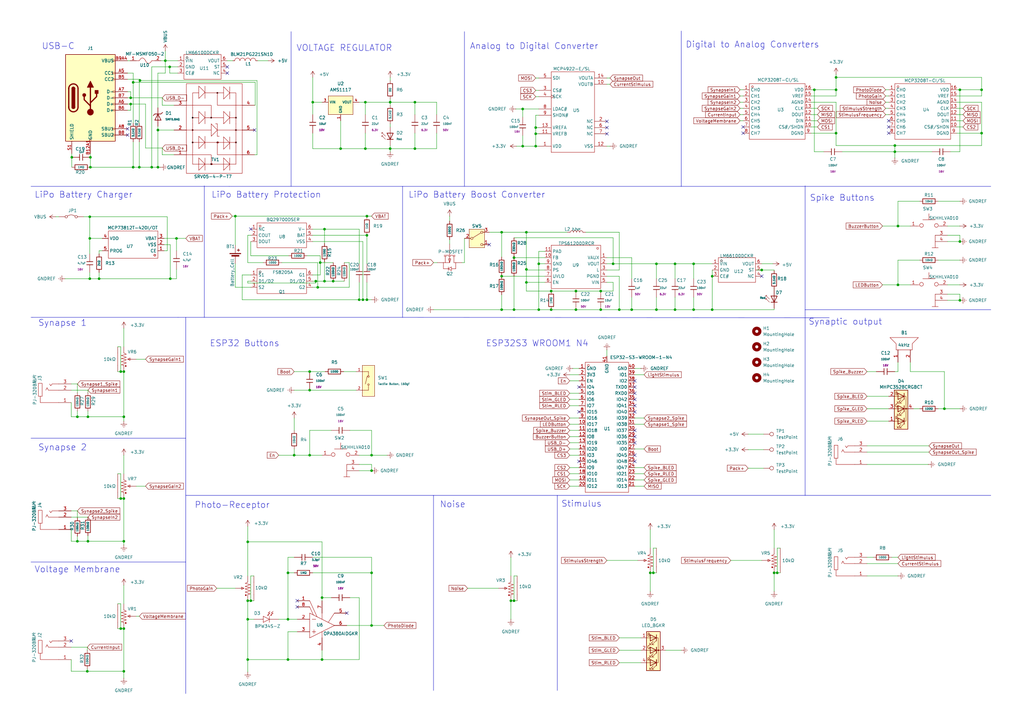
<source format=kicad_sch>
(kicad_sch (version 20250114) (generator "eeschema") (generator_version "9.0")
  (paper "A3")
  (title_block (title "Spikeling v 3.0") (date "2025-08-02") (company "OpenSourceNeuro") (comment 1 "Licensed under CERN OHL v1.3") (comment 4 "Author: Maxime Zimmermann"))
  (lib_symbols
    (symbol "BLM21PG221SN1D1_BLM21PG221SN1D-altium-import:root_0_BLM21PG221SN1D_" (pin_numbers (hide yes)) (pin_names (hide yes))
      (symbol "root_0_BLM21PG221SN1D__1_0"
        (pin passive line (at -5.08 0.001 0) (length 0.762) (name "1") (number "1"))
        (pin passive line (at 5.08 0.001 180) (length 0.762) (name "2") (number "2"))
      )
    )
    (symbol "BPW34S-Z1_BPW34S-Z-altium-import:root_0_BPW34S-Z_" (pin_numbers (hide yes)) (pin_names (hide yes))
      (symbol "root_0_BPW34S-Z__1_0"
        (pin passive line (at -5.08 0 0) (length 3.81) (name "A") (number "1"))
        (pin passive line (at 5.08 0 180) (length 3.81) (name "C") (number "2"))
      )
    )
    (symbol "BQ29700DSER1_BQ29700DSER-altium-import:root_0_BQ29700DSER_"
      (symbol "root_0_BQ29700DSER__1_0"
        (pin passive line (at -12.7 2.54 0) (length 2.54) (name "NC") (number "1"))
        (pin passive line (at -12.7 0 0) (length 2.54) (name "COUT") (number "2"))
        (pin passive line (at -12.7 -2.54 0) (length 2.54) (name "DOUT") (number "3"))
        (pin passive line (at 12.7 2.54 180) (length 2.54) (name "V-") (number "6"))
        (pin passive line (at 12.7 0 180) (length 2.54) (name "BAT") (number "5"))
        (pin passive line (at 12.7 -2.54 180) (length 2.54) (name "VSS") (number "4"))
      )
    )
    (symbol "Connector:TestPoint" (pin_numbers (hide yes)) (pin_names (offset 0.762) (hide yes))
      (property "Reference" "TP" (at 0 6.858 0))
      (property "Value" "TestPoint" (at 0 5.08 0))
      (symbol "TestPoint_1_1"
        (pin passive line (at 0 0 90) (length 2.54) (name "1") (number "1"))
      )
    )
    (symbol "Device:Battery_Cell" (pin_numbers (hide yes)) (pin_names (offset 0) (hide yes))
      (property "Reference" "BT" (at 2.54 2.54 0))
      (property "Value" "Battery_Cell" (at 2.54 0 0))
      (symbol "Battery_Cell_1_1"
        (pin passive line (at 0 5.08 270) (length 2.54) (name "+") (number "1"))
        (pin passive line (at 0 -2.54 90) (length 2.54) (name "-") (number "2"))
      )
    )
    (symbol "Device:LED_BGKR" (pin_names (offset 0) (hide yes))
      (property "Reference" "D" (at 0 9.398 0))
      (property "Value" "LED_BGKR" (at 0 -8.89 0))
      (symbol "LED_BGKR_0_0"
        (text "R" (at 1.905 3.81 0) (effects (font (size 1.27 1.27))))
        (text "G" (at 1.905 -1.27 0) (effects (font (size 1.27 1.27))))
        (text "B" (at 1.905 -6.35 0) (effects (font (size 1.27 1.27))))
      )
      (symbol "LED_BGKR_1_1"
        (pin passive line (at -5.08 0 0) (length 2.54) (name "K") (number "3"))
        (pin passive line (at 5.08 5.08 180) (length 2.54) (name "RA") (number "4"))
        (pin passive line (at 5.08 0 180) (length 2.54) (name "GA") (number "2"))
        (pin passive line (at 5.08 -5.08 180) (length 2.54) (name "BA") (number "1"))
      )
    )
    (symbol "Device:LED_RKGB" (pin_names (offset 0) (hide yes))
      (property "Reference" "D5" (at 0 -11.3198 0))
      (property "Value" "MHPC3528CRGBCT" (at 0 -8.7829 0))
      (symbol "LED_RKGB_0_0"
        (text "R" (at 1.905 3.81 0) (effects (font (size 1.27 1.27))))
        (text "G" (at 1.905 -1.27 0) (effects (font (size 1.27 1.27))))
        (text "B" (at 1.905 -6.35 0) (effects (font (size 1.27 1.27))))
      )
      (symbol "LED_RKGB_1_1"
        (pin passive line (at -5.08 0 0) (length 2.54) (name "K") (number "4"))
        (pin passive line (at 5.08 5.08 180) (length 2.54) (name "RA") (number "1"))
        (pin passive line (at 5.08 0 180) (length 2.54) (name "GA") (number "3"))
        (pin passive line (at 5.08 -5.08 180) (length 2.54) (name "BA") (number "2"))
      )
    )
    (symbol "ESP32-S3-WROOM-1-N41_ESP32-S3-WROOM-1-N4-altium-import:root_0_ESP32-S3-WROOM-1-N4_"
      (symbol "root_0_ESP32-S3-WROOM-1-N4__1_0"
        (pin passive line (at -11.43 24.13 0) (length 2.54) (name "GND") (number "1"))
        (pin passive line (at -11.43 21.59 0) (length 2.54) (name "3V3") (number "2"))
        (pin passive line (at -11.43 19.05 0) (length 2.54) (name "EN") (number "3"))
        (pin passive line (at -11.43 16.51 0) (length 2.54) (name "IO4") (number "4"))
        (pin passive line (at -11.43 13.97 0) (length 2.54) (name "IO5") (number "5"))
        (pin passive line (at -11.43 11.43 0) (length 2.54) (name "IO6") (number "6"))
        (pin passive line (at -11.43 8.89 0) (length 2.54) (name "IO7") (number "7"))
        (pin passive line (at -11.43 6.35 0) (length 2.54) (name "IO15") (number "8"))
        (pin passive line (at -11.43 3.81 0) (length 2.54) (name "IO16") (number "9"))
        (pin passive line (at -11.43 1.27 0) (length 2.54) (name "IO17") (number "10"))
        (pin passive line (at -11.43 -1.27 0) (length 2.54) (name "IO18") (number "11"))
        (pin passive line (at -11.43 -3.81 0) (length 2.54) (name "IO8") (number "12"))
        (pin passive line (at -11.43 -6.35 0) (length 2.54) (name "IO19") (number "13"))
        (pin passive line (at -11.43 -8.89 0) (length 2.54) (name "IO20") (number "14"))
        (pin passive line (at -11.43 -11.43 0) (length 2.54) (name "IO3") (number "15"))
        (pin passive line (at -11.43 -13.97 0) (length 2.54) (name "IO46") (number "16"))
        (pin passive line (at -11.43 -16.51 0) (length 2.54) (name "IO9") (number "17"))
        (pin passive line (at -11.43 -19.05 0) (length 2.54) (name "IO10") (number "18"))
        (pin passive line (at -11.43 -21.59 0) (length 2.54) (name "IO11") (number "19"))
        (pin passive line (at -11.43 -24.13 0) (length 2.54) (name "IO12") (number "20"))
        (pin passive line (at 0 29.21 270) (length 2.54) (name "GND") (number "41"))
        (pin passive line (at 11.43 24.13 180) (length 2.54) (name "GND") (number "40"))
        (pin passive line (at 11.43 21.59 180) (length 2.54) (name "IO1") (number "39"))
        (pin passive line (at 11.43 19.05 180) (length 2.54) (name "IO2") (number "38"))
        (pin passive line (at 11.43 16.51 180) (length 2.54) (name "TXD0") (number "37"))
        (pin passive line (at 11.43 13.97 180) (length 2.54) (name "RXD0") (number "36"))
        (pin passive line (at 11.43 11.43 180) (length 2.54) (name "IO42") (number "35"))
        (pin passive line (at 11.43 8.89 180) (length 2.54) (name "IO41") (number "34"))
        (pin passive line (at 11.43 6.35 180) (length 2.54) (name "IO40") (number "33"))
        (pin passive line (at 11.43 3.81 180) (length 2.54) (name "IO39") (number "32"))
        (pin passive line (at 11.43 1.27 180) (length 2.54) (name "IO38") (number "31"))
        (pin passive line (at 11.43 -1.27 180) (length 2.54) (name "IO37") (number "30"))
        (pin passive line (at 11.43 -3.81 180) (length 2.54) (name "IO36") (number "29"))
        (pin passive line (at 11.43 -6.35 180) (length 2.54) (name "IO35") (number "28"))
        (pin passive line (at 11.43 -8.89 180) (length 2.54) (name "IO0") (number "27"))
        (pin passive line (at 11.43 -11.43 180) (length 2.54) (name "IO45") (number "26"))
        (pin passive line (at 11.43 -13.97 180) (length 2.54) (name "IO48") (number "25"))
        (pin passive line (at 11.43 -16.51 180) (length 2.54) (name "IO47") (number "24"))
        (pin passive line (at 11.43 -19.05 180) (length 2.54) (name "IO21") (number "23"))
        (pin passive line (at 11.43 -21.59 180) (length 2.54) (name "IO14") (number "22"))
        (pin passive line (at 11.43 -24.13 180) (length 2.54) (name "IO13") (number "21"))
      )
    )
    (symbol "FS8205A_C9082651_FS8205A_C908265-altium-import:root_0_FS8205A_C908265_"
      (symbol "root_0_FS8205A_C908265__1_0"
        (pin passive line (at -12.7 2.54 0) (length 2.54) (name "S1") (number "1"))
        (pin passive line (at -12.7 0 0) (length 2.54) (name "D1/D2") (number "2"))
        (pin passive line (at -12.7 -2.54 0) (length 2.54) (name "S2") (number "3"))
        (pin passive line (at 12.7 2.54 180) (length 2.54) (name "G1") (number "6"))
        (pin passive line (at 12.7 0 180) (length 2.54) (name "D1/D2") (number "5"))
        (pin passive line (at 12.7 -2.54 180) (length 2.54) (name "G2") (number "4"))
      )
    )
    (symbol "Jumper:Jumper_2_Bridged" (pin_numbers (hide yes)) (pin_names (offset 0) (hide yes))
      (property "Reference" "JP" (at 0 1.905 0))
      (property "Value" "Jumper_2_Bridged" (at 0 -2.54 0))
      (symbol "Jumper_2_Bridged_1_1"
        (pin passive line (at -5.08 0 0) (length 2.54) (name "A") (number "1"))
        (pin passive line (at 5.08 0 180) (length 2.54) (name "B") (number "2"))
      )
    )
    (symbol "KMTG12031_KMTG1203-altium-import:root_0_KMTG1203_" (pin_names (hide yes))
      (symbol "root_0_KMTG1203__1_0"
        (pin passive line (at 2.54 2.54 180) (length 5.08) (name "2") (number "2"))
        (pin passive line (at 2.54 -2.54 180) (length 5.08) (name "1") (number "1"))
      )
    )
    (symbol "LM66100DCKR1_LM66100DCKR-altium-import:root_0_LM66100DCKR_C2869734_"
      (symbol "root_0_LM66100DCKR_C2869734__1_0"
        (pin passive line (at -10.16 2.54 0) (length 2.54) (name "VIN") (number "1"))
        (pin passive line (at -10.16 0 0) (length 2.54) (name "GND") (number "2"))
        (pin passive line (at -10.16 -2.54 0) (length 2.54) (name "CE#") (number "3"))
        (pin passive line (at 10.16 2.54 180) (length 2.54) (name "VOUT") (number "6"))
        (pin passive line (at 10.16 0 180) (length 2.54) (name "ST") (number "5"))
        (pin passive line (at 10.16 -2.54 180) (length 2.54) (name "NC") (number "4"))
      )
    )
    (symbol "MCP3208T-CI_SL1_MCP3208T-CI_SL-altium-import:root_0_MCP3208T-CI/SL_"
      (symbol "root_0_MCP3208T-CI/SL__1_0"
        (pin passive line (at -13.97 8.89 0) (length 2.54) (name "CH0") (number "1"))
        (pin passive line (at -13.97 6.35 0) (length 2.54) (name "CH1") (number "2"))
        (pin passive line (at -13.97 3.81 0) (length 2.54) (name "CH2") (number "3"))
        (pin passive line (at -13.97 1.27 0) (length 2.54) (name "CH3") (number "4"))
        (pin passive line (at -13.97 -1.27 0) (length 2.54) (name "CH4") (number "5"))
        (pin passive line (at -13.97 -3.81 0) (length 2.54) (name "CH5") (number "6"))
        (pin passive line (at -13.97 -6.35 0) (length 2.54) (name "CH6") (number "7"))
        (pin passive line (at -13.97 -8.89 0) (length 2.54) (name "CH7") (number "8"))
        (pin passive line (at 13.97 8.89 180) (length 2.54) (name "VDD") (number "16"))
        (pin passive line (at 13.97 6.35 180) (length 2.54) (name "VREF") (number "15"))
        (pin passive line (at 13.97 3.81 180) (length 2.54) (name "AGND") (number "14"))
        (pin passive line (at 13.97 1.27 180) (length 2.54) (name "CLK") (number "13"))
        (pin passive line (at 13.97 -1.27 180) (length 2.54) (name "DOUT") (number "12"))
        (pin passive line (at 13.97 -3.81 180) (length 2.54) (name "DIN") (number "11"))
        (pin passive line (at 13.97 -6.35 180) (length 2.54) (name "CS#/SHDN") (number "10"))
        (pin passive line (at 13.97 -8.89 180) (length 2.54) (name "DGND") (number "9"))
      )
    )
    (symbol "MCP4922-E_SL1_MCP4922-E_SL-altium-import:root_0_MCP4922-E/SL_"
      (symbol "root_0_MCP4922-E/SL__1_0"
        (pin passive line (at -13.97 13.97 0) (length 5.08) (name "SDI") (number "5"))
        (pin passive line (at -13.97 8.89 0) (length 5.08) (name "CS#") (number "3"))
        (pin passive clock (at -13.97 6.35 0) (length 5.08) (name "SCK") (number "4"))
        (pin passive line (at -13.97 1.27 0) (length 5.08) (name "LDAC#") (number "8"))
        (pin passive line (at -13.97 -1.27 0) (length 5.08) (name "SHDN#") (number "9"))
        (pin passive line (at -13.97 -6.35 0) (length 5.08) (name "VREFA") (number "13"))
        (pin passive line (at -13.97 -8.89 0) (length 5.08) (name "VREFB") (number "11"))
        (pin passive line (at -13.97 -13.97 0) (length 5.08) (name "VDD") (number "1"))
        (pin passive line (at 13.97 13.97 180) (length 5.08) (name "VOUTA") (number "14"))
        (pin passive line (at 13.97 11.43 180) (length 5.08) (name "VOUTB") (number "10"))
        (pin passive line (at 13.97 -3.81 180) (length 5.08) (name "NC") (number "2"))
        (pin passive line (at 13.97 -6.35 180) (length 5.08) (name "NC") (number "6"))
        (pin passive line (at 13.97 -8.89 180) (length 5.08) (name "NC") (number "7"))
        (pin passive line (at 13.97 -13.97 180) (length 5.08) (name "VSS") (number "12"))
      )
    )
    (symbol "MCP73812T-420I_OT1_MCP73812T-420I_OT-altium-import:root_0_MCP73812T-420I/OT_"
      (symbol "root_0_MCP73812T-420I/OT__1_0"
        (pin passive line (at -12.7 2.54 0) (length 2.54) (name "CE") (number "1"))
        (pin passive line (at -12.7 0 0) (length 2.54) (name "VSS") (number "2"))
        (pin passive line (at -12.7 -2.54 0) (length 2.54) (name "VBAT") (number "3"))
        (pin passive line (at 12.7 2.54 180) (length 2.54) (name "PROG") (number "5"))
        (pin passive line (at 12.7 -2.54 180) (length 2.54) (name "VDD") (number "4"))
      )
    )
    (symbol "MF-MSMF050-21_MF-MSMF050-2-altium-import:root_0_MF-MSMF050-2_" (pin_names (hide yes))
      (symbol "root_0_MF-MSMF050-2__1_0"
        (pin passive line (at -6.35 -1.269 0) (length 2.54) (name "1") (number "1"))
        (pin passive line (at 6.35 -1.269 180) (length 2.54) (name "2") (number "2"))
      )
    )
    (symbol "Mechanical:MountingHole" (pin_names (offset 1.016)) (in_bom no)
      (property "Reference" "H" (at 0 5.08 0))
      (property "Value" "MountingHole" (at 0 3.175 0))
    )
    (symbol "OPA380AIDGKR1_OPA380AIDGKR-altium-import:root_0_OPA380AIDGKR_" (pin_names (hide yes))
      (symbol "root_0_OPA380AIDGKR__1_0"
        (pin passive line (at -10.16 10.16 0) (length 5.08) (name "NC") (number "1"))
        (pin passive line (at -10.16 7.62 0) (length 5.08) (name "NC") (number "8"))
        (pin passive line (at -10.16 2.54 0) (length 5.08) (name "IN-") (number "2"))
        (pin passive line (at -10.16 -2.54 0) (length 5.08) (name "IN+") (number "3"))
        (pin passive line (at 0 10.16 270) (length 5.08) (name "V+") (number "7"))
        (pin passive line (at 0 -10.16 90) (length 5.08) (name "V-") (number "4"))
        (pin passive line (at 10.16 5.08 180) (length 5.08) (name "NC") (number "5"))
        (pin passive line (at 10.16 0 180) (length 5.08) (name "OUT") (number "6"))
      )
    )
    (symbol "PCM_JLCPCB-Capacitors:0402,100nF" (pin_numbers (hide yes)) (pin_names (offset 0))
      (property "Reference" "C" (at 2.032 1.668 0))
      (property "Value" "100nF" (at 2.032 -0.3782 0))
      (property "Voltage Rated" "16V" (at 2.032 -2.0462 0))
      (symbol "0402,100nF_1_1"
        (pin passive line (at 0 3.81 270) (length 3.175) (name "~") (number "1"))
        (pin passive line (at 0 -3.81 90) (length 3.175) (name "~") (number "2"))
      )
    )
    (symbol "PCM_JLCPCB-Capacitors:0402,3.3pF" (pin_numbers (hide yes)) (pin_names (offset 0))
      (property "Reference" "C" (at 2.032 1.668 0))
      (property "Value" "3.3pF" (at 2.032 -0.3782 0))
      (property "Voltage Rated" "50V" (at 2.032 -2.0462 0))
      (symbol "0402,3.3pF_1_1"
        (pin passive line (at 0 3.81 270) (length 3.175) (name "~") (number "1"))
        (pin passive line (at 0 -3.81 90) (length 3.175) (name "~") (number "2"))
      )
    )
    (symbol "PCM_JLCPCB-Capacitors:0603,100nF" (pin_numbers (hide yes)) (pin_names (offset 0))
      (property "Reference" "C" (at 2.032 1.668 0))
      (property "Value" "100nF" (at 2.032 -0.3782 0))
      (property "Voltage Rated" "50V" (at 2.032 -2.0462 0))
      (symbol "0603,100nF_1_1"
        (pin passive line (at 0 3.81 270) (length 3.175) (name "~") (number "1"))
        (pin passive line (at 0 -3.81 90) (length 3.175) (name "~") (number "2"))
      )
    )
    (symbol "PCM_JLCPCB-Capacitors:0603,10uF" (pin_numbers (hide yes)) (pin_names (offset 0))
      (property "Reference" "C" (at 2.032 1.668 0))
      (property "Value" "10uF" (at 2.032 -0.3782 0))
      (property "Voltage Rated" "10V" (at 2.032 -2.0462 0))
      (symbol "0603,10uF_1_1"
        (pin passive line (at 0 3.81 270) (length 3.175) (name "~") (number "1"))
        (pin passive line (at 0 -3.81 90) (length 3.175) (name "~") (number "2"))
      )
    )
    (symbol "PCM_JLCPCB-Capacitors:0603,1nF" (pin_numbers (hide yes)) (pin_names (offset 0))
      (property "Reference" "C" (at 2.032 1.668 0))
      (property "Value" "1nF" (at 2.032 -0.3782 0))
      (property "Voltage Rated" "50V" (at 2.032 -2.0462 0))
      (symbol "0603,1nF_1_1"
        (pin passive line (at 0 3.81 270) (length 3.175) (name "~") (number "1"))
        (pin passive line (at 0 -3.81 90) (length 3.175) (name "~") (number "2"))
      )
    )
    (symbol "PCM_JLCPCB-Capacitors:0603,1uF" (pin_numbers (hide yes)) (pin_names (offset 0))
      (property "Reference" "C" (at 2.032 1.668 0))
      (property "Value" "1uF" (at 2.032 -0.3782 0))
      (property "Voltage Rated" "50V" (at 2.032 -2.0462 0))
      (symbol "0603,1uF_1_1"
        (pin passive line (at 0 3.81 270) (length 3.175) (name "~") (number "1"))
        (pin passive line (at 0 -3.81 90) (length 3.175) (name "~") (number "2"))
      )
    )
    (symbol "PCM_JLCPCB-Capacitors:0603,22uF" (pin_numbers (hide yes)) (pin_names (offset 0))
      (property "Reference" "C" (at 2.032 1.668 0))
      (property "Value" "22uF" (at 2.032 -0.3782 0))
      (property "Voltage Rated" "6.3V" (at 2.032 -2.0462 0))
      (symbol "0603,22uF_1_1"
        (pin passive line (at 0 3.81 270) (length 3.175) (name "~") (number "1"))
        (pin passive line (at 0 -3.81 90) (length 3.175) (name "~") (number "2"))
      )
    )
    (symbol "PCM_JLCPCB-Capacitors:0603,4.7uF" (pin_numbers (hide yes)) (pin_names (offset 0))
      (property "Reference" "C" (at 2.032 1.668 0))
      (property "Value" "4.7uF" (at 2.032 -0.3782 0))
      (property "Voltage Rated" "16V" (at 2.032 -2.0462 0))
      (symbol "0603,4.7uF_1_1"
        (pin passive line (at 0 3.81 270) (length 3.175) (name "~") (number "1"))
        (pin passive line (at 0 -3.81 90) (length 3.175) (name "~") (number "2"))
      )
    )
    (symbol "PCM_JLCPCB-Connectors_Buttons:Tactile Button, 160gf, 12V, 50mA, 4.0mm" (pin_names (hide yes))
      (property "Reference" "S" (at 0 1.27 0))
      (property "Value" "Tactile Button, 160gf" (at 0 -8.89 0))
      (symbol "Tactile Button, 160gf, 12V, 50mA, 4.0mm_0_1"
        (pin unspecified line (at -5.08 2.54 0) (length 2.54) (name "A") (number "1"))
        (pin unspecified line (at -5.08 -5.08 0) (length 2.54) (name "B") (number "2"))
      )
    )
    (symbol "PCM_JLCPCB-Diodes:LED,0603,Red" (pin_numbers (hide yes)) (pin_names (offset 0))
      (property "Reference" "D" (at 2.032 0.834 0))
      (property "Value" "Red" (at 2.032 -1.2122 0))
      (symbol "LED,0603,Red_1_1"
        (pin passive line (at 0 3.81 270) (length 3.81) (name "~") (number "2"))
        (pin passive line (at 0 -3.81 90) (length 3.81) (name "~") (number "1"))
      )
    )
    (symbol "PCM_JLCPCB-Diodes:TVS-Uni,SMF5.0A" (pin_numbers (hide yes)) (pin_names (offset 0))
      (property "Reference" "D" (at 2.032 0.834 0))
      (property "Value" "SMF5.0A" (at 2.032 -1.2122 0))
      (symbol "TVS-Uni,SMF5.0A_1_1"
        (pin passive line (at 0 3.81 270) (length 3.81) (name "~") (number "2"))
        (pin passive line (at 0 -3.81 90) (length 3.81) (name "~") (number "1"))
      )
    )
    (symbol "PCM_JLCPCB-Extended:Connector, USB-TYPE-C-16P"
      (property "Reference" "J" (at 2.54 2.54 0))
      (symbol "Connector, USB-TYPE-C-16P_1_1"
        (pin passive line (at -7.62 -22.86 90) (length 5.08) (name "SHIELD") (number "S1"))
        (pin passive line (at 0 -22.86 90) (length 5.08) (hide yes) (name "GND") (number "A12B1"))
        (pin passive line (at 0 -22.86 90) (length 5.08) (name "GND") (number "B12A1"))
        (pin passive line (at 15.24 15.24 180) (length 5.08) (hide yes) (name "VBUS") (number "A9B4"))
        (pin passive line (at 15.24 15.24 180) (length 5.08) (name "VBUS") (number "B9A4"))
        (pin bidirectional line (at 15.24 10.16 180) (length 5.08) (name "CC1") (number "A5"))
        (pin bidirectional line (at 15.24 7.62 180) (length 5.08) (name "CC2") (number "B5"))
        (pin bidirectional line (at 15.24 2.54 180) (length 5.08) (name "D-") (number "A7"))
        (pin bidirectional line (at 15.24 0 180) (length 5.08) (name "D-") (number "B7"))
        (pin bidirectional line (at 15.24 -2.54 180) (length 5.08) (name "D+") (number "A6"))
        (pin bidirectional line (at 15.24 -5.08 180) (length 5.08) (name "D+") (number "B6"))
        (pin bidirectional line (at 15.24 -12.7 180) (length 5.08) (name "SBU1") (number "A8"))
        (pin bidirectional line (at 15.24 -15.24 180) (length 5.08) (name "SBU2") (number "B8"))
      )
    )
    (symbol "PCM_JLCPCB-Inductors:2.2uH,50mA" (pin_numbers (hide yes)) (pin_names (offset 0))
      (property "Reference" "L" (at 1.2673 0.834 0))
      (property "Value" "2.2uH,50mA" (at 1.2673 -1.2122 0))
      (symbol "2.2uH,50mA_1_1"
        (pin passive line (at 0 3.81 270) (length 1.27) (name "~") (number "1"))
        (pin passive line (at 0 -3.81 90) (length 1.27) (name "~") (number "2"))
      )
    )
    (symbol "PCM_JLCPCB-Power:LDO, 3.3V, 1A"
      (property "Reference" "U" (at 0 8.89 0))
      (property "Value" "AMS1117" (at 0 6.35 0))
      (symbol "LDO, 3.3V, 1A_0_1"
        (pin unspecified line (at 0 -5.08 90) (length 2.54) (name "GND") (number "1"))
        (pin unspecified line (at 7.62 2.54 180) (length 2.54) (name "VOUT") (number "4"))
      )
      (symbol "LDO, 3.3V, 1A_1_1"
        (pin unspecified line (at -7.62 2.54 0) (length 2.54) (name "VIN") (number "3"))
        (pin unspecified line (at 7.62 2.54 180) (length 2.54) (hide yes) (name "VOUT") (number "2"))
      )
    )
    (symbol "PCM_JLCPCB-Resistors:0603,0Ω" (pin_numbers (hide yes)) (pin_names (offset 0))
      (property "Reference" "R" (at 1.778 0 0))
      (property "Value" "0Ω" (at 0 0 90))
      (symbol "0603,0Ω_1_1"
        (pin passive line (at 0 3.81 270) (length 1.27) (name "~") (number "1"))
        (pin passive line (at 0 -3.81 90) (length 1.27) (name "~") (number "2"))
      )
    )
    (symbol "PCM_JLCPCB-Resistors:0603,100kΩ" (pin_numbers (hide yes)) (pin_names (offset 0))
      (property "Reference" "R" (at 1.778 0 0))
      (property "Value" "100kΩ" (at 0 0 90))
      (symbol "0603,100kΩ_1_1"
        (pin passive line (at 0 3.81 270) (length 1.27) (name "~") (number "1"))
        (pin passive line (at 0 -3.81 90) (length 1.27) (name "~") (number "2"))
      )
    )
    (symbol "PCM_JLCPCB-Resistors:0603,100Ω" (pin_numbers (hide yes)) (pin_names (offset 0))
      (property "Reference" "R" (at 1.778 0 0))
      (property "Value" "100Ω" (at 0 0 90))
      (symbol "0603,100Ω_1_1"
        (pin passive line (at 0 3.81 270) (length 1.27) (name "~") (number "1"))
        (pin passive line (at 0 -3.81 90) (length 1.27) (name "~") (number "2"))
      )
    )
    (symbol "PCM_JLCPCB-Resistors:0603,10kΩ" (pin_numbers (hide yes)) (pin_names (offset 0))
      (property "Reference" "R" (at 1.778 0 0))
      (property "Value" "10kΩ" (at 0 0 90))
      (symbol "0603,10kΩ_1_1"
        (pin passive line (at 0 3.81 270) (length 1.27) (name "~") (number "1"))
        (pin passive line (at 0 -3.81 90) (length 1.27) (name "~") (number "2"))
      )
    )
    (symbol "PCM_JLCPCB-Resistors:0603,180kΩ" (pin_numbers (hide yes)) (pin_names (offset 0))
      (property "Reference" "R" (at 1.778 0 0))
      (property "Value" "180kΩ" (at 0 0 90))
      (symbol "0603,180kΩ_1_1"
        (pin passive line (at 0 3.81 270) (length 1.27) (name "~") (number "1"))
        (pin passive line (at 0 -3.81 90) (length 1.27) (name "~") (number "2"))
      )
    )
    (symbol "PCM_JLCPCB-Resistors:0603,1MΩ" (pin_numbers (hide yes)) (pin_names (offset 0))
      (property "Reference" "R" (at 1.778 0 0))
      (property "Value" "1MΩ" (at 0 0 90))
      (symbol "0603,1MΩ_1_1"
        (pin passive line (at 0 3.81 270) (length 1.27) (name "~") (number "1"))
        (pin passive line (at 0 -3.81 90) (length 1.27) (name "~") (number "2"))
      )
    )
    (symbol "PCM_JLCPCB-Resistors:0603,1kΩ" (pin_numbers (hide yes)) (pin_names (offset 0))
      (property "Reference" "R" (at 1.778 0 0))
      (property "Value" "1kΩ" (at 0 0 90))
      (symbol "0603,1kΩ_1_1"
        (pin passive line (at 0 3.81 270) (length 1.27) (name "~") (number "1"))
        (pin passive line (at 0 -3.81 90) (length 1.27) (name "~") (number "2"))
      )
    )
    (symbol "PCM_JLCPCB-Resistors:0603,2kΩ" (pin_numbers (hide yes)) (pin_names (offset 0))
      (property "Reference" "R" (at 1.778 0 0))
      (property "Value" "2kΩ" (at 0 0 90))
      (symbol "0603,2kΩ_1_1"
        (pin passive line (at 0 3.81 270) (length 1.27) (name "~") (number "1"))
        (pin passive line (at 0 -3.81 90) (length 1.27) (name "~") (number "2"))
      )
    )
    (symbol "PCM_JLCPCB-Resistors:0603,330kΩ" (pin_numbers (hide yes)) (pin_names (offset 0))
      (property "Reference" "R" (at 1.778 0 0))
      (property "Value" "330kΩ" (at 0 0 90))
      (symbol "0603,330kΩ_1_1"
        (pin passive line (at 0 3.81 270) (length 1.27) (name "~") (number "1"))
        (pin passive line (at 0 -3.81 90) (length 1.27) (name "~") (number "2"))
      )
    )
    (symbol "PCM_JLCPCB-Resistors:0603,5.1kΩ" (pin_numbers (hide yes)) (pin_names (offset 0))
      (property "Reference" "R" (at 1.778 0 0))
      (property "Value" "5.1kΩ" (at 0 0 90))
      (symbol "0603,5.1kΩ_1_1"
        (pin passive line (at 0 3.81 270) (length 1.27) (name "~") (number "1"))
        (pin passive line (at 0 -3.81 90) (length 1.27) (name "~") (number "2"))
      )
    )
    (symbol "PCM_JLCPCB-Transistors:root_0_SI2309CDS-T1-GE3_" (pin_numbers (hide yes)) (pin_names (hide yes))
      (symbol "root_0_SI2309CDS-T1-GE3__1_0"
        (pin passive line (at -7.112 0 0) (length 2.54) (name "G") (number "1"))
        (pin passive line (at 0.508 5.08 270) (length 2.54) (name "S") (number "2"))
        (pin passive line (at 0.508 -5.08 90) (length 2.54) (name "D") (number "3"))
      )
    )
    (symbol "PJ-320B1_PJ-320B-altium-import:root_0_PJ-320B贴片_" (pin_names (hide yes))
      (symbol "root_0_PJ-320B贴片__1_0"
        (pin passive line (at 6.35 2.54 180) (length 5.08) (name "1") (number "1"))
        (pin passive line (at 6.35 -2.54 180) (length 5.08) (name "2") (number "2"))
        (pin passive line (at 6.35 -5.08 180) (length 5.08) (name "3") (number "3"))
      )
    )
    (symbol "RK09D1130C3C1_RK09D1130C3C-altium-import:root_0_RK09D1130C3C_" (pin_numbers (hide yes)) (pin_names (hide yes))
      (symbol "root_0_RK09D1130C3C__1_0"
        (pin passive line (at -5.08 0 0) (length 2.54) (name "3") (number "3"))
        (pin passive line (at -5.08 -2.54 0) (length 2.54) (name "5") (number "5"))
        (pin passive line (at 0 5.08 270) (length 2.54) (name "2") (number "2"))
        (pin passive line (at 5.08 0 180) (length 2.54) (name "1") (number "1"))
        (pin passive line (at 5.08 -2.54 180) (length 2.54) (name "4") (number "4"))
      )
    )
    (symbol "SKHHLVA0101_SKHHLVA010-altium-import:root_0_SKHHLVA010_" (pin_names (hide yes))
      (symbol "root_0_SKHHLVA010__1_0"
        (pin passive line (at -7.62 -2.54 0) (length 2.54) (name "1") (number "1"))
        (pin passive line (at 7.62 -2.54 180) (length 2.54) (name "2") (number "2"))
        (pin passive line (at 7.62 -6.35 180) (length 5.08) (name "3") (number "3"))
        (pin passive line (at 7.62 -8.89 180) (length 5.08) (name "4") (number "4"))
      )
    )
    (symbol "SRV05-4-P-T71_SRV05-4-P-T7-altium-import:root_0_SRV05-4-P-T7_C85364_" (pin_names (hide yes))
      (symbol "root_0_SRV05-4-P-T7_C85364__1_0"
        (pin passive line (at -16.51 8.89 0) (length 5.08) (name "4") (number "4"))
        (pin passive line (at -16.51 -1.27 0) (length 5.08) (name "5") (number "5"))
        (pin passive line (at -16.51 -11.43 0) (length 5.08) (name "6") (number "6"))
        (pin passive line (at 16.51 8.89 180) (length 5.08) (name "3") (number "3"))
        (pin passive line (at 16.51 -1.27 180) (length 5.08) (name "2") (number "2"))
        (pin passive line (at 16.51 -11.43 180) (length 5.08) (name "1") (number "1"))
      )
    )
    (symbol "Spikeling_v3.0-altium-import:root_0_RK09D1130C2P_" (pin_numbers (hide yes)) (pin_names (hide yes))
      (symbol "root_0_RK09D1130C2P__1_0"
        (pin passive line (at -5.08 0 0) (length 2.54) (name "3") (number "3"))
        (pin passive line (at -5.08 -2.54 0) (length 2.54) (name "5") (number "5"))
        (pin passive line (at 0 5.08 270) (length 2.54) (name "2") (number "2"))
        (pin passive line (at 5.08 0 180) (length 2.54) (name "1") (number "1"))
        (pin passive line (at 5.08 -2.54 180) (length 2.54) (name "4") (number "4"))
      )
    )
    (symbol "Switch:SW_Nidec_CAS-120A1" (pin_names (offset 1) (hide yes))
      (property "Reference" "SW" (at 0 4.318 0))
      (property "Value" "SW_Nidec_CAS-120A1" (at 0 -5.08 0))
      (symbol "SW_Nidec_CAS-120A1_1_1"
        (pin passive line (at -5.08 0 0) (length 2.54) (name "B") (number "2"))
        (pin passive line (at 5.08 2.54 180) (length 2.54) (name "A") (number "3"))
        (pin passive line (at 5.08 -2.54 180) (length 2.54) (name "C") (number "1"))
      )
    )
    (symbol "TPS61200DRCR1_TPS61200DRCR-altium-import:root_0_TPS61200DRCR_"
      (symbol "root_0_TPS61200DRCR__1_0"
        (pin passive line (at -12.7 5.08 0) (length 2.54) (name "VAUX") (number "1"))
        (pin passive line (at -12.7 2.54 0) (length 2.54) (name "VOUT") (number "2"))
        (pin passive line (at -12.7 0 0) (length 2.54) (name "L") (number "3"))
        (pin passive line (at -12.7 -2.54 0) (length 2.54) (name "PGND") (number "4"))
        (pin passive line (at -12.7 -5.08 0) (length 2.54) (name "VIN") (number "5"))
        (pin passive line (at 12.7 7.62 180) (length 2.54) (name "PAD") (number "11"))
        (pin passive line (at 12.7 5.08 180) (length 2.54) (name "FB") (number "10"))
        (pin passive line (at 12.7 2.54 180) (length 2.54) (name "GND") (number "9"))
        (pin passive line (at 12.7 0 180) (length 2.54) (name "PS") (number "8"))
        (pin passive line (at 12.7 -2.54 180) (length 2.54) (name "UVLO") (number "7"))
        (pin passive line (at 12.7 -5.08 180) (length 2.54) (name "EN") (number "6"))
      )
    )
    (symbol "power:+3.3V" (power) (pin_numbers (hide yes)) (pin_names (offset 0) (hide yes))
      (property "Value" "+3.3V" (at 0 3.556 0))
      (symbol "+3.3V_1_1"
        (pin power_in line (at 0 0 90) (length 0) (name "~") (number "1"))
      )
    )
    (symbol "power:+5V" (power) (pin_numbers (hide yes)) (pin_names (offset 0) (hide yes))
      (property "Value" "+5V" (at 0 3.556 0))
      (symbol "+5V_1_1"
        (pin power_in line (at 0 0 90) (length 0) (name "~") (number "1"))
      )
    )
    (symbol "power:GNDREF" (power) (pin_numbers (hide yes)) (pin_names (offset 0) (hide yes))
      (property "Value" "GNDREF" (at 0 -3.81 0))
      (symbol "GNDREF_1_1"
        (pin power_in line (at 0 0 270) (length 0) (name "~") (number "1"))
      )
    )
    (symbol "power:VBUS" (power) (pin_numbers (hide yes)) (pin_names (offset 0) (hide yes))
      (property "Value" "VBUS" (at 0 3.556 0))
      (symbol "VBUS_1_1"
        (pin power_in line (at 0 0 90) (length 0) (name "~") (number "1"))
      )
    )
  )
  (text "Spike Buttons" (at 345.44 81.28 0) (effects (font (size 2.54 2.54))))
  (text "LiPo Battery Charger\n" (at 34.29 80.01 0) (effects (font (size 2.54 2.54))))
  (text "Synapse 1" (at 25.654 132.588 0) (effects (font (size 2.54 2.54))))
  (text "ESP32 Buttons" (at 100.33 140.97 0) (effects (font (size 2.54 2.54))))
  (text "Synapse 2" (at 25.654 183.642 0) (effects (font (size 2.54 2.54))))
  (text "LiPo Battery Boost Converter" (at 195.58 80.01 0) (effects (font (size 2.54 2.54))))
  (text "Digital to Analog Converters" (at 308.61 18.415 0) (effects (font (size 2.54 2.54))))
  (text "USB-C" (at 23.876 19.05 0) (effects (font (size 2.54 2.54))))
  (text "Voltage Membrane" (at 31.75 233.68 0) (effects (font (size 2.54 2.54))))
  (text "LiPo Battery Protection\n" (at 109.22 80.01 0) (effects (font (size 2.54 2.54))))
  (text "Noise" (at 185.674 207.01 0) (effects (font (size 2.54 2.54))))
  (text "Stimulus" (at 238.506 206.756 0) (effects (font (size 2.54 2.54))))
  (text "Analog to Digital Converter" (at 219.075 19.05 0) (effects (font (size 2.54 2.54))))
  (text "VOLTAGE REGULATOR" (at 141.224 19.812 0) (effects (font (size 2.54 2.54))))
  (text "Photo-Receptor" (at 95.25 207.264 0) (effects (font (size 2.54 2.54))))
  (text "ESP32S3 WROOM1 N4" (at 220.345 140.97 0) (effects (font (size 2.54 2.54))))
  (text "Synaptic output" (at 346.71 132.08 0) (effects (font (size 2.54 2.54))))
  (junction (at 214.376 44.704))
  (junction (at 128.27 41.91))
  (junction (at 205.74 127))
  (junction (at 37.084 64.516))
  (junction (at 101.6 270.51))
  (junction (at 50.8 204.47))
  (junction (at 236.22 119.38))
  (junction (at 205.74 95.25))
  (junction (at 269.24 108.204))
  (junction (at 292.1 113.284))
  (junction (at 334.01 36.83))
  (junction (at 393.7 99.06))
  (junction (at 150.495 96.52))
  (junction (at 214.376 59.944))
  (junction (at 402.59 54.61))
  (junction (at 149.86 60.96))
  (junction (at 127 152.4))
  (junction (at 37.084 68.58))
  (junction (at 367.03 62.23))
  (junction (at 64.77 53.34))
  (junction (at 246.38 119.38))
  (junction (at 402.59 36.83))
  (junction (at 266.7 234.95))
  (junction (at 133.096 115.316))
  (junction (at 101.6 222.25))
  (junction (at 147.32 122.936))
  (junction (at 160.02 60.96))
  (junction (at 152.4 193.04))
  (junction (at 152.4 256.54))
  (junction (at 393.7 36.83))
  (junction (at 292.1 127))
  (junction (at 36.068 221.996))
  (junction (at 215.9 95.25))
  (junction (at 49.53 204.47))
  (junction (at 57.15 68.58))
  (junction (at 36.83 114.3))
  (junction (at 152.4 234.95))
  (junction (at 118.11 270.51))
  (junction (at 210.82 105.664))
  (junction (at 50.8 170.942))
  (junction (at 160.02 41.91))
  (junction (at 31.75 170.942))
  (junction (at 53.594 42.672))
  (junction (at 132.08 245.11))
  (junction (at 35.814 275.336))
  (junction (at 133.096 93.98))
  (junction (at 215.9 110.49))
  (junction (at 342.9 36.83))
  (junction (at 50.8 257.81))
  (junction (at 57.404 33.02))
  (junction (at 53.594 40.132))
  (junction (at 50.8 152.4))
  (junction (at 129.54 115.316))
  (junction (at 259.08 127))
  (junction (at 312.42 110.744))
  (junction (at 120.65 186.69))
  (junction (at 49.53 152.4))
  (junction (at 101.6 246.38))
  (junction (at 284.48 127))
  (junction (at 205.74 113.284))
  (junction (at 254 127))
  (junction (at 219.71 59.944))
  (junction (at 220.98 127))
  (junction (at 152.4 186.69))
  (junction (at 150.495 122.936))
  (junction (at 36.83 88.9))
  (junction (at 29.464 64.516))
  (junction (at 220.98 108.204))
  (junction (at 210.82 246.38))
  (junction (at 219.71 54.864))
  (junction (at 368.3 92.71))
  (junction (at 96.52 88.646))
  (junction (at 219.71 52.324))
  (junction (at 226.06 119.38))
  (junction (at 317.5 234.95))
  (junction (at 236.22 127))
  (junction (at 118.11 234.95))
  (junction (at 267.97 234.95))
  (junction (at 342.9 54.61))
  (junction (at 393.7 123.19))
  (junction (at 69.596 27.432))
  (junction (at 387.35 167.64))
  (junction (at 62.23 68.58))
  (junction (at 101.6 254))
  (junction (at 284.48 108.204))
  (junction (at 130.302 117.856))
  (junction (at 49.53 257.81))
  (junction (at 318.77 234.95))
  (junction (at 102.87 246.38))
  (junction (at 67.818 24.892))
  (junction (at 50.8 221.996))
  (junction (at 276.86 127))
  (junction (at 342.9 31.75))
  (junction (at 148.844 122.936))
  (junction (at 150.495 88.646))
  (junction (at 36.83 97.79))
  (junction (at 132.08 270.51))
  (junction (at 246.38 127))
  (junction (at 72.39 97.79))
  (junction (at 226.06 127))
  (junction (at 210.82 127))
  (junction (at 139.7 60.96))
  (junction (at 131.318 107.696))
  (junction (at 40.64 114.3))
  (junction (at 36.068 170.942))
  (junction (at 251.46 108.204))
  (junction (at 170.18 60.96))
  (junction (at 127 186.69))
  (junction (at 368.3 116.84))
  (junction (at 276.86 108.204))
  (junction (at 269.24 127))
  (junction (at 54.61 33.782))
  (junction (at 118.11 254))
  (junction (at 64.77 68.58))
  (junction (at 209.55 246.38))
  (junction (at 127 160.02))
  (junction (at 54.61 68.58))
  (junction (at 31.75 221.996))
  (junction (at 50.8 275.336))
  (junction (at 367.03 59.69))
  (junction (at 136.652 115.316))
  (junction (at 170.18 41.91))
  (junction (at 149.86 41.91))
  (junction (at 215.9 115.824))
  (junction (at 69.85 114.3))
  (no_connect (at 304.8 52.07))
  (no_connect (at 121.92 246.38))
  (no_connect (at 312.42 113.284))
  (no_connect (at 260.35 176.53))
  (no_connect (at 248.92 54.864))
  (no_connect (at 93.218 27.432))
  (no_connect (at 237.49 168.91))
  (no_connect (at 364.49 54.61))
  (no_connect (at 52.324 55.372))
  (no_connect (at 260.35 166.37))
  (no_connect (at 260.35 158.75))
  (no_connect (at 260.35 189.23))
  (no_connect (at 260.35 163.83))
  (no_connect (at 52.324 52.832))
  (no_connect (at 29.21 262.89))
  (no_connect (at 200.66 100.33))
  (no_connect (at 104.394 53.34))
  (no_connect (at 260.35 156.21))
  (no_connect (at 121.92 248.92))
  (no_connect (at 364.49 52.07))
  (no_connect (at 260.35 179.07))
  (no_connect (at 248.92 49.784))
  (no_connect (at 304.8 54.61))
  (no_connect (at 364.49 49.53))
  (no_connect (at 260.35 181.61))
  (no_connect (at 248.92 52.324))
  (no_connect (at 237.49 189.23))
  (no_connect (at 237.49 158.75))
  (no_connect (at 260.35 168.91))
  (no_connect (at 142.24 251.46))
  (no_connect (at 260.35 186.69))
  (no_connect (at 260.35 161.29))
  (no_connect (at 102.87 93.98))
  (no_connect (at 93.218 29.972))
  (wire (pts (xy 65.786 24.891) (xy 66.04 24.891)))
  (wire (pts (xy 147.32 245.11) (xy 147.32 270.51)))
  (wire (pts (xy 148.844 99.06) (xy 148.844 122.936)))
  (wire (pts (xy 233.68 153.67) (xy 237.49 153.67)))
  (wire (pts (xy 64.77 68.58) (xy 65.786 68.58)))
  (wire (pts (xy 40.64 111.76) (xy 40.64 114.3)))
  (wire (pts (xy 40.64 102.87) (xy 40.64 104.14)))
  (wire (pts (xy 233.68 199.39) (xy 237.49 199.39)))
  (wire (pts (xy 363.22 46.99) (xy 364.49 46.99)))
  (wire (pts (xy 393.7 116.84) (xy 388.62 116.84)))
  (wire (pts (xy 363.22 41.91) (xy 364.49 41.91)))
  (wire (pts (xy 320.04 224.79) (xy 318.77 224.79)))
  (wire (pts (xy 368.3 148.59) (xy 368.3 152.4)))
  (wire (pts (xy 29.464 62.992) (xy 29.464 64.516)))
  (wire (pts (xy 170.18 54.61) (xy 170.18 60.96)))
  (wire (pts (xy 149.86 41.91) (xy 160.02 41.91)))
  (wire (pts (xy 67.818 20.828) (xy 67.818 24.892)))
  (wire (pts (xy 219.71 32.004) (xy 220.98 32.004)))
  (wire (pts (xy 69.596 27.432) (xy 69.596 29.972)))
  (wire (pts (xy 205.74 127) (xy 210.82 127)))
  (wire (pts (xy 93.218 24.892) (xy 95.504 24.892)))
  (wire (pts (xy 52.324 40.132) (xy 53.594 40.132)))
  (wire (pts (xy 215.9 95.25) (xy 215.9 110.49)))
  (polyline (pts (xy 83.82 130.175) (xy 165.1 130.175)) (stroke (width 0.1524) (type solid)))
  (wire (pts (xy 152.4 190.5) (xy 152.4 193.04)))
  (wire (pts (xy 152.4 256.54) (xy 157.48 256.54)))
  (wire (pts (xy 149.86 46.99) (xy 149.86 41.91)))
  (wire (pts (xy 49.53 204.47) (xy 48.26 204.47)))
  (wire (pts (xy 147.32 115.824) (xy 147.32 122.936)))
  (wire (pts (xy 368.3 116.84) (xy 373.38 116.84)))
  (wire (pts (xy 57.15 33.02) (xy 57.404 33.02)))
  (wire (pts (xy 40.64 114.3) (xy 36.83 114.3)))
  (wire (pts (xy 49.53 152.4) (xy 48.26 152.4)))
  (wire (pts (xy 101.6 116.078) (xy 101.6 115.316)))
  (wire (pts (xy 254 266.7) (xy 262.89 266.7)))
  (wire (pts (xy 266.7 217.17) (xy 266.7 224.79)))
  (wire (pts (xy 260.35 151.13) (xy 262.89 151.13)))
  (wire (pts (xy 393.7 36.83) (xy 402.59 36.83)))
  (wire (pts (xy 31.75 212.344) (xy 31.75 209.55)))
  (wire (pts (xy 276.86 108.204) (xy 284.48 108.204)))
  (wire (pts (xy 118.11 228.6) (xy 120.65 228.6)))
  (wire (pts (xy 240.284 95.25) (xy 254 95.25)))
  (wire (pts (xy 127 152.4) (xy 133.35 152.4)))
  (wire (pts (xy 373.38 152.4) (xy 387.35 152.4)))
  (wire (pts (xy 317.5 217.17) (xy 317.5 224.79)))
  (wire (pts (xy 248.92 32.004) (xy 250.19 32.004)))
  (wire (pts (xy 233.68 196.85) (xy 237.49 196.85)))
  (wire (pts (xy 365.76 228.6) (xy 368.3 228.6)))
  (wire (pts (xy 54.61 29.972) (xy 54.61 33.782)))
  (wire (pts (xy 143.51 176.53) (xy 152.4 176.53)))
  (wire (pts (xy 50.8 186.69) (xy 50.8 194.31)))
  (wire (pts (xy 284.48 108.204) (xy 284.48 114.3)))
  (wire (pts (xy 143.256 107.696) (xy 143.256 117.856)))
  (wire (pts (xy 128.27 234.95) (xy 152.4 234.95)))
  (wire (pts (xy 219.71 54.864) (xy 219.71 59.944)))
  (wire (pts (xy 29.464 64.516) (xy 29.464 68.58)))
  (wire (pts (xy 211.582 44.704) (xy 214.376 44.704)))
  (wire (pts (xy 102.87 246.38) (xy 104.14 246.38)))
  (polyline (pts (xy 76.2 130.175) (xy 76.2 230.505)) (stroke (width 0.1524) (type solid)))
  (wire (pts (xy 393.7 96.52) (xy 393.7 99.06)))
  (wire (pts (xy 57.404 33.02) (xy 105.41 33.02)))
  (wire (pts (xy 284.48 127) (xy 292.1 127)))
  (wire (pts (xy 129.54 116.078) (xy 129.54 115.316)))
  (polyline (pts (xy 177.8 203.2) (xy 177.8 283.21)) (stroke (width 0.1524) (type solid)))
  (wire (pts (xy 128.27 31.75) (xy 128.27 41.91)))
  (wire (pts (xy 246.38 119.38) (xy 251.46 119.38)))
  (wire (pts (xy 67.31 100.33) (xy 69.85 100.33)))
  (wire (pts (xy 332.74 36.83) (xy 334.01 36.83)))
  (wire (pts (xy 248.92 110.744) (xy 254 110.744)))
  (wire (pts (xy 49.53 194.31) (xy 49.53 204.47)))
  (wire (pts (xy 152.4 176.53) (xy 152.4 186.69)))
  (wire (pts (xy 402.59 39.37) (xy 392.43 39.37)))
  (wire (pts (xy 36.83 111.76) (xy 36.83 114.3)))
  (wire (pts (xy 251.46 97.536) (xy 251.46 108.204)))
  (wire (pts (xy 132.08 270.51) (xy 132.08 266.7)))
  (wire (pts (xy 49.53 247.65) (xy 49.53 257.81)))
  (wire (pts (xy 303.53 36.83) (xy 304.8 36.83)))
  (wire (pts (xy 200.66 95.25) (xy 205.74 95.25)))
  (wire (pts (xy 266.7 234.95) (xy 266.7 242.57)))
  (wire (pts (xy 226.06 119.38) (xy 215.9 119.38)))
  (wire (pts (xy 355.6 172.72) (xy 364.49 172.72)))
  (wire (pts (xy 306.832 178.054) (xy 313.182 178.054)))
  (wire (pts (xy 269.24 224.79) (xy 267.97 224.79)))
  (wire (pts (xy 29.21 275.336) (xy 29.21 270.51)))
  (wire (pts (xy 48.26 247.65) (xy 49.53 247.65)))
  (wire (pts (xy 96.52 88.646) (xy 96.52 100.584)))
  (wire (pts (xy 160.02 59.69) (xy 160.02 60.96)))
  (polyline (pts (xy 165.1 76.454) (xy 93.98 76.454)) (stroke (width 0.1524) (type solid)))
  (wire (pts (xy 150.495 88.646) (xy 150.495 88.9)))
  (wire (pts (xy 233.68 191.77) (xy 237.49 191.77)))
  (wire (pts (xy 148.844 122.936) (xy 150.495 122.936)))
  (wire (pts (xy 49.53 204.47) (xy 50.8 204.47)))
  (wire (pts (xy 66.548 60.706) (xy 59.69 60.706)))
  (wire (pts (xy 284.48 108.204) (xy 292.1 108.204)))
  (wire (pts (xy 387.35 167.64) (xy 393.7 167.64)))
  (wire (pts (xy 143.51 245.11) (xy 147.32 245.11)))
  (wire (pts (xy 248.92 34.544) (xy 250.19 34.544)))
  (wire (pts (xy 147.32 41.91) (xy 149.86 41.91)))
  (wire (pts (xy 363.22 44.45) (xy 364.49 44.45)))
  (wire (pts (xy 48.26 257.81) (xy 49.53 257.81)))
  (wire (pts (xy 220.98 103.124) (xy 223.52 103.124)))
  (wire (pts (xy 276.86 121.92) (xy 276.86 127)))
  (wire (pts (xy 120.65 184.15) (xy 120.65 186.69)))
  (wire (pts (xy 59.69 42.672) (xy 59.69 60.706)))
  (wire (pts (xy 254 95.25) (xy 254 110.744)))
  (wire (pts (xy 69.85 114.3) (xy 72.39 114.3)))
  (wire (pts (xy 237.49 176.53) (xy 233.68 176.53)))
  (wire (pts (xy 115.57 107.696) (xy 130.302 107.696)))
  (wire (pts (xy 251.46 108.204) (xy 269.24 108.204)))
  (wire (pts (xy 368.3 106.68) (xy 368.3 116.84)))
  (wire (pts (xy 29.21 221.996) (xy 31.75 221.996)))
  (wire (pts (xy 233.68 194.31) (xy 237.49 194.31)))
  (polyline (pts (xy 83.82 130.175) (xy 73.025 130.175)) (stroke (width 0.1524) (type solid)))
  (wire (pts (xy 66.548 60.706) (xy 66.548 63.5)))
  (wire (pts (xy 237.49 151.13) (xy 234.95 151.13)))
  (wire (pts (xy 236.22 119.38) (xy 246.38 119.38)))
  (polyline (pts (xy 228.6 203.2) (xy 228.6 283.21)) (stroke (width 0.1524) (type solid)))
  (wire (pts (xy 361.95 116.84) (xy 368.3 116.84)))
  (wire (pts (xy 69.596 27.432) (xy 72.898 27.432)))
  (wire (pts (xy 303.53 41.91) (xy 304.8 41.91)))
  (wire (pts (xy 52.324 24.891) (xy 52.324 24.892)))
  (wire (pts (xy 118.11 254) (xy 121.92 254)))
  (wire (pts (xy 367.03 62.23) (xy 367.03 64.77)))
  (wire (pts (xy 236.22 127) (xy 246.38 127)))
  (wire (pts (xy 48.26 194.31) (xy 49.53 194.31)))
  (wire (pts (xy 127 160.02) (xy 146.05 160.02)))
  (wire (pts (xy 226.06 119.38) (xy 236.22 119.38)))
  (wire (pts (xy 215.9 110.49) (xy 215.9 115.824)))
  (wire (pts (xy 53.34 24.891) (xy 52.324 24.891)))
  (wire (pts (xy 50.8 257.81) (xy 50.8 275.336)))
  (wire (pts (xy 160.02 60.96) (xy 149.86 60.96)))
  (wire (pts (xy 52.324 29.972) (xy 54.61 29.972)))
  (wire (pts (xy 220.98 47.244) (xy 219.71 47.244)))
  (wire (pts (xy 101.6 222.25) (xy 101.6 236.22)))
  (wire (pts (xy 55.88 252.73) (xy 57.15 252.73)))
  (wire (pts (xy 210.82 246.38) (xy 212.09 246.38)))
  (wire (pts (xy 342.9 59.69) (xy 367.03 59.69)))
  (wire (pts (xy 368.3 82.55) (xy 377.19 82.55)))
  (wire (pts (xy 101.6 107.696) (xy 107.95 107.696)))
  (wire (pts (xy 22.86 88.9) (xy 24.13 88.9)))
  (wire (pts (xy 316.992 108.204) (xy 312.42 108.204)))
  (wire (pts (xy 131.318 107.696) (xy 131.318 112.776)))
  (wire (pts (xy 133.096 93.98) (xy 133.096 99.822)))
  (wire (pts (xy 237.49 156.21) (xy 233.68 156.21)))
  (wire (pts (xy 254 127) (xy 259.08 127)))
  (wire (pts (xy 105.41 63.5) (xy 104.394 63.5)))
  (wire (pts (xy 215.9 95.25) (xy 232.664 95.25)))
  (wire (pts (xy 132.08 222.25) (xy 132.08 245.11)))
  (wire (pts (xy 31.75 161.036) (xy 31.75 157.48)))
  (wire (pts (xy 130.302 107.696) (xy 130.302 117.856)))
  (wire (pts (xy 35.814 265.43) (xy 29.21 265.43)))
  (wire (pts (xy 220.98 108.204) (xy 223.52 108.204)))
  (wire (pts (xy 101.6 270.51) (xy 118.11 270.51)))
  (wire (pts (xy 101.6 246.38) (xy 102.87 246.38)))
  (wire (pts (xy 29.21 275.336) (xy 35.814 275.336)))
  (wire (pts (xy 52.324 42.672) (xy 53.594 42.672)))
  (wire (pts (xy 128.27 46.99) (xy 128.27 41.91)))
  (wire (pts (xy 317.5 118.872) (xy 317.5 118.618)))
  (wire (pts (xy 118.11 270.51) (xy 132.08 270.51)))
  (wire (pts (xy 35.814 275.336) (xy 50.8 275.336)))
  (wire (pts (xy 363.22 36.83) (xy 364.49 36.83)))
  (wire (pts (xy 160.02 40.64) (xy 160.02 41.91)))
  (wire (pts (xy 246.38 127) (xy 254 127)))
  (wire (pts (xy 266.7 234.95) (xy 267.97 234.95)))
  (wire (pts (xy 310.388 110.744) (xy 312.42 110.744)))
  (wire (pts (xy 215.9 115.824) (xy 223.52 115.824)))
  (wire (pts (xy 129.54 115.316) (xy 133.096 115.316)))
  (polyline (pts (xy 76.2 179.705) (xy 12.7 179.705)) (stroke (width 0.1524) (type solid)))
  (wire (pts (xy 392.43 46.99) (xy 394.97 46.99)))
  (wire (pts (xy 251.46 115.824) (xy 251.46 119.38)))
  (wire (pts (xy 29.21 157.48) (xy 31.75 157.48)))
  (wire (pts (xy 50.8 223.52) (xy 50.8 221.996)))
  (wire (pts (xy 104.14 254) (xy 101.6 254)))
  (wire (pts (xy 355.6 228.6) (xy 358.14 228.6)))
  (wire (pts (xy 374.65 167.64) (xy 377.19 167.64)))
  (wire (pts (xy 342.9 39.37) (xy 342.9 36.83)))
  (wire (pts (xy 65.786 24.891) (xy 65.786 24.892)))
  (wire (pts (xy 260.35 184.15) (xy 264.16 184.15)))
  (wire (pts (xy 303.53 39.37) (xy 304.8 39.37)))
  (wire (pts (xy 128.27 99.06) (xy 148.844 99.06)))
  (wire (pts (xy 57.15 68.58) (xy 62.23 68.58)))
  (wire (pts (xy 284.48 121.92) (xy 284.48 127)))
  (polyline (pts (xy 190.5 12.954) (xy 190.5 76.454)) (stroke (width 0.1524) (type solid)))
  (wire (pts (xy 41.91 102.87) (xy 40.64 102.87)))
  (wire (pts (xy 128.27 60.96) (xy 139.7 60.96)))
  (wire (pts (xy 226.06 127) (xy 236.22 127)))
  (wire (pts (xy 317.5 127) (xy 317.5 126.492)))
  (wire (pts (xy 237.49 173.99) (xy 233.68 173.99)))
  (wire (pts (xy 99.314 112.776) (xy 99.314 122.936)))
  (wire (pts (xy 147.32 193.04) (xy 152.4 193.04)))
  (wire (pts (xy 299.72 229.87) (xy 312.42 229.87)))
  (wire (pts (xy 259.08 121.92) (xy 259.08 127)))
  (polyline (pts (xy 279.4 76.454) (xy 165.1 76.454)) (stroke (width 0.1524) (type solid)))
  (wire (pts (xy 402.59 41.91) (xy 402.59 54.61)))
  (wire (pts (xy 128.27 112.776) (xy 131.318 112.776)))
  (polyline (pts (xy 177.8 203.2) (xy 76.2 203.2)) (stroke (width 0.1524) (type solid)))
  (polyline (pts (xy 406.4 203.2) (xy 228.6 203.2)) (stroke (width 0.1524) (type solid)))
  (polyline (pts (xy 228.6 203.2) (xy 177.8 203.2)) (stroke (width 0.1524) (type solid)))
  (wire (pts (xy 102.87 104.902) (xy 118.364 104.902)))
  (wire (pts (xy 55.88 199.39) (xy 59.69 199.39)))
  (polyline (pts (xy 119.38 12.954) (xy 119.38 76.454)) (stroke (width 0.1524) (type solid)))
  (wire (pts (xy 152.4 234.95) (xy 152.4 256.54)))
  (wire (pts (xy 215.9 115.824) (xy 215.9 119.38)))
  (wire (pts (xy 384.81 82.55) (xy 393.7 82.55)))
  (wire (pts (xy 133.096 107.442) (xy 133.096 115.316)))
  (wire (pts (xy 306.832 184.404) (xy 313.182 184.404)))
  (wire (pts (xy 139.7 49.53) (xy 139.7 60.96)))
  (wire (pts (xy 52.324 37.592) (xy 53.594 37.592)))
  (wire (pts (xy 233.68 186.69) (xy 237.49 186.69)))
  (wire (pts (xy 96.52 117.856) (xy 102.87 117.856)))
  (wire (pts (xy 219.71 52.324) (xy 219.71 54.864)))
  (wire (pts (xy 149.86 54.61) (xy 149.86 60.96)))
  (wire (pts (xy 306.832 192.024) (xy 313.182 192.024)))
  (wire (pts (xy 67.818 24.892) (xy 67.818 29.972)))
  (wire (pts (xy 31.75 221.996) (xy 36.068 221.996)))
  (wire (pts (xy 150.495 88.646) (xy 152.4 88.646)))
  (wire (pts (xy 36.068 170.942) (xy 50.8 170.942)))
  (wire (pts (xy 205.74 113.03) (xy 205.74 113.284)))
  (wire (pts (xy 31.75 209.55) (xy 29.21 209.55)))
  (wire (pts (xy 36.83 97.79) (xy 36.83 104.14)))
  (wire (pts (xy 248.92 113.284) (xy 254 113.284)))
  (wire (pts (xy 50.8 240.03) (xy 50.8 247.65)))
  (wire (pts (xy 101.6 115.316) (xy 102.87 115.316)))
  (wire (pts (xy 318.77 224.79) (xy 318.77 234.95)))
  (wire (pts (xy 355.6 185.42) (xy 381 185.42)))
  (wire (pts (xy 69.85 100.33) (xy 69.85 114.3)))
  (wire (pts (xy 35.814 274.32) (xy 35.814 275.336)))
  (wire (pts (xy 54.61 68.58) (xy 57.15 68.58)))
  (wire (pts (xy 133.096 115.316) (xy 136.652 115.316)))
  (wire (pts (xy 160.02 41.91) (xy 160.02 43.18)))
  (wire (pts (xy 64.77 53.34) (xy 71.374 53.34)))
  (wire (pts (xy 118.11 259.08) (xy 121.92 259.08)))
  (wire (pts (xy 64.77 53.34) (xy 64.77 68.58)))
  (wire (pts (xy 128.27 93.98) (xy 133.096 93.98)))
  (polyline (pts (xy 406.4 127) (xy 330.2 127)) (stroke (width 0.1524) (type solid)))
  (wire (pts (xy 66.548 40.132) (xy 66.548 43.18)))
  (wire (pts (xy 393.7 92.71) (xy 388.62 92.71)))
  (wire (pts (xy 355.6 182.88) (xy 381 182.88)))
  (wire (pts (xy 220.98 127) (xy 226.06 127)))
  (wire (pts (xy 101.6 96.52) (xy 102.87 96.52)))
  (wire (pts (xy 36.83 88.9) (xy 36.83 97.79)))
  (wire (pts (xy 334.01 36.83) (xy 342.9 36.83)))
  (wire (pts (xy 57.15 58.166) (xy 57.15 68.58)))
  (wire (pts (xy 210.82 105.156) (xy 210.82 105.664)))
  (wire (pts (xy 367.03 59.69) (xy 402.59 59.69)))
  (wire (pts (xy 212.09 236.22) (xy 210.82 236.22)))
  (wire (pts (xy 219.71 52.324) (xy 220.98 52.324)))
  (wire (pts (xy 49.53 142.24) (xy 49.53 152.4)))
  (wire (pts (xy 131.318 107.696) (xy 136.652 107.696)))
  (wire (pts (xy 57.404 33.02) (xy 57.404 32.512)))
  (wire (pts (xy 209.55 246.38) (xy 209.55 254)))
  (wire (pts (xy 52.324 32.512) (xy 57.404 32.512)))
  (polyline (pts (xy 76.2 230.505) (xy 76.2 284.48)) (stroke (width 0.1524) (type solid)))
  (wire (pts (xy 380.746 190.5) (xy 355.6 190.5)))
  (wire (pts (xy 36.068 221.996) (xy 50.8 221.996)))
  (wire (pts (xy 264.16 199.39) (xy 260.35 199.39)))
  (wire (pts (xy 152.4 228.6) (xy 128.27 228.6)))
  (wire (pts (xy 120.65 186.69) (xy 127 186.69)))
  (wire (pts (xy 209.55 246.38) (xy 210.82 246.38)))
  (wire (pts (xy 233.68 166.37) (xy 237.49 166.37)))
  (wire (pts (xy 205.74 95.25) (xy 205.74 105.41)))
  (wire (pts (xy 72.39 97.79) (xy 76.2 97.79)))
  (wire (pts (xy 264.16 153.67) (xy 260.35 153.67)))
  (wire (pts (xy 101.6 96.52) (xy 101.6 107.696)))
  (wire (pts (xy 50.8 152.4) (xy 50.8 170.942)))
  (wire (pts (xy 210.82 127) (xy 220.98 127)))
  (wire (pts (xy 147.32 190.5) (xy 152.4 190.5)))
  (wire (pts (xy 147.32 93.98) (xy 147.32 108.204)))
  (wire (pts (xy 147.32 122.936) (xy 148.844 122.936)))
  (wire (pts (xy 160.02 33.02) (xy 160.02 31.75)))
  (wire (pts (xy 317.5 110.744) (xy 317.5 110.998)))
  (wire (pts (xy 170.18 41.91) (xy 179.07 41.91)))
  (wire (pts (xy 276.86 108.204) (xy 276.86 114.3)))
  (wire (pts (xy 248.92 229.87) (xy 261.62 229.87)))
  (polyline (pts (xy 165.1 130.175) (xy 340.106 130.302)) (stroke (width 0.1524) (type solid)))
  (wire (pts (xy 114.3 254) (xy 118.11 254)))
  (wire (pts (xy 53.594 40.132) (xy 66.548 40.132)))
  (wire (pts (xy 104.394 43.18) (xy 104.648 43.18)))
  (wire (pts (xy 259.08 127) (xy 269.24 127)))
  (wire (pts (xy 264.16 196.85) (xy 260.35 196.85)))
  (wire (pts (xy 332.74 49.53) (xy 335.28 49.53)))
  (wire (pts (xy 219.71 47.244) (xy 219.71 52.324)))
  (polyline (pts (xy 12.7 130.175) (xy 13.335 130.175)) (stroke (width 0.1524) (type solid)))
  (wire (pts (xy 384.81 167.64) (xy 387.35 167.64)))
  (wire (pts (xy 260.35 191.77) (xy 264.16 191.77)))
  (wire (pts (xy 101.6 222.25) (xy 132.08 222.25)))
  (wire (pts (xy 142.24 256.54) (xy 152.4 256.54)))
  (wire (pts (xy 214.376 44.704) (xy 220.98 44.704)))
  (wire (pts (xy 29.21 170.942) (xy 29.21 165.1)))
  (wire (pts (xy 131.318 104.902) (xy 131.318 107.696)))
  (wire (pts (xy 152.4 186.69) (xy 147.32 186.69)))
  (wire (pts (xy 99.314 112.776) (xy 102.87 112.776)))
  (wire (pts (xy 317.5 234.95) (xy 318.77 234.95)))
  (polyline (pts (xy 406.4 76.454) (xy 279.4 76.454)) (stroke (width 0.1524) (type solid)))
  (wire (pts (xy 210.82 97.536) (xy 251.46 97.536)))
  (wire (pts (xy 317.5 234.95) (xy 317.5 242.57)))
  (wire (pts (xy 216.154 110.49) (xy 216.154 110.744)))
  (wire (pts (xy 211.836 59.944) (xy 214.376 59.944)))
  (wire (pts (xy 367.03 62.23) (xy 382.27 62.23)))
  (wire (pts (xy 367.03 62.23) (xy 367.03 59.69)))
  (wire (pts (xy 36.068 219.71) (xy 36.068 221.996)))
  (polyline (pts (xy 330.2 76.2) (xy 330.2 127)) (stroke (width 0.1524) (type solid)))
  (wire (pts (xy 40.64 114.3) (xy 69.85 114.3)))
  (wire (pts (xy 205.74 120.904) (xy 205.74 127)))
  (wire (pts (xy 36.068 160.02) (xy 29.21 160.02)))
  (wire (pts (xy 118.11 234.95) (xy 120.65 234.95)))
  (wire (pts (xy 219.71 37.084) (xy 220.98 37.084)))
  (wire (pts (xy 216.154 110.744) (xy 223.52 110.744)))
  (wire (pts (xy 29.21 212.09) (xy 36.068 212.09)))
  (wire (pts (xy 101.6 246.38) (xy 101.6 254)))
  (wire (pts (xy 219.71 59.944) (xy 220.98 59.944)))
  (wire (pts (xy 53.594 42.672) (xy 59.69 42.672)))
  (wire (pts (xy 54.61 33.782) (xy 54.61 50.546)))
  (wire (pts (xy 99.314 122.936) (xy 147.32 122.936)))
  (wire (pts (xy 26.67 114.3) (xy 36.83 114.3)))
  (wire (pts (xy 179.07 54.61) (xy 179.07 60.96)))
  (wire (pts (xy 128.27 41.91) (xy 132.08 41.91)))
  (wire (pts (xy 402.59 41.91) (xy 392.43 41.91)))
  (wire (pts (xy 102.87 236.22) (xy 102.87 246.38)))
  (wire (pts (xy 67.818 29.972) (xy 64.77 29.972)))
  (wire (pts (xy 368.3 82.55) (xy 368.3 92.71)))
  (wire (pts (xy 303.53 46.99) (xy 304.8 46.99)))
  (wire (pts (xy 37.084 68.58) (xy 54.61 68.58)))
  (wire (pts (xy 215.9 110.49) (xy 216.154 110.49)))
  (wire (pts (xy 355.6 231.14) (xy 368.3 231.14)))
  (wire (pts (xy 292.1 110.744) (xy 292.1 113.284)))
  (wire (pts (xy 118.11 234.95) (xy 118.11 254)))
  (wire (pts (xy 342.9 31.75) (xy 342.9 30.48)))
  (wire (pts (xy 160.02 52.07) (xy 160.02 50.8)))
  (wire (pts (xy 72.39 97.79) (xy 72.39 102.87)))
  (wire (pts (xy 384.81 106.68) (xy 393.7 106.68)))
  (wire (pts (xy 50.8 170.942) (xy 50.8 172.72)))
  (wire (pts (xy 31.75 219.964) (xy 31.75 221.996)))
  (wire (pts (xy 402.59 59.69) (xy 402.59 54.61)))
  (wire (pts (xy 214.376 59.944) (xy 219.71 59.944)))
  (wire (pts (xy 120.65 152.4) (xy 127 152.4)))
  (wire (pts (xy 105.664 24.892) (xy 109.982 24.892)))
  (wire (pts (xy 292.1 127) (xy 317.5 127)))
  (wire (pts (xy 31.75 168.656) (xy 31.75 170.942)))
  (wire (pts (xy 53.594 37.592) (xy 53.594 40.132)))
  (wire (pts (xy 303.53 44.45) (xy 304.8 44.45)))
  (wire (pts (xy 332.74 52.07) (xy 335.28 52.07)))
  (wire (pts (xy 205.74 95.25) (xy 215.9 95.25)))
  (wire (pts (xy 96.52 108.204) (xy 96.52 117.856)))
  (wire (pts (xy 50.8 134.62) (xy 50.8 142.24)))
  (wire (pts (xy 101.6 254) (xy 101.6 270.51)))
  (wire (pts (xy 205.74 113.284) (xy 223.52 113.284)))
  (wire (pts (xy 127 176.53) (xy 135.89 176.53)))
  (wire (pts (xy 118.11 259.08) (xy 118.11 270.51)))
  (wire (pts (xy 37.084 62.992) (xy 37.084 64.516)))
  (wire (pts (xy 152.4 186.69) (xy 158.75 186.69)))
  (wire (pts (xy 269.24 127) (xy 276.86 127)))
  (wire (pts (xy 373.38 148.59) (xy 373.38 152.4)))
  (wire (pts (xy 259.08 105.664) (xy 259.08 114.3)))
  (wire (pts (xy 342.9 41.91) (xy 342.9 54.61)))
  (wire (pts (xy 29.21 170.942) (xy 31.75 170.942)))
  (wire (pts (xy 37.084 64.516) (xy 37.084 68.58)))
  (wire (pts (xy 303.53 49.53) (xy 304.8 49.53)))
  (wire (pts (xy 49.53 152.4) (xy 50.8 152.4)))
  (polyline (pts (xy 76.2 230.505) (xy 12.7 230.505)) (stroke (width 0.1524) (type solid)))
  (wire (pts (xy 248.92 59.944) (xy 250.19 59.944)))
  (wire (pts (xy 269.24 114.3) (xy 269.24 108.204)))
  (wire (pts (xy 54.61 33.782) (xy 104.648 33.782)))
  (wire (pts (xy 66.548 63.5) (xy 71.374 63.5)))
  (wire (pts (xy 267.97 224.79) (xy 267.97 234.95)))
  (wire (pts (xy 95.25 88.646) (xy 96.52 88.646)))
  (wire (pts (xy 127 176.53) (xy 127 186.69)))
  (wire (pts (xy 69.596 29.972) (xy 72.898 29.972)))
  (wire (pts (xy 150.495 122.936) (xy 152.4 122.936)))
  (wire (pts (xy 233.68 163.83) (xy 237.49 163.83)))
  (wire (pts (xy 36.068 160.02) (xy 36.068 161.036)))
  (wire (pts (xy 267.97 234.95) (xy 269.24 234.95)))
  (wire (pts (xy 67.818 24.892) (xy 72.898 24.892)))
  (wire (pts (xy 55.88 147.32) (xy 59.69 147.32)))
  (polyline (pts (xy 330.2 127) (xy 330.2 203.2)) (stroke (width 0.1524) (type solid)))
  (wire (pts (xy 220.98 103.124) (xy 220.98 108.204)))
  (wire (pts (xy 210.82 113.284) (xy 210.82 127)))
  (wire (pts (xy 392.43 54.61) (xy 402.59 54.61)))
  (wire (pts (xy 34.29 88.9) (xy 36.83 88.9)))
  (wire (pts (xy 345.44 62.23) (xy 367.03 62.23)))
  (wire (pts (xy 177.8 127) (xy 205.74 127)))
  (wire (pts (xy 31.75 170.942) (xy 36.068 170.942)))
  (wire (pts (xy 237.49 181.61) (xy 233.68 181.61)))
  (wire (pts (xy 29.21 217.17) (xy 29.21 221.996)))
  (wire (pts (xy 292.1 113.284) (xy 292.1 127)))
  (wire (pts (xy 190.5 97.79) (xy 190.5 107.696)))
  (wire (pts (xy 220.98 108.204) (xy 220.98 127)))
  (wire (pts (xy 276.86 127) (xy 284.48 127)))
  (wire (pts (xy 248.92 143.51) (xy 248.92 146.05)))
  (wire (pts (xy 332.74 44.45) (xy 335.28 44.45)))
  (wire (pts (xy 62.23 27.432) (xy 62.23 68.58)))
  (wire (pts (xy 184.404 98.298) (xy 184.404 100.076)))
  (wire (pts (xy 392.43 44.45) (xy 394.97 44.45)))
  (wire (pts (xy 223.52 105.664) (xy 210.82 105.664)))
  (wire (pts (xy 184.404 88.646) (xy 184.404 90.678)))
  (wire (pts (xy 36.83 97.79) (xy 41.91 97.79)))
  (wire (pts (xy 392.43 52.07) (xy 394.97 52.07)))
  (wire (pts (xy 150.495 96.52) (xy 150.495 108.204)))
  (wire (pts (xy 88.9 241.3) (xy 96.52 241.3)))
  (wire (pts (xy 219.71 39.624) (xy 220.98 39.624)))
  (wire (pts (xy 170.18 60.96) (xy 179.07 60.96)))
  (wire (pts (xy 96.52 88.646) (xy 150.495 88.646)))
  (wire (pts (xy 342.9 59.69) (xy 342.9 54.61)))
  (wire (pts (xy 248.92 105.664) (xy 259.08 105.664)))
  (wire (pts (xy 177.8 107.696) (xy 179.324 107.696)))
  (wire (pts (xy 53.594 42.672) (xy 53.594 45.212)))
  (wire (pts (xy 120.65 171.45) (xy 120.65 176.53)))
  (wire (pts (xy 355.6 236.22) (xy 368.3 236.22)))
  (wire (pts (xy 128.27 54.61) (xy 128.27 60.96)))
  (wire (pts (xy 104.14 236.22) (xy 102.87 236.22)))
  (wire (pts (xy 36.068 168.656) (xy 36.068 170.942)))
  (wire (pts (xy 72.39 110.49) (xy 72.39 114.3)))
  (wire (pts (xy 36.83 88.9) (xy 68.58 88.9)))
  (wire (pts (xy 133.096 93.98) (xy 147.32 93.98)))
  (wire (pts (xy 68.58 102.87) (xy 67.31 102.87)))
  (wire (pts (xy 254 113.284) (xy 254 127)))
  (wire (pts (xy 143.256 117.856) (xy 130.302 117.856)))
  (wire (pts (xy 190.5 107.696) (xy 189.484 107.696)))
  (wire (pts (xy 392.43 49.53) (xy 394.97 49.53)))
  (wire (pts (xy 237.49 184.15) (xy 233.68 184.15)))
  (wire (pts (xy 393.7 120.65) (xy 393.7 123.19)))
  (wire (pts (xy 332.74 41.91) (xy 342.9 41.91)))
  (wire (pts (xy 392.43 36.83) (xy 393.7 36.83)))
  (wire (pts (xy 66.548 43.18) (xy 71.374 43.18)))
  (wire (pts (xy 102.87 99.06) (xy 102.87 104.902)))
  (wire (pts (xy 136.652 115.316) (xy 141.224 115.316)))
  (wire (pts (xy 388.62 120.65) (xy 393.7 120.65)))
  (wire (pts (xy 254 271.78) (xy 262.89 271.78)))
  (wire (pts (xy 170.18 41.91) (xy 170.18 46.99)))
  (wire (pts (xy 67.31 97.79) (xy 72.39 97.79)))
  (wire (pts (xy 101.6 270.51) (xy 101.6 275.59)))
  (wire (pts (xy 62.23 27.432) (xy 69.596 27.432)))
  (wire (pts (xy 388.62 96.52) (xy 393.7 96.52)))
  (wire (pts (xy 389.89 62.23) (xy 393.7 62.23)))
  (wire (pts (xy 269.24 121.92) (xy 269.24 127)))
  (polyline (pts (xy 83.82 76.2) (xy 83.82 130.175)) (stroke (width 0.1524) (type solid)))
  (wire (pts (xy 368.3 92.71) (xy 373.38 92.71)))
  (wire (pts (xy 332.74 54.61) (xy 342.9 54.61)))
  (wire (pts (xy 131.318 104.902) (xy 125.984 104.902)))
  (wire (pts (xy 160.02 60.96) (xy 160.02 62.23)))
  (wire (pts (xy 179.07 41.91) (xy 179.07 46.99)))
  (wire (pts (xy 160.02 41.91) (xy 170.18 41.91)))
  (wire (pts (xy 210.82 236.22) (xy 210.82 246.38)))
  (wire (pts (xy 209.55 228.6) (xy 209.55 236.22)))
  (wire (pts (xy 191.77 241.3) (xy 204.47 241.3)))
  (wire (pts (xy 57.15 33.02) (xy 57.15 50.546)))
  (wire (pts (xy 214.376 44.704) (xy 214.376 48.006)))
  (wire (pts (xy 393.7 36.83) (xy 393.7 62.23)))
  (wire (pts (xy 355.6 152.4) (xy 359.41 152.4)))
  (wire (pts (xy 48.26 142.24) (xy 49.53 142.24)))
  (wire (pts (xy 233.68 161.29) (xy 237.49 161.29)))
  (wire (pts (xy 141.224 107.696) (xy 143.256 107.696)))
  (wire (pts (xy 35.814 266.7) (xy 35.814 265.43)))
  (wire (pts (xy 332.74 46.99) (xy 335.28 46.99)))
  (wire (pts (xy 54.61 58.166) (xy 54.61 68.58)))
  (wire (pts (xy 248.92 108.204) (xy 251.46 108.204)))
  (wire (pts (xy 50.8 275.336) (xy 50.8 278.13)))
  (wire (pts (xy 67.818 24.892) (xy 65.786 24.892)))
  (wire (pts (xy 260.35 194.31) (xy 264.16 194.31)))
  (wire (pts (xy 368.3 106.68) (xy 377.19 106.68)))
  (polyline (pts (xy 93.98 76.454) (xy 12.7 76.454)) (stroke (width 0.1524) (type solid)))
  (wire (pts (xy 361.95 92.71) (xy 368.3 92.71)))
  (wire (pts (xy 355.6 167.64) (xy 364.49 167.64)))
  (wire (pts (xy 342.9 31.75) (xy 402.59 31.75)))
  (wire (pts (xy 120.65 160.02) (xy 127 160.02)))
  (wire (pts (xy 334.01 36.83) (xy 334.01 62.23)))
  (wire (pts (xy 62.23 68.58) (xy 64.77 68.58)))
  (wire (pts (xy 170.18 60.96) (xy 160.02 60.96)))
  (wire (pts (xy 214.376 55.626) (xy 214.376 59.944)))
  (wire (pts (xy 150.495 115.824) (xy 150.495 122.936)))
  (polyline (pts (xy 165.1 76.454) (xy 165.1 130.175)) (stroke (width 0.1524) (type solid)))
  (wire (pts (xy 101.6 215.9) (xy 101.6 222.25)))
  (wire (pts (xy 233.68 171.45) (xy 237.49 171.45)))
  (wire (pts (xy 363.22 39.37) (xy 364.49 39.37)))
  (wire (pts (xy 219.71 54.864) (xy 220.98 54.864)))
  (wire (pts (xy 128.27 117.856) (xy 130.302 117.856)))
  (wire (pts (xy 132.08 245.11) (xy 135.89 245.11)))
  (wire (pts (xy 128.27 115.316) (xy 129.54 115.316)))
  (wire (pts (xy 318.77 234.95) (xy 320.04 234.95)))
  (wire (pts (xy 342.9 36.83) (xy 342.9 31.75)))
  (wire (pts (xy 140.97 152.4) (xy 146.05 152.4)))
  (wire (pts (xy 402.59 39.37) (xy 402.59 36.83)))
  (wire (pts (xy 50.8 204.47) (xy 50.8 221.996)))
  (wire (pts (xy 68.58 88.9) (xy 68.58 102.87)))
  (wire (pts (xy 118.11 228.6) (xy 118.11 234.95)))
  (polyline (pts (xy 13.335 130.175) (xy 73.025 130.175)) (stroke (width 0.1524) (type solid)))
  (wire (pts (xy 147.32 270.51) (xy 132.08 270.51)))
  (wire (pts (xy 233.68 179.07) (xy 237.49 179.07)))
  (wire (pts (xy 132.08 245.11) (xy 132.08 246.38)))
  (wire (pts (xy 312.42 110.744) (xy 317.5 110.744)))
  (wire (pts (xy 101.6 116.078) (xy 129.54 116.078)))
  (wire (pts (xy 105.41 33.02) (xy 105.41 63.5)))
  (polyline (pts (xy 279.4 12.7) (xy 279.4 76.454)) (stroke (width 0.1524) (type solid)))
  (wire (pts (xy 64.77 44.196) (xy 64.77 29.972)))
  (wire (pts (xy 332.74 39.37) (xy 342.9 39.37)))
  (wire (pts (xy 49.53 257.81) (xy 50.8 257.81)))
  (wire (pts (xy 388.62 123.19) (xy 393.7 123.19)))
  (wire (pts (xy 64.77 53.34) (xy 64.77 51.816)))
  (wire (pts (xy 387.35 152.4) (xy 387.35 167.64)))
  (wire (pts (xy 104.648 43.18) (xy 104.648 33.782)))
  (wire (pts (xy 273.05 266.7) (xy 279.4 266.7)))
  (wire (pts (xy 367.03 152.4) (xy 368.3 152.4)))
  (wire (pts (xy 254 261.62) (xy 262.89 261.62)))
  (wire (pts (xy 251.46 115.824) (xy 248.92 115.824)))
  (wire (pts (xy 388.62 99.06) (xy 393.7 99.06)))
  (wire (pts (xy 152.4 228.6) (xy 152.4 234.95)))
  (wire (pts (xy 355.6 162.56) (xy 364.49 162.56)))
  (wire (pts (xy 114.3 186.69) (xy 120.65 186.69)))
  (wire (pts (xy 260.35 171.45) (xy 264.16 171.45)))
  (wire (pts (xy 52.324 45.212) (xy 53.594 45.212)))
  (wire (pts (xy 269.24 108.204) (xy 276.86 108.204)))
  (wire (pts (xy 128.27 96.52) (xy 150.495 96.52)))
  (wire (pts (xy 127 186.69) (xy 132.08 186.69)))
  (wire (pts (xy 149.86 60.96) (xy 139.7 60.96)))
  (wire (pts (xy 334.01 62.23) (xy 337.82 62.23)))
  (wire (pts (xy 260.35 173.99) (xy 264.16 173.99)))
  (wire (pts (xy 402.59 36.83) (xy 402.59 31.75)))
  (global_label "En" (shape input) (at 114.3 186.69 180) (property "Intersheetrefs" "${INTERSHEET_REFS}" (effects (hide yes))))
  (global_label "CS2" (shape input) (at 233.68 191.77 180) (property "Intersheetrefs" "${INTERSHEET_REFS}" (effects (hide yes))))
  (global_label "CS1" (shape input) (at 335.28 52.07 0) (property "Intersheetrefs" "${INTERSHEET_REFS}" (effects (hide yes))))
  (global_label "En" (shape input) (at 233.68 156.21 180) (property "Intersheetrefs" "${INTERSHEET_REFS}" (effects (hide yes))))
  (global_label "PhotoGain" (shape input) (at 88.9 241.3 180) (property "Intersheetrefs" "${INTERSHEET_REFS}" (effects (hide yes))))
  (global_label "MISO" (shape input) (at 335.28 46.99 0) (property "Intersheetrefs" "${INTERSHEET_REFS}" (effects (hide yes))))
  (global_label "Spike_Buzzer" (shape input) (at 233.68 176.53 180) (property "Intersheetrefs" "${INTERSHEET_REFS}" (effects (hide yes))))
  (global_label "CS3" (shape input) (at 233.68 186.69 180) (property "Intersheetrefs" "${INTERSHEET_REFS}" (effects (hide yes))))
  (global_label "CurrentStimulus" (shape input) (at 250.19 34.544 0) (property "Intersheetrefs" "${INTERSHEET_REFS}" (effects (hide yes))))
  (global_label "SynapseIn2" (shape input) (at 303.53 41.91 180) (property "Intersheetrefs" "${INTERSHEET_REFS}" (effects (hide yes))))
  (global_label "CS2" (shape input) (at 394.97 52.07 0) (property "Intersheetrefs" "${INTERSHEET_REFS}" (effects (hide yes))))
  (global_label "SynapseOut_Spike" (shape input) (at 233.68 171.45 180) (property "Intersheetrefs" "${INTERSHEET_REFS}" (effects (hide yes))))
  (global_label "USB_D+" (shape input) (at 233.68 184.15 180) (property "Intersheetrefs" "${INTERSHEET_REFS}" (effects (hide yes))))
  (global_label "StimulusFrequency" (shape input) (at 363.22 46.99 180) (property "Intersheetrefs" "${INTERSHEET_REFS}" (effects (hide yes))))
  (global_label "MOSI" (shape input) (at 335.28 49.53 0) (property "Intersheetrefs" "${INTERSHEET_REFS}" (effects (hide yes))))
  (global_label "Stim_RLED" (shape input) (at 233.68 166.37 180) (property "Intersheetrefs" "${INTERSHEET_REFS}" (effects (hide yes))))
  (global_label "Spike_BLED" (shape input) (at 264.16 191.77 0) (property "Intersheetrefs" "${INTERSHEET_REFS}" (effects (hide yes))))
  (global_label "Noise" (shape input) (at 363.22 41.91 180) (property "Intersheetrefs" "${INTERSHEET_REFS}" (effects (hide yes))))
  (global_label "CurrentStimulus" (shape input) (at 368.3 231.14 0) (property "Intersheetrefs" "${INTERSHEET_REFS}" (effects (hide yes))))
  (global_label "VoltageMembrane" (shape input) (at 57.15 252.73 0) (property "Intersheetrefs" "${INTERSHEET_REFS}" (effects (hide yes))))
  (global_label "SynapseGain2" (shape input) (at 303.53 44.45 180) (property "Intersheetrefs" "${INTERSHEET_REFS}" (effects (hide yes))))
  (global_label "Synapse2_Spike" (shape input) (at 31.75 209.55 0) (property "Intersheetrefs" "${INTERSHEET_REFS}" (effects (hide yes))))
  (global_label "SCK" (shape input) (at 219.71 39.624 180) (property "Intersheetrefs" "${INTERSHEET_REFS}" (effects (hide yes))))
  (global_label "Noise" (shape input) (at 191.77 241.3 180) (property "Intersheetrefs" "${INTERSHEET_REFS}" (effects (hide yes))))
  (global_label "MISO" (shape input) (at 394.97 46.99 0) (property "Intersheetrefs" "${INTERSHEET_REFS}" (effects (hide yes))))
  (global_label "Boot" (shape input) (at 264.16 184.15 0) (property "Intersheetrefs" "${INTERSHEET_REFS}" (effects (hide yes))))
  (global_label "SynapseGain1" (shape input) (at 59.69 147.32 0) (property "Intersheetrefs" "${INTERSHEET_REFS}" (effects (hide yes))))
  (global_label "Synapse1_Spike" (shape input) (at 264.16 173.99 0) (property "Intersheetrefs" "${INTERSHEET_REFS}" (effects (hide yes))))
  (global_label "USB_D-" (shape input) (at 233.68 181.61 180) (property "Intersheetrefs" "${INTERSHEET_REFS}" (effects (hide yes))))
  (global_label "StimulusStrength" (shape input) (at 363.22 44.45 180) (property "Intersheetrefs" "${INTERSHEET_REFS}" (effects (hide yes))))
  (global_label "BuzzerButton" (shape input) (at 233.68 179.07 180) (property "Intersheetrefs" "${INTERSHEET_REFS}" (effects (hide yes))))
  (global_label "SynapseIn2" (shape input) (at 36.068 212.09 0) (property "Intersheetrefs" "${INTERSHEET_REFS}" (effects (hide yes))))
  (global_label "Spike_RLED" (shape input) (at 264.16 194.31 0) (property "Intersheetrefs" "${INTERSHEET_REFS}" (effects (hide yes))))
  (global_label "SCK" (shape input) (at 335.28 44.45 0) (property "Intersheetrefs" "${INTERSHEET_REFS}" (effects (hide yes))))
  (global_label "BuzzerButton" (shape input) (at 361.95 92.71 180) (property "Intersheetrefs" "${INTERSHEET_REFS}" (effects (hide yes))))
  (global_label "VBAT" (shape input) (at 76.2 97.79 0) (property "Intersheetrefs" "${INTERSHEET_REFS}" (effects (hide yes))))
  (global_label "USB_D+" (shape input) (at 66.548 60.706 0) (property "Intersheetrefs" "${INTERSHEET_REFS}" (effects (hide yes))))
  (global_label "LEDButton" (shape input) (at 361.95 116.84 180) (property "Intersheetrefs" "${INTERSHEET_REFS}" (effects (hide yes))))
  (global_label "PhotoDiode" (shape input) (at 363.22 36.83 180) (property "Intersheetrefs" "${INTERSHEET_REFS}" (effects (hide yes))))
  (global_label "SynapseOut" (shape input) (at 381 182.88 0) (property "Intersheetrefs" "${INTERSHEET_REFS}" (effects (hide yes))))
  (global_label "PhotoGain" (shape input) (at 363.22 39.37 180) (property "Intersheetrefs" "${INTERSHEET_REFS}" (effects (hide yes))))
  (global_label "Spike_RLED" (shape input) (at 355.6 172.72 180) (property "Intersheetrefs" "${INTERSHEET_REFS}" (effects (hide yes))))
  (global_label "Pack+" (shape input) (at 95.25 88.646 180) (property "Intersheetrefs" "${INTERSHEET_REFS}" (effects (hide yes))))
  (global_label "Boot" (shape input) (at 120.65 152.4 180) (property "Intersheetrefs" "${INTERSHEET_REFS}" (effects (hide yes))))
  (global_label "Synapse1_Spike" (shape input) (at 31.75 157.48 0) (property "Intersheetrefs" "${INTERSHEET_REFS}" (effects (hide yes))))
  (global_label "SynapseGain1" (shape input) (at 303.53 39.37 180) (property "Intersheetrefs" "${INTERSHEET_REFS}" (effects (hide yes))))
  (global_label "PhotoDiode" (shape input) (at 157.48 256.54 0) (property "Intersheetrefs" "${INTERSHEET_REFS}" (effects (hide yes))))
  (global_label "MOSI" (shape input) (at 233.68 196.85 180) (property "Intersheetrefs" "${INTERSHEET_REFS}" (effects (hide yes))))
  (global_label "StimulusStrength" (shape input) (at 248.92 229.87 180) (property "Intersheetrefs" "${INTERSHEET_REFS}" (effects (hide yes))))
  (global_label "SynapseIn1" (shape input) (at 36.068 160.02 0) (property "Intersheetrefs" "${INTERSHEET_REFS}" (effects (hide yes))))
  (global_label "LEDButton" (shape input) (at 233.68 173.99 180) (property "Intersheetrefs" "${INTERSHEET_REFS}" (effects (hide yes))))
  (global_label "CurrentInput" (shape input) (at 35.814 265.43 0) (property "Intersheetrefs" "${INTERSHEET_REFS}" (effects (hide yes))))
  (global_label "USB_D-" (shape input) (at 66.548 40.132 0) (property "Intersheetrefs" "${INTERSHEET_REFS}" (effects (hide yes))))
  (global_label "Spike_GLED" (shape input) (at 355.6 167.64 180) (property "Intersheetrefs" "${INTERSHEET_REFS}" (effects (hide yes))))
  (global_label "Spike_Buzzer" (shape input) (at 355.6 152.4 180) (property "Intersheetrefs" "${INTERSHEET_REFS}" (effects (hide yes))))
  (global_label "SCK" (shape input) (at 233.68 199.39 180) (property "Intersheetrefs" "${INTERSHEET_REFS}" (effects (hide yes))))
  (global_label "Stim_RLED" (shape input) (at 254 271.78 180) (property "Intersheetrefs" "${INTERSHEET_REFS}" (effects (hide yes))))
  (global_label "MOSI" (shape input) (at 219.71 32.004 180) (property "Intersheetrefs" "${INTERSHEET_REFS}" (effects (hide yes))))
  (global_label "CS1" (shape input) (at 233.68 194.31 180) (property "Intersheetrefs" "${INTERSHEET_REFS}" (effects (hide yes))))
  (global_label "StimulusFrequency" (shape input) (at 299.72 229.87 180) (property "Intersheetrefs" "${INTERSHEET_REFS}" (effects (hide yes))))
  (global_label "VBAT" (shape input) (at 152.4 88.646 0) (property "Intersheetrefs" "${INTERSHEET_REFS}" (effects (hide yes))))
  (global_label "SynapseIn1" (shape input) (at 303.53 36.83 180) (property "Intersheetrefs" "${INTERSHEET_REFS}" (effects (hide yes))))
  (global_label "Stim_BLED" (shape input) (at 233.68 161.29 180) (property "Intersheetrefs" "${INTERSHEET_REFS}" (effects (hide yes))))
  (global_label "SynapseGain2" (shape input) (at 59.69 199.39 0) (property "Intersheetrefs" "${INTERSHEET_REFS}" (effects (hide yes))))
  (global_label "SynapseOut" (shape input) (at 250.19 32.004 0) (property "Intersheetrefs" "${INTERSHEET_REFS}" (effects (hide yes))))
  (global_label "Spike_BLED" (shape input) (at 355.6 162.56 180) (property "Intersheetrefs" "${INTERSHEET_REFS}" (effects (hide yes))))
  (global_label "Pack+" (shape input) (at 177.8 107.696 180) (property "Intersheetrefs" "${INTERSHEET_REFS}" (effects (hide yes))))
  (global_label "MISO" (shape input) (at 264.16 199.39 0) (property "Intersheetrefs" "${INTERSHEET_REFS}" (effects (hide yes))))
  (global_label "CS3" (shape input) (at 219.71 37.084 180) (property "Intersheetrefs" "${INTERSHEET_REFS}" (effects (hide yes))))
  (global_label "Pack+" (shape input) (at 306.832 192.024 180) (property "Intersheetrefs" "${INTERSHEET_REFS}" (effects (hide yes))))
  (global_label "Spike_GLED" (shape input) (at 264.16 196.85 0) (property "Intersheetrefs" "${INTERSHEET_REFS}" (effects (hide yes))))
  (global_label "CurrentInput" (shape input) (at 303.53 46.99 180) (property "Intersheetrefs" "${INTERSHEET_REFS}" (effects (hide yes))))
  (global_label "Stim_GLED" (shape input) (at 254 266.7 180) (property "Intersheetrefs" "${INTERSHEET_REFS}" (effects (hide yes))))
  (global_label "MOSI" (shape input) (at 394.97 49.53 0) (property "Intersheetrefs" "${INTERSHEET_REFS}" (effects (hide yes))))
  (global_label "SCK" (shape input) (at 394.97 44.45 0) (property "Intersheetrefs" "${INTERSHEET_REFS}" (effects (hide yes))))
  (global_label "VoltageMembrane" (shape input) (at 303.53 49.53 180) (property "Intersheetrefs" "${INTERSHEET_REFS}" (effects (hide yes))))
  (global_label "Synapse2_Spike" (shape input) (at 264.16 171.45 0) (property "Intersheetrefs" "${INTERSHEET_REFS}" (effects (hide yes))))
  (global_label "LightStimulus" (shape input) (at 264.16 153.67 0) (property "Intersheetrefs" "${INTERSHEET_REFS}" (effects (hide yes))))
  (global_label "LightStimulus" (shape input) (at 368.3 228.6 0) (property "Intersheetrefs" "${INTERSHEET_REFS}" (effects (hide yes))))
  (global_label "SynapseOut_Spike" (shape input) (at 381 185.42 0) (property "Intersheetrefs" "${INTERSHEET_REFS}" (effects (hide yes))))
  (global_label "Stim_GLED" (shape input) (at 233.68 163.83 180) (property "Intersheetrefs" "${INTERSHEET_REFS}" (effects (hide yes))))
  (global_label "Stim_BLED" (shape input) (at 254 261.62 180) (property "Intersheetrefs" "${INTERSHEET_REFS}" (effects (hide yes))))
  (symbol (lib_id "PCM_JLCPCB-Resistors:0603,10kΩ") (at 381 106.68 90) (unit 1)
    (property "Reference" "R12" (at 381 104.14 90))
    (property "Value" "10kΩ" (at 381 106.68 90) (effects (font (size 0.8 0.8))))
    (property "Footprint" "PCM_JLCPCB:R_0603" (effects (hide yes)))
    (property "Datasheet" "https://www.lcsc.com/datasheet/lcsc_datasheet_2206010045_UNI-ROYAL-Uniroyal-Elec-0603WAF1002T5E_C25804.pdf" (effects (hide yes)))
    (property "Description" "100mW Thick Film Resistors 75V ±100ppm/°C ±1% 10kΩ 0603 Chip Resistor - Surface Mount ROHS" (effects (hide yes)))
    (property "LCSC" "C25804" (effects (hide yes)))
    (property "Stock" "51181774" (effects (hide yes)))
    (property "Price" "0.004USD" (effects (hide yes)))
    (property "Process" "SMT" (effects (hide yes)))
    (property "Minimum Qty" "20" (effects (hide yes)))
    (property "Attrition Qty" "10" (effects (hide yes)))
    (property "Class" "Basic Component" (effects (hide yes)))
    (property "Category" "Resistors,Chip Resistor - Surface Mount" (effects (hide yes)))
    (property "Manufacturer" "UNI-ROYAL(Uniroyal Elec)" (effects (hide yes)))
    (property "Part" "0603WAF1002T5E" (effects (hide yes)))
    (property "Resistance" "10kΩ" (effects (hide yes)))
    (property "Power(Watts)" "100mW" (effects (hide yes)))
    (property "Type" "Thick Film Resistors" (effects (hide yes)))
    (property "Overload Voltage (Max)" "75V" (effects (hide yes)))
    (property "Operating Temperature Range" "-55°C~+155°C" (effects (hide yes)))
    (property "Tolerance" "±1%" (effects (hide yes)))
    (property "Temperature Coefficient" "±100ppm/°C" (effects (hide yes)))
  )
  (symbol (lib_id "KMTG12031_KMTG1203-altium-import:root_0_KMTG1203_") (at 370.84 146.05 270) (unit 1)
    (property "Reference" "B1" (at 369.57 137.16 90) (effects (justify left bottom)))
    (property "Value" "4kHz" (at 368.3 142.24 90) (effects (justify left bottom)))
    (property "Footprint" "Maxime:BUZ-TH_L12.0-W12.0" (effects (hide yes)))
    (property "Datasheet" "https://jlcpcb.com/partdetail/KINGSTATE-KMTG1203/C7421651" (effects (hide yes)))
    (property "Description" "-40℃~+120℃ 12mm 12mm 3mm 4kHz 5V 5mA 81dB Passive (Externally Driven) Piezoelectric SMD,12x12mm Buzzers ROHS" (effects (hide yes)))
    (property "LCSC Part #" "C7421651" (effects (hide yes)))
  )
  (symbol (lib_id "PCM_JLCPCB-Resistors:0603,5.1kΩ") (at 317.5 114.808 0) (unit 1)
    (property "Reference" "R18" (at 318.77 114.3 0) (effects (justify left)))
    (property "Value" "5.1kΩ" (at 317.5 114.808 90) (effects (font (size 0.8 0.8))))
    (property "Footprint" "PCM_JLCPCB:R_0603" (effects (hide yes)))
    (property "Datasheet" "https://www.lcsc.com/datasheet/lcsc_datasheet_2206010116_UNI-ROYAL-Uniroyal-Elec-0603WAF5101T5E_C23186.pdf" (effects (hide yes)))
    (property "Description" "100mW Thick Film Resistors 75V ±100ppm/°C ±1% 5.1kΩ 0603 Chip Resistor - Surface Mount ROHS" (effects (hide yes)))
    (property "LCSC" "C23186" (effects (hide yes)))
    (property "Stock" "9223405" (effects (hide yes)))
    (property "Price" "0.004USD" (effects (hide yes)))
    (property "Process" "SMT" (effects (hide yes)))
    (property "Minimum Qty" "20" (effects (hide yes)))
    (property "Attrition Qty" "10" (effects (hide yes)))
    (property "Class" "Basic Component" (effects (hide yes)))
    (property "Category" "Resistors,Chip Resistor - Surface Mount" (effects (hide yes)))
    (property "Manufacturer" "UNI-ROYAL(Uniroyal Elec)" (effects (hide yes)))
    (property "Part" "0603WAF5101T5E" (effects (hide yes)))
    (property "Resistance" "5.1kΩ" (effects (hide yes)))
    (property "Power(Watts)" "100mW" (effects (hide yes)))
    (property "Type" "Thick Film Resistors" (effects (hide yes)))
    (property "Overload Voltage (Max)" "75V" (effects (hide yes)))
    (property "Operating Temperature Range" "-55°C~+155°C" (effects (hide yes)))
    (property "Tolerance" "±1%" (effects (hide yes)))
    (property "Temperature Coefficient" "±100ppm/°C" (effects (hide yes)))
  )
  (symbol (lib_id "Jumper:Jumper_2_Bridged") (at 29.21 88.9 0) (unit 1)
    (property "Reference" "JP1" (at 27.9399 86.36 0) (effects (justify left)))
    (property "Value" "Jumper" (effects (hide yes)))
    (property "Footprint" "Jumper:SolderJumper-2_P1.3mm_Open_Pad1.0x1.5mm" (effects (hide yes)))
    (property "Description" "Jumper, 2-pole, closed/bridged" (effects (hide yes)))
  )
  (symbol (lib_id "PJ-320B1_PJ-320B-altium-import:root_0_PJ-320B贴片_") (at 349.25 233.68 0) (mirror x) (unit 1)
    (property "Reference" "J5" (at 343.408 225.044 0) (effects (justify left bottom)))
    (property "Value" "PJ-320B贴片" (at 341.122 224.282 90) (effects (justify left bottom)))
    (property "Footprint" "Maxime:AUDIO-SMD_PJ-320B" (effects (hide yes)))
    (property "SYMBOL" "PJ-320B" (effects (hide yes)))
    (property "DEVICE" "PJ-320B贴片" (effects (hide yes)))
    (property "LCSC PART NAME" "3.5mm耳机座" (effects (hide yes)))
    (property "LCSC Part #" "C18594" (effects (hide yes)))
    (property "MANUFACTURER" "BOOMELE(博穆精密)" (effects (hide yes)))
    (property "MANUFACTURER PART" "PJ-320B贴片" (effects (hide yes)))
    (property "SUPPLIER FOOTPRINT" "SMD" (effects (hide yes)))
    (property "JLCPCB PART CLASS" "Extended Part" (effects (hide yes)))
    (property "DATASHEET" "https://atta.szlcsc.com/upload/public/pdf/source/20180120/C18594_15164110647051284730.pdf" (effects (hide yes)))
    (property "SUPPLIER" "LCSC" (effects (hide yes)))
    (property "ADD INTO BOM" "yes" (effects (hide yes)))
    (property "CONVERT TO PCB" "yes" (effects (hide yes)))
    (property "CONNECTOR TYPE" "3.5mm耳机座" (effects (hide yes)))
    (property "CURRENT RATING (MAX)" "200mA" (effects (hide yes)))
    (property "VOLTAGE RATING (MAX)" "30V" (effects (hide yes)))
  )
  (symbol (lib_id "PCM_JLCPCB-Resistors:0603,100kΩ") (at 31.75 216.154 180) (unit 1)
    (property "Reference" "R30" (at 29.591 215.773 90))
    (property "Value" "100kΩ" (at 31.75 216.154 90) (effects (font (size 0.8 0.8))))
    (property "Footprint" "PCM_JLCPCB:R_0603" (effects (hide yes)))
    (property "Datasheet" "https://www.lcsc.com/datasheet/lcsc_datasheet_2206010045_UNI-ROYAL-Uniroyal-Elec-0603WAF1003T5E_C25803.pdf" (effects (hide yes)))
    (property "Description" "100mW Thick Film Resistors 75V ±100ppm/°C ±1% 100kΩ 0603 Chip Resistor - Surface Mount ROHS" (effects (hide yes)))
    (property "LCSC" "C25803" (effects (hide yes)))
    (property "Stock" "7820113" (effects (hide yes)))
    (property "Price" "0.004USD" (effects (hide yes)))
    (property "Process" "SMT" (effects (hide yes)))
    (property "Minimum Qty" "20" (effects (hide yes)))
    (property "Attrition Qty" "10" (effects (hide yes)))
    (property "Class" "Basic Component" (effects (hide yes)))
    (property "Category" "Resistors,Chip Resistor - Surface Mount" (effects (hide yes)))
    (property "Manufacturer" "UNI-ROYAL(Uniroyal Elec)" (effects (hide yes)))
    (property "Part" "0603WAF1003T5E" (effects (hide yes)))
    (property "Resistance" "100kΩ" (effects (hide yes)))
    (property "Power(Watts)" "100mW" (effects (hide yes)))
    (property "Type" "Thick Film Resistors" (effects (hide yes)))
    (property "Overload Voltage (Max)" "75V" (effects (hide yes)))
    (property "Operating Temperature Range" "-55°C~+155°C" (effects (hide yes)))
    (property "Tolerance" "±1%" (effects (hide yes)))
    (property "Temperature Coefficient" "±100ppm/°C" (effects (hide yes)))
  )
  (symbol (lib_id "PCM_JLCPCB-Capacitors:0402,100nF") (at 127 156.21 0) (unit 1)
    (property "Reference" "C6" (at 129.54 153.6699 0) (effects (justify left)))
    (property "Value" "100nF" (at 129.54 156.21 0) (effects (font (size 0.8 0.8)) (justify left)))
    (property "Footprint" "PCM_JLCPCB:C_0402" (effects (hide yes)))
    (property "Datasheet" "https://www.lcsc.com/datasheet/lcsc_datasheet_2304140030_Samsung-Electro-Mechanics-CL05B104KO5NNNC_C1525.pdf" (effects (hide yes)))
    (property "Description" "16V 100nF X7R ±10% 0402 Multilayer Ceramic Capacitors MLCC - SMD/SMT ROHS" (effects (hide yes)))
    (property "LCSC" "C1525" (effects (hide yes)))
    (property "Stock" "20208285" (effects (hide yes)))
    (property "Price" "0.004USD" (effects (hide yes)))
    (property "Process" "SMT" (effects (hide yes)))
    (property "Minimum Qty" "20" (effects (hide yes)))
    (property "Attrition Qty" "10" (effects (hide yes)))
    (property "Class" "Basic Component" (effects (hide yes)))
    (property "Category" "Capacitors,Multilayer Ceramic Capacitors MLCC - SMD/SMT" (effects (hide yes)))
    (property "Manufacturer" "Samsung Electro-Mechanics" (effects (hide yes)))
    (property "Part" "CL05B104KO5NNNC" (effects (hide yes)))
    (property "Voltage Rated" "16V" (at 129.54 158.75 0) (effects (font (size 0.8 0.8)) (justify left)))
    (property "Tolerance" "±10%" (effects (hide yes)))
    (property "Capacitance" "100nF" (effects (hide yes)))
    (property "Temperature Coefficient" "X7R" (effects (hide yes)))
  )
  (symbol (lib_id "power:GNDREF") (at 279.4 266.7 90) (unit 1)
    (property "Reference" "#PWR039" (effects (hide yes)))
    (property "Value" "GNDREF" (at 283.21 266.6999 90) (effects (justify right)))
    (property "Description" "Power symbol creates a global label with name \"GNDREF\" , reference supply ground" (effects (hide yes)))
  )
  (symbol (lib_id "BPW34S-Z1_BPW34S-Z-altium-import:root_0_BPW34S-Z_") (at 109.22 254 0) (unit 1)
    (property "Reference" "D3" (at 104.14 252.222 0) (effects (justify left bottom)))
    (property "Value" "BPW34S-Z" (at 104.394 257.556 0) (effects (justify left bottom)))
    (property "Footprint" "Maxime:SENSOR-TH_BPW34S-Z" (effects (hide yes)))
    (property "SYMBOL" "BPW34S-Z" (effects (hide yes)))
    (property "DEVICE" "BPW34S-Z" (effects (hide yes)))
    (property "LCSC PART NAME" "920nm 频谱范围420nm~1120nm 反向电压32V" (effects (hide yes)))
    (property "LCSC Part #" "C67891" (effects (hide yes)))
    (property "MANUFACTURER" "OSRAM(欧司朗)" (effects (hide yes)))
    (property "MANUFACTURER PART" "BPW34S-Z" (effects (hide yes)))
    (property "SUPPLIER FOOTPRINT" "SMD,3.7x6.2mm" (effects (hide yes)))
    (property "JLCPCB PART CLASS" "Extended Part" (effects (hide yes)))
    (property "DATASHEET" "https://atta.szlcsc.com/upload/public/pdf/source/20200102/C67891_4C11B8A22F0CA01ADB6973340781948F.pdf" (effects (hide yes)))
    (property "SUPPLIER" "LCSC" (effects (hide yes)))
    (property "ADD INTO BOM" "yes" (effects (hide yes)))
    (property "CONVERT TO PCB" "yes" (effects (hide yes)))
    (property "DC REVERSE VOLTAGE" "32V" (effects (hide yes)))
    (property "RECEPTION ANGLE" "-" (effects (hide yes)))
    (property "PEAK  WAVELENGTH" "920nm" (effects (hide yes)))
    (property "SPECTRAL RANGE" "420nm~1120nm" (effects (hide yes)))
    (property "CURRENT DARK" "2nA" (effects (hide yes)))
    (property "OPERATING TEMPERATURE" "-40℃~+100℃" (effects (hide yes)))
  )
  (symbol (lib_id "power:GNDREF") (at 211.582 44.704 270) (unit 1)
    (property "Reference" "#PWR051" (effects (hide yes)))
    (property "Value" "GNDREF" (at 207.772 44.7039 90) (effects (justify right)))
    (property "Description" "Power symbol creates a global label with name \"GNDREF\" , reference supply ground" (effects (hide yes)))
  )
  (symbol (lib_id "PCM_JLCPCB-Resistors:0603,100kΩ") (at 136.652 111.506 180) (unit 1)
    (property "Reference" "R22" (at 134.493 111.125 90))
    (property "Value" "100kΩ" (at 136.652 111.506 90) (effects (font (size 0.8 0.8))))
    (property "Footprint" "PCM_JLCPCB:R_0603" (effects (hide yes)))
    (property "Datasheet" "https://www.lcsc.com/datasheet/lcsc_datasheet_2206010045_UNI-ROYAL-Uniroyal-Elec-0603WAF1003T5E_C25803.pdf" (effects (hide yes)))
    (property "Description" "100mW Thick Film Resistors 75V ±100ppm/°C ±1% 100kΩ 0603 Chip Resistor - Surface Mount ROHS" (effects (hide yes)))
    (property "LCSC" "C25803" (effects (hide yes)))
    (property "Stock" "7820113" (effects (hide yes)))
    (property "Price" "0.004USD" (effects (hide yes)))
    (property "Process" "SMT" (effects (hide yes)))
    (property "Minimum Qty" "20" (effects (hide yes)))
    (property "Attrition Qty" "10" (effects (hide yes)))
    (property "Class" "Basic Component" (effects (hide yes)))
    (property "Category" "Resistors,Chip Resistor - Surface Mount" (effects (hide yes)))
    (property "Manufacturer" "UNI-ROYAL(Uniroyal Elec)" (effects (hide yes)))
    (property "Part" "0603WAF1003T5E" (effects (hide yes)))
    (property "Resistance" "100kΩ" (effects (hide yes)))
    (property "Power(Watts)" "100mW" (effects (hide yes)))
    (property "Type" "Thick Film Resistors" (effects (hide yes)))
    (property "Overload Voltage (Max)" "75V" (effects (hide yes)))
    (property "Operating Temperature Range" "-55°C~+155°C" (effects (hide yes)))
    (property "Tolerance" "±1%" (effects (hide yes)))
    (property "Temperature Coefficient" "±100ppm/°C" (effects (hide yes)))
  )
  (symbol (lib_id "power:+3.3V") (at 233.68 153.67 90) (unit 1)
    (property "Reference" "#PWR02" (effects (hide yes)))
    (property "Value" "+3.3V" (at 229.87 153.6699 90) (effects (justify left)))
    (property "Description" "Power symbol creates a global label with name \"+3.3V\"" (effects (hide yes)))
  )
  (symbol (lib_id "MCP3208T-CI_SL1_MCP3208T-CI_SL-altium-import:root_0_MCP3208T-CI/SL_") (at 378.46 45.72 0) (unit 1)
    (property "Reference" "U4" (at 378.46 45.72 0) (effects (justify left bottom)))
    (property "Value" "MCP3208T-CI/SL" (at 370.84 33.782 0) (effects (justify left bottom)))
    (property "Footprint" "Maxime:SOIC-16_L9.9-W3.9-P1.27-LS6.0-BL" (effects (hide yes)))
    (property "SYMBOL" "MCP3208T-CI/SL" (effects (hide yes)))
    (property "DEVICE" "MCP3208T-CI/SL" (effects (hide yes)))
    (property "LCSC PART NAME" "MCP3208T-CI/SL" (effects (hide yes)))
    (property "LCSC Part #" "C626764" (effects (hide yes)))
    (property "MANUFACTURER" "MICROCHIP(美国微芯)" (effects (hide yes)))
    (property "MANUFACTURER PART" "MCP3208T-CI/SL" (effects (hide yes)))
    (property "SUPPLIER FOOTPRINT" "SOIC-16" (effects (hide yes)))
    (property "JLCPCB PART CLASS" "Extended Part" (effects (hide yes)))
    (property "DATASHEET" "https://atta.szlcsc.com/upload/public/pdf/source/20140724/1457707162058.pdf" (effects (hide yes)))
    (property "SUPPLIER" "LCSC" (effects (hide yes)))
    (property "ADD INTO BOM" "yes" (effects (hide yes)))
    (property "CONVERT TO PCB" "yes" (effects (hide yes)))
    (property "RESOLUTION(BITS)" "12" (effects (hide yes)))
    (property "SAMPLING RATE" "100kHz" (effects (hide yes)))
    (property "NUMBER OF CHANNELS" "8" (effects (hide yes)))
    (property "VOLTAGE - SUPPLY" "2.7V~5.5V" (effects (hide yes)))
    (property "INTERFACE" "SPI；Serial" (effects (hide yes)))
    (property "DIFFERENTIAL INPUT" "-" (effects (hide yes)))
    (property "INTEGRAL NON - LINEARITY" "2LSB" (effects (hide yes)))
    (property "OPERATING TEMPERATURE" "-40℃~+85℃" (effects (hide yes)))
  )
  (symbol (lib_id "PCM_JLCPCB-Capacitors:0603,4.7uF") (at 72.39 106.68 0) (unit 1)
    (property "Reference" "C14" (at 74.93 104.1399 0) (effects (justify left)))
    (property "Value" "4.7uF" (at 74.93 106.68 0) (effects (font (size 0.8 0.8)) (justify left)))
    (property "Footprint" "PCM_JLCPCB:C_0603" (effects (hide yes)))
    (property "Datasheet" "https://www.lcsc.com/datasheet/lcsc_datasheet_2304140030_Samsung-Electro-Mechanics-CL10A475KO8NNNC_C19666.pdf" (effects (hide yes)))
    (property "Description" "16V 4.7uF X5R ±10% 0603 Multilayer Ceramic Capacitors MLCC - SMD/SMT ROHS" (effects (hide yes)))
    (property "LCSC" "C19666" (effects (hide yes)))
    (property "Stock" "4246728" (effects (hide yes)))
    (property "Price" "0.013USD" (effects (hide yes)))
    (property "Process" "SMT" (effects (hide yes)))
    (property "Minimum Qty" "20" (effects (hide yes)))
    (property "Attrition Qty" "10" (effects (hide yes)))
    (property "Class" "Basic Component" (effects (hide yes)))
    (property "Category" "Capacitors,Multilayer Ceramic Capacitors MLCC - SMD/SMT" (effects (hide yes)))
    (property "Manufacturer" "Samsung Electro-Mechanics" (effects (hide yes)))
    (property "Part" "CL10A475KO8NNNC" (effects (hide yes)))
    (property "Voltage Rated" "16V" (at 74.93 109.22 0) (effects (font (size 0.8 0.8)) (justify left)))
    (property "Tolerance" "±10%" (effects (hide yes)))
    (property "Capacitance" "4.7uF" (effects (hide yes)))
    (property "Temperature Coefficient" "X5R" (effects (hide yes)))
  )
  (symbol (lib_id "PCM_JLCPCB-Resistors:0603,5.1kΩ") (at 54.61 54.356 180) (unit 1)
    (property "Reference" "R1" (at 53.213 50.292 90))
    (property "Value" "5.1kΩ" (at 54.61 54.356 90) (effects (font (size 0.8 0.8))))
    (property "Footprint" "PCM_JLCPCB:R_0603" (effects (hide yes)))
    (property "Datasheet" "https://www.lcsc.com/datasheet/lcsc_datasheet_2206010116_UNI-ROYAL-Uniroyal-Elec-0603WAF5101T5E_C23186.pdf" (effects (hide yes)))
    (property "Description" "100mW Thick Film Resistors 75V ±100ppm/°C ±1% 5.1kΩ 0603 Chip Resistor - Surface Mount ROHS" (effects (hide yes)))
    (property "LCSC" "C23186" (effects (hide yes)))
    (property "Stock" "9223405" (effects (hide yes)))
    (property "Price" "0.004USD" (effects (hide yes)))
    (property "Process" "SMT" (effects (hide yes)))
    (property "Minimum Qty" "20" (effects (hide yes)))
    (property "Attrition Qty" "10" (effects (hide yes)))
    (property "Class" "Basic Component" (effects (hide yes)))
    (property "Category" "Resistors,Chip Resistor - Surface Mount" (effects (hide yes)))
    (property "Manufacturer" "UNI-ROYAL(Uniroyal Elec)" (effects (hide yes)))
    (property "Part" "0603WAF5101T5E" (effects (hide yes)))
    (property "Resistance" "5.1kΩ" (effects (hide yes)))
    (property "Power(Watts)" "100mW" (effects (hide yes)))
    (property "Type" "Thick Film Resistors" (effects (hide yes)))
    (property "Overload Voltage (Max)" "75V" (effects (hide yes)))
    (property "Operating Temperature Range" "-55°C~+155°C" (effects (hide yes)))
    (property "Tolerance" "±1%" (effects (hide yes)))
    (property "Temperature Coefficient" "±100ppm/°C" (effects (hide yes)))
  )
  (symbol (lib_id "PCM_JLCPCB-Resistors:0603,100Ω") (at 381 167.64 90) (unit 1)
    (property "Reference" "R10" (at 381 165.1 90))
    (property "Value" "100Ω" (at 381 167.64 90) (effects (font (size 0.8 0.8))))
    (property "Footprint" "PCM_JLCPCB:R_0603" (effects (hide yes)))
    (property "Datasheet" "https://www.lcsc.com/datasheet/lcsc_datasheet_2411221126_UNI-ROYAL-Uniroyal-Elec-0603WAF1000T5E_C22775.pdf" (effects (hide yes)))
    (property "Description" "100mW Thick Film Resistors 75V ±1% ±200ppm/°C 100Ω 0603 Chip Resistor - Surface Mount ROHS" (effects (hide yes)))
    (property "LCSC" "C22775" (effects (hide yes)))
    (property "Stock" "8202320" (effects (hide yes)))
    (property "Price" "0.004USD" (effects (hide yes)))
    (property "Process" "SMT" (effects (hide yes)))
    (property "Minimum Qty" "20" (effects (hide yes)))
    (property "Attrition Qty" "10" (effects (hide yes)))
    (property "Class" "Basic Component" (effects (hide yes)))
    (property "Category" "Resistors,Chip Resistor - Surface Mount" (effects (hide yes)))
    (property "Manufacturer" "UNI-ROYAL(Uniroyal Elec)" (effects (hide yes)))
    (property "Part" "0603WAF1000T5E" (effects (hide yes)))
    (property "Resistance" "100Ω" (effects (hide yes)))
    (property "Power(Watts)" "100mW" (effects (hide yes)))
    (property "Type" "Thick Film Resistors" (effects (hide yes)))
    (property "Overload Voltage (Max)" "75V" (effects (hide yes)))
    (property "Operating Temperature Range" "-55°C~+155°C" (effects (hide yes)))
    (property "Tolerance" "±1%" (effects (hide yes)))
    (property "Temperature Coefficient" "±200ppm/°C" (effects (hide yes)))
  )
  (symbol (lib_id "SKHHLVA0101_SKHHLVA010-altium-import:root_0_SKHHLVA010_") (at 381 114.3 0) (unit 1)
    (property "Reference" "SW4" (at 378.46 110.49 0) (effects (justify left bottom)))
    (property "Value" "SKHHLVA010" (at 381 114.3 0) (effects (justify left bottom)))
    (property "Footprint" "Maxime:KEY-TH_4P-L7.5-W6.8-P4.50-LS7.2" (effects (hide yes)))
    (property "SYMBOL" "SKHHLVA010" (effects (hide yes)))
    (property "DEVICE" "SKHHLVA010" (effects (hide yes)))
    (property "LCSC PART NAME" "6*6*5.85mm 卧插 轻触开关" (effects (hide yes)))
    (property "LCSC Part #" "C110289" (effects (hide yes)))
    (property "MANUFACTURER" "ALPSALPINE(阿尔卑斯阿尔派)" (effects (hide yes)))
    (property "MANUFACTURER PART" "SKHHLVA010" (effects (hide yes)))
    (property "SUPPLIER FOOTPRINT" "插件" (effects (hide yes)))
    (property "JLCPCB PART CLASS" "Extended Part" (effects (hide yes)))
    (property "DATASHEET" "https://atta.szlcsc.com/upload/public/pdf/source/20170428/1493376810933.pdf" (effects (hide yes)))
    (property "SUPPLIER" "LCSC" (effects (hide yes)))
    (property "ADD INTO BOM" "yes" (effects (hide yes)))
    (property "CONVERT TO PCB" "yes" (effects (hide yes)))
    (property "CIRCUIT" "SPST" (effects (hide yes)))
    (property "ACTUATOR STYLE" "Round Button" (effects (hide yes)))
    (property "MOUNTING STYLE" "Horizontal Plug" (effects (hide yes)))
    (property "SWITCH LENGTH" "6mm" (effects (hide yes)))
    (property "SWITCH WIDTH" "6mm" (effects (hide yes)))
    (property "SWITCH HEIGHT" "5.85mm" (effects (hide yes)))
    (property "CONTACT CURRENT" "50mA" (effects (hide yes)))
    (property "VOLTAGE RATING (DC)" "12V" (effects (hide yes)))
    (property "WITH LAMP" "-" (effects (hide yes)))
    (property "MECHANICAL LIFE" "-" (effects (hide yes)))
  )
  (symbol (lib_id "power:+5V") (at 109.982 24.892 270) (unit 1)
    (property "Reference" "#PWR049" (effects (hide yes)))
    (property "Value" "+5V" (at 113.792 24.8919 90) (effects (justify left)))
    (property "Description" "Power symbol creates a global label with name \"+5V\"" (effects (hide yes)))
  )
  (symbol (lib_id "Spikeling_v3.0-altium-import:root_0_RK09D1130C2P_") (at 209.55 241.3 90) (mirror x) (unit 1)
    (property "Reference" "VR3" (at 207.264 238.76 90) (effects (justify left bottom)))
    (property "Value" "10kΩ" (at 217.932 241.3 90) (effects (justify left bottom)))
    (property "Footprint" "Maxime:RES-TH_RK09D1130C2P" (effects (hide yes)))
    (property "SYMBOL" "RK09D1130C2P" (effects (hide yes)))
    (property "DEVICE" "RK09D1130C2P" (effects (hide yes)))
    (property "ADD INTO BOM" "yes" (effects (hide yes)))
    (property "LCSC PART NAME" "10kΩ ±20%" (effects (hide yes)))
    (property "LCSC Part #" "C361173" (effects (hide yes)))
    (property "MANUFACTURER" "ALPSALPINE(阿尔卑斯阿尔派)" (effects (hide yes)))
    (property "MANUFACTURER PART" "RK09D1130C2P" (effects (hide yes)))
    (property "SUPPLIER FOOTPRINT" "插件" (effects (hide yes)))
    (property "JLCPCB PART CLASS" "Extended Part" (effects (hide yes)))
    (property "DATASHEET" "https://atta.szlcsc.com/upload/public/pdf/source/20190109/C361173_A64B3C346AF18E072652C4FDB9A7E17F.pdf" (effects (hide yes)))
    (property "SUPPLIER" "LCSC" (effects (hide yes)))
    (property "CONVERT TO PCB" "yes" (effects (hide yes)))
    (property "ALTIUM_VALUE" "10kΩ" (effects (hide yes)))
    (property "TOLERANCE" "±20%" (effects (hide yes)))
  )
  (symbol (lib_id "power:+3.3V") (at 306.832 184.404 90) (unit 1)
    (property "Reference" "#PWR038" (effects (hide yes)))
    (property "Value" "+3.3V" (at 303.022 184.4039 90) (effects (justify left)))
    (property "Description" "Power symbol creates a global label with name \"+3.3V\"" (effects (hide yes)))
  )
  (symbol (lib_id "PCM_JLCPCB-Resistors:0603,100kΩ") (at 141.224 111.506 180) (unit 1)
    (property "Reference" "R24" (at 139.065 111.125 90))
    (property "Value" "100kΩ" (at 141.224 111.506 90) (effects (font (size 0.8 0.8))))
    (property "Footprint" "PCM_JLCPCB:R_0603" (effects (hide yes)))
    (property "Datasheet" "https://www.lcsc.com/datasheet/lcsc_datasheet_2206010045_UNI-ROYAL-Uniroyal-Elec-0603WAF1003T5E_C25803.pdf" (effects (hide yes)))
    (property "Description" "100mW Thick Film Resistors 75V ±100ppm/°C ±1% 100kΩ 0603 Chip Resistor - Surface Mount ROHS" (effects (hide yes)))
    (property "LCSC" "C25803" (effects (hide yes)))
    (property "Stock" "7820113" (effects (hide yes)))
    (property "Price" "0.004USD" (effects (hide yes)))
    (property "Process" "SMT" (effects (hide yes)))
    (property "Minimum Qty" "20" (effects (hide yes)))
    (property "Attrition Qty" "10" (effects (hide yes)))
    (property "Class" "Basic Component" (effects (hide yes)))
    (property "Category" "Resistors,Chip Resistor - Surface Mount" (effects (hide yes)))
    (property "Manufacturer" "UNI-ROYAL(Uniroyal Elec)" (effects (hide yes)))
    (property "Part" "0603WAF1003T5E" (effects (hide yes)))
    (property "Resistance" "100kΩ" (effects (hide yes)))
    (property "Power(Watts)" "100mW" (effects (hide yes)))
    (property "Type" "Thick Film Resistors" (effects (hide yes)))
    (property "Overload Voltage (Max)" "75V" (effects (hide yes)))
    (property "Operating Temperature Range" "-55°C~+155°C" (effects (hide yes)))
    (property "Tolerance" "±1%" (effects (hide yes)))
    (property "Temperature Coefficient" "±100ppm/°C" (effects (hide yes)))
  )
  (symbol (lib_id "PJ-320B1_PJ-320B-altium-import:root_0_PJ-320B贴片_") (at 349.25 187.96 0) (mirror x) (unit 1)
    (property "Reference" "J6" (at 343.408 179.324 0) (effects (justify left bottom)))
    (property "Value" "PJ-320B贴片" (at 341.122 178.562 90) (effects (justify left bottom)))
    (property "Footprint" "Maxime:AUDIO-SMD_PJ-320B" (effects (hide yes)))
    (property "SYMBOL" "PJ-320B" (effects (hide yes)))
    (property "DEVICE" "PJ-320B贴片" (effects (hide yes)))
    (property "LCSC PART NAME" "3.5mm耳机座" (effects (hide yes)))
    (property "LCSC Part #" "C18594" (effects (hide yes)))
    (property "MANUFACTURER" "BOOMELE(博穆精密)" (effects (hide yes)))
    (property "MANUFACTURER PART" "PJ-320B贴片" (effects (hide yes)))
    (property "SUPPLIER FOOTPRINT" "SMD" (effects (hide yes)))
    (property "JLCPCB PART CLASS" "Extended Part" (effects (hide yes)))
    (property "DATASHEET" "https://atta.szlcsc.com/upload/public/pdf/source/20180120/C18594_15164110647051284730.pdf" (effects (hide yes)))
    (property "SUPPLIER" "LCSC" (effects (hide yes)))
    (property "ADD INTO BOM" "yes" (effects (hide yes)))
    (property "CONVERT TO PCB" "yes" (effects (hide yes)))
    (property "CONNECTOR TYPE" "3.5mm耳机座" (effects (hide yes)))
    (property "CURRENT RATING (MAX)" "200mA" (effects (hide yes)))
    (property "VOLTAGE RATING (MAX)" "30V" (effects (hide yes)))
  )
  (symbol (lib_id "PCM_JLCPCB-Power:LDO, 3.3V, 1A") (at 139.7 44.45 0) (unit 1)
    (property "Reference" "U2" (at 139.7 34.29 0))
    (property "Value" "AMS1117" (at 139.7 36.83 0))
    (property "Footprint" "PCM_JLCPCB:SOT-223-3_L6.5-W3.4-P2.30-LS7.0-BR" (effects (hide yes)))
    (property "Datasheet" "https://www.lcsc.com/datasheet/lcsc_datasheet_2410121508_Advanced-Monolithic-Systems-AMS1117-3-3_C6186.pdf" (effects (hide yes)))
    (property "Description" "72dB@(120Hz) 1A Fixed 3.3V Positive electrode SOT-223 Voltage Regulators - Linear, Low Drop Out (LDO) Regulators ROHS" (effects (hide yes)))
    (property "LCSC Part #" "C6186" (effects (hide yes)))
    (property "Stock" "1270542" (effects (hide yes)))
    (property "Price" "0.169USD" (effects (hide yes)))
    (property "Process" "SMT" (effects (hide yes)))
    (property "Minimum Qty" "2" (effects (hide yes)))
    (property "Attrition Qty" "0" (effects (hide yes)))
    (property "Class" "Basic Component" (effects (hide yes)))
    (property "Category" "Power Management ICs,Linear Voltage Regulators (LDO)" (effects (hide yes)))
    (property "Manufacturer" "Advanced Monolithic Systems" (effects (hide yes)))
    (property "Part" "AMS1117-3.3" (effects (hide yes)))
    (property "Number Of Outputs" "1" (effects (hide yes)))
    (property "Output Voltage" "3.3V" (effects (hide yes)))
    (property "Dropout Voltage" "1.3V@(800mA)" (effects (hide yes)))
    (property "Output Current" "1A" (effects (hide yes)))
    (property "Output Type" "Fixed" (effects (hide yes)))
    (property "Output Polarity" "Positive electrode" (effects (hide yes)))
    (property "Power Supply Rejection Ratio (Psrr)" "72dB@(120Hz)" (effects (hide yes)))
    (property "Feature" "Overcurrent Protection(OCP);Thermal Protection(TSD)" (effects (hide yes)))
  )
  (symbol (lib_id "power:+3.3V") (at 211.836 59.944 90) (unit 1)
    (property "Reference" "#PWR043" (effects (hide yes)))
    (property "Value" "+3.3V" (at 207.518 59.9439 90) (effects (justify left)))
    (property "Description" "Power symbol creates a global label with name \"+3.3V\"" (effects (hide yes)))
  )
  (symbol (lib_id "power:+3.3V") (at 393.7 116.84 270) (unit 1)
    (property "Reference" "#PWR033" (effects (hide yes)))
    (property "Value" "+3.3V" (at 397.51 116.8399 90) (effects (justify left)))
    (property "Description" "Power symbol creates a global label with name \"+3.3V\"" (effects (hide yes)))
  )
  (symbol (lib_id "TPS61200DRCR1_TPS61200DRCR-altium-import:root_0_TPS61200DRCR_") (at 236.22 110.744 0) (mirror y) (unit 1)
    (property "Reference" "U9" (at 237.49 109.474 0) (effects (justify left bottom)))
    (property "Value" "TPS61200DRCR" (at 243.84 100.584 0) (effects (justify left bottom)))
    (property "Footprint" "Maxime:VSON-10_L3.0-W3.0-P0.50-TL-EP_TPS62410DRCR" (effects (hide yes)))
    (property "SYMBOL" "TPS61200DRCR" (effects (hide yes)))
    (property "DEVICE" "TPS61200DRCR" (effects (hide yes)))
    (property "LCSC PART NAME" "低输入电压同步升压转换器" (effects (hide yes)))
    (property "LCSC Part #" "C140320" (effects (hide yes)))
    (property "MANUFACTURER" "TI(德州仪器)" (effects (hide yes)))
    (property "MANUFACTURER PART" "TPS61200DRCR" (effects (hide yes)))
    (property "SUPPLIER FOOTPRINT" "VSON-10-EP(3x3)" (effects (hide yes)))
    (property "JLCPCB PART CLASS" "Extended Part" (effects (hide yes)))
    (property "DATASHEET" "https://www.ti.com/cn/lit/gpn/tps61200" (effects (hide yes)))
    (property "SUPPLIER" "LCSC" (effects (hide yes)))
    (property "ADD INTO BOM" "yes" (effects (hide yes)))
    (property "CONVERT TO PCB" "yes" (effects (hide yes)))
    (property "FUNCTION" "Boost type" (effects (hide yes)))
    (property "OUTPUT TYPE" "Adjustable" (effects (hide yes)))
    (property "VOLTAGE - SUPPLY" "300mV~5.5V" (effects (hide yes)))
    (property "OUTPUT VOLTAGE" "1.8V~5.5V" (effects (hide yes)))
    (property "OUTPUT CURRENT" "-" (effects (hide yes)))
    (property "FREQUENCY - SWITCHING" "1.65MHz" (effects (hide yes)))
    (property "OPERATING TEMPERATURE" "-40℃~+85℃@(TA)" (effects (hide yes)))
    (property "SYNCHRONOUS RECTIFIER" "Yes" (effects (hide yes)))
    (property "NUMBER OF OUTPUTS" "1" (effects (hide yes)))
    (property "TOPOLOGY" "Boost" (effects (hide yes)))
    (property "QUIESCENT CURRENT" "-" (effects (hide yes)))
    (property "SWITCH TUBE (BUILT-IN/EXTERNAL)" "Built-in" (effects (hide yes)))
  )
  (symbol (lib_id "Connector:TestPoint") (at 313.182 178.054 270) (unit 1)
    (property "Reference" "TP1" (at 318.262 176.7839 90) (effects (justify left)))
    (property "Value" "TestPoint" (at 318.262 179.3239 90) (effects (justify left)))
    (property "Footprint" "TestPoint:TestPoint_Pad_D2.0mm" (effects (hide yes)))
    (property "Description" "test point" (effects (hide yes)))
  )
  (symbol (lib_id "PCM_JLCPCB-Capacitors:0402,100nF") (at 139.7 245.11 90) (unit 1)
    (property "Reference" "C9" (at 139.7 236.22 90))
    (property "Value" "100nF" (at 139.7 238.76 90) (effects (font (size 0.8 0.8))))
    (property "Footprint" "PCM_JLCPCB:C_0402" (effects (hide yes)))
    (property "Datasheet" "https://www.lcsc.com/datasheet/lcsc_datasheet_2304140030_Samsung-Electro-Mechanics-CL05B104KO5NNNC_C1525.pdf" (effects (hide yes)))
    (property "Description" "16V 100nF X7R ±10% 0402 Multilayer Ceramic Capacitors MLCC - SMD/SMT ROHS" (effects (hide yes)))
    (property "LCSC" "C1525" (effects (hide yes)))
    (property "Stock" "20208285" (effects (hide yes)))
    (property "Price" "0.004USD" (effects (hide yes)))
    (property "Process" "SMT" (effects (hide yes)))
    (property "Minimum Qty" "20" (effects (hide yes)))
    (property "Attrition Qty" "10" (effects (hide yes)))
    (property "Class" "Basic Component" (effects (hide yes)))
    (property "Category" "Capacitors,Multilayer Ceramic Capacitors MLCC - SMD/SMT" (effects (hide yes)))
    (property "Manufacturer" "Samsung Electro-Mechanics" (effects (hide yes)))
    (property "Part" "CL05B104KO5NNNC" (effects (hide yes)))
    (property "Voltage Rated" "16V" (at 139.7 241.3 90) (effects (font (size 0.8 0.8))))
    (property "Tolerance" "±10%" (effects (hide yes)))
    (property "Capacitance" "100nF" (effects (hide yes)))
    (property "Temperature Coefficient" "X7R" (effects (hide yes)))
  )
  (symbol (lib_id "PCM_JLCPCB-Capacitors:0603,100nF") (at 284.48 118.11 0) (unit 1)
    (property "Reference" "C23" (at 285.75 115.5699 0) (effects (justify left)))
    (property "Value" "100nF" (at 285.75 118.11 0) (effects (font (size 0.8 0.8)) (justify left)))
    (property "Footprint" "PCM_JLCPCB:C_0603" (effects (hide yes)))
    (property "Datasheet" "https://www.lcsc.com/datasheet/lcsc_datasheet_2211101700_YAGEO-CC0603KRX7R9BB104_C14663.pdf" (effects (hide yes)))
    (property "Description" "50V 100nF X7R ±10% 0603 Multilayer Ceramic Capacitors MLCC - SMD/SMT ROHS" (effects (hide yes)))
    (property "LCSC" "C14663" (effects (hide yes)))
    (property "Stock" "70324515" (effects (hide yes)))
    (property "Price" "0.006USD" (effects (hide yes)))
    (property "Process" "SMT" (effects (hide yes)))
    (property "Minimum Qty" "20" (effects (hide yes)))
    (property "Attrition Qty" "10" (effects (hide yes)))
    (property "Class" "Basic Component" (effects (hide yes)))
    (property "Category" "Capacitors,Multilayer Ceramic Capacitors MLCC - SMD/SMT" (effects (hide yes)))
    (property "Manufacturer" "YAGEO" (effects (hide yes)))
    (property "Part" "CC0603KRX7R9BB104" (effects (hide yes)))
    (property "Voltage Rated" "50V" (at 285.75 120.65 0) (effects (font (size 0.8 0.8)) (justify left)))
    (property "Tolerance" "±10%" (effects (hide yes)))
    (property "Capacitance" "100nF" (effects (hide yes)))
    (property "Temperature Coefficient" "X7R" (effects (hide yes)))
  )
  (symbol (lib_id "power:+5V") (at 306.832 178.054 90) (unit 1)
    (property "Reference" "#PWR037" (effects (hide yes)))
    (property "Value" "+5V" (at 303.022 178.0539 90) (effects (justify left)))
    (property "Description" "Power symbol creates a global label with name \"+5V\"" (effects (hide yes)))
  )
  (symbol (lib_id "power:GNDREF") (at 393.7 167.64 90) (unit 1)
    (property "Reference" "#PWR029" (effects (hide yes)))
    (property "Value" "GNDREF" (at 397.51 167.6399 90) (effects (justify right)))
    (property "Description" "Power symbol creates a global label with name \"GNDREF\" , reference supply ground" (effects (hide yes)))
  )
  (symbol (lib_id "power:+3.3V") (at 50.8 240.03 0) (unit 1)
    (property "Reference" "#PWR05" (effects (hide yes)))
    (property "Value" "+3.3V" (at 53.34 238.7599 0) (effects (justify left)))
    (property "Description" "Power symbol creates a global label with name \"+3.3V\"" (effects (hide yes)))
  )
  (symbol (lib_id "PCM_JLCPCB-Resistors:0603,1MΩ") (at 226.06 123.19 0) (unit 1)
    (property "Reference" "R14" (at 221.361 123.19 0) (effects (justify left)))
    (property "Value" "1MΩ" (at 226.06 123.19 90) (effects (font (size 0.8 0.8))))
    (property "Footprint" "PCM_JLCPCB:R_0603" (effects (hide yes)))
    (property "Datasheet" "https://www.lcsc.com/datasheet/lcsc_datasheet_2206010130_UNI-ROYAL-Uniroyal-Elec-0603WAF1004T5E_C22935.pdf" (effects (hide yes)))
    (property "Description" "100mW Thick Film Resistors 75V ±100ppm/°C ±1% 1MΩ 0603 Chip Resistor - Surface Mount ROHS" (effects (hide yes)))
    (property "LCSC" "C22935" (effects (hide yes)))
    (property "Stock" "3961571" (effects (hide yes)))
    (property "Price" "0.004USD" (effects (hide yes)))
    (property "Process" "SMT" (effects (hide yes)))
    (property "Minimum Qty" "20" (effects (hide yes)))
    (property "Attrition Qty" "10" (effects (hide yes)))
    (property "Class" "Basic Component" (effects (hide yes)))
    (property "Category" "Resistors,Chip Resistor - Surface Mount" (effects (hide yes)))
    (property "Manufacturer" "UNI-ROYAL(Uniroyal Elec)" (effects (hide yes)))
    (property "Part" "0603WAF1004T5E" (effects (hide yes)))
    (property "Resistance" "1MΩ" (effects (hide yes)))
    (property "Power(Watts)" "100mW" (effects (hide yes)))
    (property "Type" "Thick Film Resistors" (effects (hide yes)))
    (property "Overload Voltage (Max)" "75V" (effects (hide yes)))
    (property "Operating Temperature Range" "-55°C~+155°C" (effects (hide yes)))
    (property "Tolerance" "±1%" (effects (hide yes)))
    (property "Temperature Coefficient" "±100ppm/°C" (effects (hide yes)))
  )
  (symbol (lib_id "PCM_JLCPCB-Resistors:0603,100Ω") (at 361.95 228.6 90) (unit 1)
    (property "Reference" "R8" (at 361.95 224.79 90))
    (property "Value" "100Ω" (at 361.95 228.6 90) (effects (font (size 0.8 0.8))))
    (property "Footprint" "PCM_JLCPCB:R_0603" (effects (hide yes)))
    (property "Datasheet" "https://www.lcsc.com/datasheet/lcsc_datasheet_2411221126_UNI-ROYAL-Uniroyal-Elec-0603WAF1000T5E_C22775.pdf" (effects (hide yes)))
    (property "Description" "100mW Thick Film Resistors 75V ±1% ±200ppm/°C 100Ω 0603 Chip Resistor - Surface Mount ROHS" (effects (hide yes)))
    (property "LCSC" "C22775" (effects (hide yes)))
    (property "Stock" "8202320" (effects (hide yes)))
    (property "Price" "0.004USD" (effects (hide yes)))
    (property "Process" "SMT" (effects (hide yes)))
    (property "Minimum Qty" "20" (effects (hide yes)))
    (property "Attrition Qty" "10" (effects (hide yes)))
    (property "Class" "Basic Component" (effects (hide yes)))
    (property "Category" "Resistors,Chip Resistor - Surface Mount" (effects (hide yes)))
    (property "Manufacturer" "UNI-ROYAL(Uniroyal Elec)" (effects (hide yes)))
    (property "Part" "0603WAF1000T5E" (effects (hide yes)))
    (property "Resistance" "100Ω" (effects (hide yes)))
    (property "Power(Watts)" "100mW" (effects (hide yes)))
    (property "Type" "Thick Film Resistors" (effects (hide yes)))
    (property "Overload Voltage (Max)" "75V" (effects (hide yes)))
    (property "Operating Temperature Range" "-55°C~+155°C" (effects (hide yes)))
    (property "Tolerance" "±1%" (effects (hide yes)))
    (property "Temperature Coefficient" "±200ppm/°C" (effects (hide yes)))
  )
  (symbol (lib_id "power:GNDREF") (at 160.02 62.23 0) (unit 1)
    (property "Reference" "#PWR01" (effects (hide yes)))
    (property "Value" "GNDREF" (at 160.02 67.31 0))
    (property "Description" "Power symbol creates a global label with name \"GNDREF\" , reference supply ground" (effects (hide yes)))
  )
  (symbol (lib_id "PJ-320B1_PJ-320B-altium-import:root_0_PJ-320B贴片_") (at 22.86 267.97 0) (mirror x) (unit 1)
    (property "Reference" "J2" (at 17.018 259.334 90) (effects (justify left bottom)))
    (property "Value" "PJ-320B贴片" (at 14.732 259.08 90) (effects (justify left bottom)))
    (property "Footprint" "Maxime:AUDIO-SMD_PJ-320B" (effects (hide yes)))
    (property "SYMBOL" "PJ-320B" (effects (hide yes)))
    (property "DEVICE" "PJ-320B贴片" (effects (hide yes)))
    (property "LCSC PART NAME" "3.5mm耳机座" (effects (hide yes)))
    (property "LCSC Part #" "C18594" (effects (hide yes)))
    (property "MANUFACTURER" "BOOMELE(博穆精密)" (effects (hide yes)))
    (property "MANUFACTURER PART" "PJ-320B贴片" (effects (hide yes)))
    (property "SUPPLIER FOOTPRINT" "SMD" (effects (hide yes)))
    (property "JLCPCB PART CLASS" "Extended Part" (effects (hide yes)))
    (property "DATASHEET" "https://atta.szlcsc.com/upload/public/pdf/source/20180120/C18594_15164110647051284730.pdf" (effects (hide yes)))
    (property "SUPPLIER" "LCSC" (effects (hide yes)))
    (property "ADD INTO BOM" "yes" (effects (hide yes)))
    (property "CONVERT TO PCB" "yes" (effects (hide yes)))
    (property "CONNECTOR TYPE" "3.5mm耳机座" (effects (hide yes)))
    (property "CURRENT RATING (MAX)" "200mA" (effects (hide yes)))
    (property "VOLTAGE RATING (MAX)" "30V" (effects (hide yes)))
  )
  (symbol (lib_id "PCM_JLCPCB-Capacitors:0603,100nF") (at 236.22 123.19 0) (unit 1)
    (property "Reference" "C22" (at 238.125 120.65 0) (effects (justify left)))
    (property "Value" "100nF" (at 238.125 123.19 0) (effects (font (size 0.8 0.8)) (justify left)))
    (property "Footprint" "PCM_JLCPCB:C_0603" (effects (hide yes)))
    (property "Datasheet" "https://www.lcsc.com/datasheet/lcsc_datasheet_2211101700_YAGEO-CC0603KRX7R9BB104_C14663.pdf" (effects (hide yes)))
    (property "Description" "50V 100nF X7R ±10% 0603 Multilayer Ceramic Capacitors MLCC - SMD/SMT ROHS" (effects (hide yes)))
    (property "LCSC" "C14663" (effects (hide yes)))
    (property "Stock" "70324515" (effects (hide yes)))
    (property "Price" "0.006USD" (effects (hide yes)))
    (property "Process" "SMT" (effects (hide yes)))
    (property "Minimum Qty" "20" (effects (hide yes)))
    (property "Attrition Qty" "10" (effects (hide yes)))
    (property "Class" "Basic Component" (effects (hide yes)))
    (property "Category" "Capacitors,Multilayer Ceramic Capacitors MLCC - SMD/SMT" (effects (hide yes)))
    (property "Manufacturer" "YAGEO" (effects (hide yes)))
    (property "Part" "CC0603KRX7R9BB104" (effects (hide yes)))
    (property "Voltage Rated" "50V" (at 238.125 125.73 0) (effects (font (size 0.8 0.8)) (justify left)))
    (property "Tolerance" "±10%" (effects (hide yes)))
    (property "Capacitance" "100nF" (effects (hide yes)))
    (property "Temperature Coefficient" "X7R" (effects (hide yes)))
  )
  (symbol (lib_id "power:GNDREF") (at 209.55 254 0) (unit 1)
    (property "Reference" "#PWR09" (effects (hide yes)))
    (property "Value" "GNDREF" (at 209.55 259.08 0))
    (property "Description" "Power symbol creates a global label with name \"GNDREF\" , reference supply ground" (effects (hide yes)))
  )
  (symbol (lib_id "power:+3.3V") (at 101.6 215.9 0) (unit 1)
    (property "Reference" "#PWR012" (effects (hide yes)))
    (property "Value" "+3.3V" (at 104.14 214.6299 0) (effects (justify left)))
    (property "Description" "Power symbol creates a global label with name \"+3.3V\"" (effects (hide yes)))
  )
  (symbol (lib_id "RK09D1130C3C1_RK09D1130C3C-altium-import:root_0_RK09D1130C3C_") (at 317.5 229.87 90) (mirror x) (unit 1)
    (property "Reference" "VR5" (at 315.976 227.584 90) (effects (justify left bottom)))
    (property "Value" "10kΩ" (at 325.882 230.632 90) (effects (justify left bottom)))
    (property "Footprint" "Maxime:RES-TH_RK09D1130C2P" (effects (hide yes)))
    (property "SYMBOL" "RK09D1130C3C" (effects (hide yes)))
    (property "DEVICE" "RK09D1130C3C" (effects (hide yes)))
    (property "LCSC PART NAME" "10kΩ ±20%" (effects (hide yes)))
    (property "LCSC Part #" "C470316" (effects (hide yes)))
    (property "MANUFACTURER" "ALPSALPINE(阿尔卑斯阿尔派)" (effects (hide yes)))
    (property "MANUFACTURER PART" "RK09D1130C3C" (effects (hide yes)))
    (property "SUPPLIER FOOTPRINT" "插件" (effects (hide yes)))
    (property "JLCPCB PART CLASS" "Extended Part" (effects (hide yes)))
    (property "DATASHEET" "https://atta.szlcsc.com/upload/public/pdf/source/20191216/C470452_A95F493F84F2A4E5D2456A617FF6269D.pdf" (effects (hide yes)))
    (property "SUPPLIER" "LCSC" (effects (hide yes)))
    (property "ADD INTO BOM" "yes" (effects (hide yes)))
    (property "CONVERT TO PCB" "yes" (effects (hide yes)))
    (property "ALTIUM_VALUE" "10kΩ" (effects (hide yes)))
    (property "TOLERANCE" "±20%" (effects (hide yes)))
    (property "VOLTAGE RATING" "20V" (effects (hide yes)))
    (property "POWER(WATTS)" "50mW" (effects (hide yes)))
    (property "NUMBER OF TURNS" "-" (effects (hide yes)))
  )
  (symbol (lib_id "PCM_JLCPCB-Resistors:0603,100kΩ") (at 31.75 164.846 180) (unit 1)
    (property "Reference" "R27" (at 33.655 164.465 90))
    (property "Value" "100kΩ" (at 31.75 164.846 90) (effects (font (size 0.8 0.8))))
    (property "Footprint" "PCM_JLCPCB:R_0603" (effects (hide yes)))
    (property "Datasheet" "https://www.lcsc.com/datasheet/lcsc_datasheet_2206010045_UNI-ROYAL-Uniroyal-Elec-0603WAF1003T5E_C25803.pdf" (effects (hide yes)))
    (property "Description" "100mW Thick Film Resistors 75V ±100ppm/°C ±1% 100kΩ 0603 Chip Resistor - Surface Mount ROHS" (effects (hide yes)))
    (property "LCSC" "C25803" (effects (hide yes)))
    (property "Stock" "7820113" (effects (hide yes)))
    (property "Price" "0.004USD" (effects (hide yes)))
    (property "Process" "SMT" (effects (hide yes)))
    (property "Minimum Qty" "20" (effects (hide yes)))
    (property "Attrition Qty" "10" (effects (hide yes)))
    (property "Class" "Basic Component" (effects (hide yes)))
    (property "Category" "Resistors,Chip Resistor - Surface Mount" (effects (hide yes)))
    (property "Manufacturer" "UNI-ROYAL(Uniroyal Elec)" (effects (hide yes)))
    (property "Part" "0603WAF1003T5E" (effects (hide yes)))
    (property "Resistance" "100kΩ" (effects (hide yes)))
    (property "Power(Watts)" "100mW" (effects (hide yes)))
    (property "Type" "Thick Film Resistors" (effects (hide yes)))
    (property "Overload Voltage (Max)" "75V" (effects (hide yes)))
    (property "Operating Temperature Range" "-55°C~+155°C" (effects (hide yes)))
    (property "Tolerance" "±1%" (effects (hide yes)))
    (property "Temperature Coefficient" "±100ppm/°C" (effects (hide yes)))
  )
  (symbol (lib_id "power:+5V") (at 316.992 108.204 270) (unit 1)
    (property "Reference" "#PWR048" (effects (hide yes)))
    (property "Value" "+5V" (at 320.675 108.585 90) (effects (justify left)))
    (property "Description" "Power symbol creates a global label with name \"+5V\"" (effects (hide yes)))
  )
  (symbol (lib_id "power:+3.3V") (at 342.9 30.48 0) (unit 1)
    (property "Reference" "#PWR016" (effects (hide yes)))
    (property "Value" "+3.3V" (at 342.9 25.4 0))
    (property "Description" "Power symbol creates a global label with name \"+3.3V\"" (effects (hide yes)))
  )
  (symbol (lib_id "Connector:TestPoint") (at 313.182 184.404 270) (unit 1)
    (property "Reference" "TP2" (at 318.262 183.1339 90) (effects (justify left)))
    (property "Value" "TestPoint" (at 318.262 185.6739 90) (effects (justify left)))
    (property "Footprint" "TestPoint:TestPoint_Pad_D2.0mm" (effects (hide yes)))
    (property "Description" "test point" (effects (hide yes)))
  )
  (symbol (lib_id "Mechanical:MountingHole") (at 310.388 135.89 0) (unit 1) (in_bom no)
    (property "Reference" "H1" (at 312.928 134.6199 0) (effects (justify left)))
    (property "Value" "MountingHole" (at 312.928 137.1599 0) (effects (justify left)))
    (property "Footprint" "MountingHole:MountingHole_3mm" (effects (hide yes)))
    (property "Description" "Mounting Hole without connection" (effects (hide yes)))
  )
  (symbol (lib_id "PCM_JLCPCB-Resistors:0603,100kΩ") (at 35.814 270.51 180) (unit 1)
    (property "Reference" "R32" (at 33.655 270.129 90))
    (property "Value" "100kΩ" (at 35.814 270.51 90) (effects (font (size 0.8 0.8))))
    (property "Footprint" "PCM_JLCPCB:R_0603" (effects (hide yes)))
    (property "Datasheet" "https://www.lcsc.com/datasheet/lcsc_datasheet_2206010045_UNI-ROYAL-Uniroyal-Elec-0603WAF1003T5E_C25803.pdf" (effects (hide yes)))
    (property "Description" "100mW Thick Film Resistors 75V ±100ppm/°C ±1% 100kΩ 0603 Chip Resistor - Surface Mount ROHS" (effects (hide yes)))
    (property "LCSC" "C25803" (effects (hide yes)))
    (property "Stock" "7820113" (effects (hide yes)))
    (property "Price" "0.004USD" (effects (hide yes)))
    (property "Process" "SMT" (effects (hide yes)))
    (property "Minimum Qty" "20" (effects (hide yes)))
    (property "Attrition Qty" "10" (effects (hide yes)))
    (property "Class" "Basic Component" (effects (hide yes)))
    (property "Category" "Resistors,Chip Resistor - Surface Mount" (effects (hide yes)))
    (property "Manufacturer" "UNI-ROYAL(Uniroyal Elec)" (effects (hide yes)))
    (property "Part" "0603WAF1003T5E" (effects (hide yes)))
    (property "Resistance" "100kΩ" (effects (hide yes)))
    (property "Power(Watts)" "100mW" (effects (hide yes)))
    (property "Type" "Thick Film Resistors" (effects (hide yes)))
    (property "Overload Voltage (Max)" "75V" (effects (hide yes)))
    (property "Operating Temperature Range" "-55°C~+155°C" (effects (hide yes)))
    (property "Tolerance" "±1%" (effects (hide yes)))
    (property "Temperature Coefficient" "±100ppm/°C" (effects (hide yes)))
  )
  (symbol (lib_id "PCM_JLCPCB-Diodes:TVS-Uni,SMF5.0A") (at 64.77 48.006 180) (unit 1)
    (property "Reference" "D1" (at 67.818 46.4184 0) (effects (justify right)))
    (property "Value" "SMF6.0AQ" (at 67.818 48.9585 0) (effects (font (size 0.8 0.8)) (justify right)))
    (property "Footprint" "PCM_JLCPCB:D_SOD-123FL" (effects (hide yes)))
    (property "Datasheet" "https://jlcpcb.com/api/file/downloadByFileSystemAccessId/8603384025520357376" (effects (hide yes)))
    (property "Description" "27.4A 7.3V 200W 6.4V Unidirectional 5V SOD-123FL ESD and Surge Protection (TVS/ESD) ROHS" (effects (hide yes)))
    (property "LCSC Part #" "C20605188" (effects (hide yes)))
    (property "Stock" "158412" (effects (hide yes)))
    (property "Price" "0.028USD" (effects (hide yes)))
    (property "Process" "SMT" (effects (hide yes)))
    (property "Minimum Qty" "15" (effects (hide yes)))
    (property "Attrition Qty" "4" (effects (hide yes)))
    (property "Class" "Preferred Component" (effects (hide yes)))
    (property "Category" "Circuit Protection,ESD And Surge Protection (TVS/ESD)" (effects (hide yes)))
    (property "Manufacturer" "hongjiacheng" (effects (hide yes)))
    (property "Part" "SMF6.0AQ" (effects (hide yes)))
  )
  (symbol (lib_id "Device:LED_BGKR") (at 267.97 266.7 180) (unit 1)
    (property "Reference" "D5" (at 267.97 254 0))
    (property "Value" "LED_BGKR" (at 267.97 256.54 0))
    (property "Footprint" "LED_THT:LED_D5.0mm-4_RGB_Wide_Pins" (effects (hide yes)))
    (property "Description" "RGB LED, blue/green/cathode/red" (effects (hide yes)))
  )
  (symbol (lib_id "power:GNDREF") (at 393.7 106.68 90) (unit 1)
    (property "Reference" "#PWR032" (effects (hide yes)))
    (property "Value" "GNDREF" (at 401.066 106.68 90))
    (property "Description" "Power symbol creates a global label with name \"GNDREF\" , reference supply ground" (effects (hide yes)))
  )
  (symbol (lib_id "Mechanical:MountingHole") (at 310.388 142.24 0) (unit 1) (in_bom no)
    (property "Reference" "H2" (at 312.928 140.9699 0) (effects (justify left)))
    (property "Value" "MountingHole" (at 312.928 143.5099 0) (effects (justify left)))
    (property "Footprint" "MountingHole:MountingHole_3mm" (effects (hide yes)))
    (property "Description" "Mounting Hole without connection" (effects (hide yes)))
  )
  (symbol (lib_id "SKHHLVA0101_SKHHLVA010-altium-import:root_0_SKHHLVA010_") (at 139.7 184.15 0) (unit 1)
    (property "Reference" "SW2" (at 137.16 180.34 0) (effects (justify left bottom)))
    (property "Value" "SKHHLVA010" (at 139.7 184.15 0) (effects (justify left bottom)))
    (property "Footprint" "Maxime:KEY-TH_4P-L7.5-W6.8-P4.50-LS7.2" (effects (hide yes)))
    (property "SYMBOL" "SKHHLVA010" (effects (hide yes)))
    (property "DEVICE" "SKHHLVA010" (effects (hide yes)))
    (property "LCSC PART NAME" "6*6*5.85mm 卧插 轻触开关" (effects (hide yes)))
    (property "LCSC Part #" "C110289" (effects (hide yes)))
    (property "MANUFACTURER" "ALPSALPINE(阿尔卑斯阿尔派)" (effects (hide yes)))
    (property "MANUFACTURER PART" "SKHHLVA010" (effects (hide yes)))
    (property "SUPPLIER FOOTPRINT" "插件" (effects (hide yes)))
    (property "JLCPCB PART CLASS" "Extended Part" (effects (hide yes)))
    (property "DATASHEET" "https://atta.szlcsc.com/upload/public/pdf/source/20170428/1493376810933.pdf" (effects (hide yes)))
    (property "SUPPLIER" "LCSC" (effects (hide yes)))
    (property "ADD INTO BOM" "yes" (effects (hide yes)))
    (property "CONVERT TO PCB" "yes" (effects (hide yes)))
    (property "CIRCUIT" "SPST" (effects (hide yes)))
    (property "ACTUATOR STYLE" "Round Button" (effects (hide yes)))
    (property "MOUNTING STYLE" "Horizontal Plug" (effects (hide yes)))
    (property "SWITCH LENGTH" "6mm" (effects (hide yes)))
    (property "SWITCH WIDTH" "6mm" (effects (hide yes)))
    (property "SWITCH HEIGHT" "5.85mm" (effects (hide yes)))
    (property "CONTACT CURRENT" "50mA" (effects (hide yes)))
    (property "VOLTAGE RATING (DC)" "12V" (effects (hide yes)))
    (property "WITH LAMP" "-" (effects (hide yes)))
    (property "MECHANICAL LIFE" "-" (effects (hide yes)))
  )
  (symbol (lib_id "PCM_JLCPCB-Resistors:0603,330kΩ") (at 210.82 101.346 0) (unit 1)
    (property "Reference" "R28" (at 212.09 99.695 0) (effects (justify left)))
    (property "Value" "330kΩ" (at 210.82 101.346 90) (effects (font (size 0.8 0.8))))
    (property "Footprint" "PCM_JLCPCB:R_0603" (effects (hide yes)))
    (property "Datasheet" "https://www.lcsc.com/datasheet/lcsc_datasheet_2206010116_UNI-ROYAL-Uniroyal-Elec-0603WAF3303T5E_C23137.pdf" (effects (hide yes)))
    (property "Description" "100mW Thick Film Resistors 75V ±100ppm/°C ±1% 330kΩ 0603 Chip Resistor - Surface Mount ROHS" (effects (hide yes)))
    (property "LCSC" "C23137" (effects (hide yes)))
    (property "Stock" "575096" (effects (hide yes)))
    (property "Price" "0.004USD" (effects (hide yes)))
    (property "Process" "SMT" (effects (hide yes)))
    (property "Minimum Qty" "20" (effects (hide yes)))
    (property "Attrition Qty" "10" (effects (hide yes)))
    (property "Class" "Basic Component" (effects (hide yes)))
    (property "Category" "Resistors,Chip Resistor - Surface Mount" (effects (hide yes)))
    (property "Manufacturer" "UNI-ROYAL(Uniroyal Elec)" (effects (hide yes)))
    (property "Part" "0603WAF3303T5E" (effects (hide yes)))
    (property "Resistance" "330kΩ" (effects (hide yes)))
    (property "Power(Watts)" "100mW" (effects (hide yes)))
    (property "Type" "Thick Film Resistors" (effects (hide yes)))
    (property "Overload Voltage (Max)" "75V" (effects (hide yes)))
    (property "Operating Temperature Range" "-55°C~+155°C" (effects (hide yes)))
    (property "Tolerance" "±1%" (effects (hide yes)))
    (property "Temperature Coefficient" "±100ppm/°C" (effects (hide yes)))
  )
  (symbol (lib_id "power:GNDREF") (at 393.7 123.19 90) (unit 1)
    (property "Reference" "#PWR035" (effects (hide yes)))
    (property "Value" "GNDREF" (at 401.066 123.19 90))
    (property "Description" "Power symbol creates a global label with name \"GNDREF\" , reference supply ground" (effects (hide yes)))
  )
  (symbol (lib_id "OPA380AIDGKR1_OPA380AIDGKR-altium-import:root_0_OPA380AIDGKR_") (at 132.08 256.54 0) (unit 1)
    (property "Reference" "U6" (at 129.794 257.048 0) (effects (justify left bottom)))
    (property "Value" "OPA380AIDGKR" (at 132.588 260.604 0) (effects (justify left bottom)))
    (property "Footprint" "Maxime:VSSOP-8_L3.0-W3.0-P0.65-LS4.9-BL" (effects (hide yes)))
    (property "SYMBOL" "OPA380AIDGKR" (effects (hide yes)))
    (property "DEVICE" "OPA380AIDGKR" (effects (hide yes)))
    (property "LCSC PART NAME" "OPA380AIDGKR" (effects (hide yes)))
    (property "LCSC Part #" "C2057355" (effects (hide yes)))
    (property "MANUFACTURER" "TI(德州仪器)" (effects (hide yes)))
    (property "MANUFACTURER PART" "OPA380AIDGKR" (effects (hide yes)))
    (property "SUPPLIER FOOTPRINT" "VSSOP-8" (effects (hide yes)))
    (property "JLCPCB PART CLASS" "Extended Part" (effects (hide yes)))
    (property "DATASHEET" "https://www.ti.com/cn/lit/gpn/opa380" (effects (hide yes)))
    (property "SUPPLIER" "LCSC" (effects (hide yes)))
    (property "ADD INTO BOM" "yes" (effects (hide yes)))
    (property "CONVERT TO PCB" "yes" (effects (hide yes)))
    (property "AMPLIFIER TYPE" "跨阻放大器" (effects (hide yes)))
    (property "OPERATING TEMPERATURE" "-40℃~+125℃" (effects (hide yes)))
  )
  (symbol (lib_id "Mechanical:MountingHole") (at 310.388 154.94 0) (unit 1) (in_bom no)
    (property "Reference" "H4" (at 312.928 153.6699 0) (effects (justify left)))
    (property "Value" "MountingHole" (at 312.928 156.2099 0) (effects (justify left)))
    (property "Footprint" "MountingHole:MountingHole_3mm" (effects (hide yes)))
    (property "Description" "Mounting Hole without connection" (effects (hide yes)))
  )
  (symbol (lib_id "power:+3.3V") (at 317.5 217.17 0) (unit 1)
    (property "Reference" "#PWR021" (effects (hide yes)))
    (property "Value" "+3.3V" (at 320.04 215.8999 0) (effects (justify left)))
    (property "Description" "Power symbol creates a global label with name \"+3.3V\"" (effects (hide yes)))
  )
  (symbol (lib_id "PCM_JLCPCB-Resistors:0603,5.1kΩ") (at 57.15 54.356 180) (unit 1)
    (property "Reference" "R2" (at 56.134 50.292 90))
    (property "Value" "5.1kΩ" (at 57.15 54.356 90) (effects (font (size 0.8 0.8))))
    (property "Footprint" "PCM_JLCPCB:R_0603" (effects (hide yes)))
    (property "Datasheet" "https://www.lcsc.com/datasheet/lcsc_datasheet_2206010116_UNI-ROYAL-Uniroyal-Elec-0603WAF5101T5E_C23186.pdf" (effects (hide yes)))
    (property "Description" "100mW Thick Film Resistors 75V ±100ppm/°C ±1% 5.1kΩ 0603 Chip Resistor - Surface Mount ROHS" (effects (hide yes)))
    (property "LCSC" "C23186" (effects (hide yes)))
    (property "Stock" "9223405" (effects (hide yes)))
    (property "Price" "0.004USD" (effects (hide yes)))
    (property "Process" "SMT" (effects (hide yes)))
    (property "Minimum Qty" "20" (effects (hide yes)))
    (property "Attrition Qty" "10" (effects (hide yes)))
    (property "Class" "Basic Component" (effects (hide yes)))
    (property "Category" "Resistors,Chip Resistor - Surface Mount" (effects (hide yes)))
    (property "Manufacturer" "UNI-ROYAL(Uniroyal Elec)" (effects (hide yes)))
    (property "Part" "0603WAF5101T5E" (effects (hide yes)))
    (property "Resistance" "5.1kΩ" (effects (hide yes)))
    (property "Power(Watts)" "100mW" (effects (hide yes)))
    (property "Type" "Thick Film Resistors" (effects (hide yes)))
    (property "Overload Voltage (Max)" "75V" (effects (hide yes)))
    (property "Operating Temperature Range" "-55°C~+155°C" (effects (hide yes)))
    (property "Tolerance" "±1%" (effects (hide yes)))
    (property "Temperature Coefficient" "±100ppm/°C" (effects (hide yes)))
  )
  (symbol (lib_id "power:VBUS") (at 184.404 88.646 0) (unit 1)
    (property "Reference" "#PWR015" (effects (hide yes)))
    (property "Value" "VBUS" (at 184.404 83.566 0))
    (property "Description" "Power symbol creates a global label with name \"VBUS\"" (effects (hide yes)))
  )
  (symbol (lib_id "Switch:SW_Nidec_CAS-120A1") (at 195.58 97.79 0) (unit 1)
    (property "Reference" "SW5" (at 195.58 92.71 0))
    (property "Value" "SW_Nidec_CAS-120A1" (effects (hide yes)))
    (property "Footprint" "Maxime:SW-TH_MMP122-R" (effects (hide yes)))
    (property "Datasheet" "https://www.nidec-components.com/e/catalog/switch/cas.pdf" (effects (hide yes)))
    (property "Description" "Switch, single pole double throw" (effects (hide yes)))
    (property "LCSC Part #" " C92657" (effects (hide yes)))
  )
  (symbol (lib_id "PCM_JLCPCB-Resistors:0603,180kΩ") (at 205.74 109.22 0) (unit 1)
    (property "Reference" "R16" (at 200.66 108.585 0) (effects (justify left)))
    (property "Value" "180kΩ" (at 205.74 109.22 90) (effects (font (size 0.8 0.8))))
    (property "Footprint" "PCM_JLCPCB:R_0603" (effects (hide yes)))
    (property "Datasheet" "https://www.lcsc.com/datasheet/lcsc_datasheet_2206010130_UNI-ROYAL-Uniroyal-Elec-0603WAF1803T5E_C22827.pdf" (effects (hide yes)))
    (property "Description" "100mW Thick Film Resistors 75V ±100ppm/°C ±1% 180kΩ 0603 Chip Resistor - Surface Mount ROHS" (effects (hide yes)))
    (property "LCSC" "C22827" (effects (hide yes)))
    (property "Stock" "453075" (effects (hide yes)))
    (property "Price" "0.004USD" (effects (hide yes)))
    (property "Process" "SMT" (effects (hide yes)))
    (property "Minimum Qty" "20" (effects (hide yes)))
    (property "Attrition Qty" "10" (effects (hide yes)))
    (property "Class" "Preferred Component" (effects (hide yes)))
    (property "Category" "Resistors,Chip Resistor - Surface Mount" (effects (hide yes)))
    (property "Manufacturer" "UNI-ROYAL(Uniroyal Elec)" (effects (hide yes)))
    (property "Part" "0603WAF1803T5E" (effects (hide yes)))
    (property "Resistance" "180kΩ" (effects (hide yes)))
    (property "Power(Watts)" "100mW" (effects (hide yes)))
    (property "Type" "Thick Film Resistors" (effects (hide yes)))
    (property "Overload Voltage (Max)" "75V" (effects (hide yes)))
    (property "Operating Temperature Range" "-55°C~+155°C" (effects (hide yes)))
    (property "Tolerance" "±1%" (effects (hide yes)))
    (property "Temperature Coefficient" "±100ppm/°C" (effects (hide yes)))
  )
  (symbol (lib_id "RK09D1130C3C1_RK09D1130C3C-altium-import:root_0_RK09D1130C3C_") (at 266.7 229.87 90) (mirror x) (unit 1)
    (property "Reference" "VR4" (at 265.176 227.584 90) (effects (justify left bottom)))
    (property "Value" "10kΩ" (at 275.082 230.632 90) (effects (justify left bottom)))
    (property "Footprint" "Maxime:RES-TH_RK09D1130C2P" (effects (hide yes)))
    (property "SYMBOL" "RK09D1130C3C" (effects (hide yes)))
    (property "DEVICE" "RK09D1130C3C" (effects (hide yes)))
    (property "LCSC PART NAME" "10kΩ ±20%" (effects (hide yes)))
    (property "LCSC Part #" "C470316" (effects (hide yes)))
    (property "MANUFACTURER" "ALPSALPINE(阿尔卑斯阿尔派)" (effects (hide yes)))
    (property "MANUFACTURER PART" "RK09D1130C3C" (effects (hide yes)))
    (property "SUPPLIER FOOTPRINT" "插件" (effects (hide yes)))
    (property "JLCPCB PART CLASS" "Extended Part" (effects (hide yes)))
    (property "DATASHEET" "https://atta.szlcsc.com/upload/public/pdf/source/20191216/C470452_A95F493F84F2A4E5D2456A617FF6269D.pdf" (effects (hide yes)))
    (property "SUPPLIER" "LCSC" (effects (hide yes)))
    (property "ADD INTO BOM" "yes" (effects (hide yes)))
    (property "CONVERT TO PCB" "yes" (effects (hide yes)))
    (property "ALTIUM_VALUE" "10kΩ" (effects (hide yes)))
    (property "TOLERANCE" "±20%" (effects (hide yes)))
    (property "VOLTAGE RATING" "20V" (effects (hide yes)))
    (property "POWER(WATTS)" "50mW" (effects (hide yes)))
    (property "NUMBER OF TURNS" "-" (effects (hide yes)))
  )
  (symbol (lib_id "PCM_JLCPCB-Resistors:0603,100kΩ") (at 36.068 164.846 180) (unit 1)
    (property "Reference" "R29" (at 38.354 164.465 90))
    (property "Value" "100kΩ" (at 36.068 164.846 90) (effects (font (size 0.8 0.8))))
    (property "Footprint" "PCM_JLCPCB:R_0603" (effects (hide yes)))
    (property "Datasheet" "https://www.lcsc.com/datasheet/lcsc_datasheet_2206010045_UNI-ROYAL-Uniroyal-Elec-0603WAF1003T5E_C25803.pdf" (effects (hide yes)))
    (property "Description" "100mW Thick Film Resistors 75V ±100ppm/°C ±1% 100kΩ 0603 Chip Resistor - Surface Mount ROHS" (effects (hide yes)))
    (property "LCSC" "C25803" (effects (hide yes)))
    (property "Stock" "7820113" (effects (hide yes)))
    (property "Price" "0.004USD" (effects (hide yes)))
    (property "Process" "SMT" (effects (hide yes)))
    (property "Minimum Qty" "20" (effects (hide yes)))
    (property "Attrition Qty" "10" (effects (hide yes)))
    (property "Class" "Basic Component" (effects (hide yes)))
    (property "Category" "Resistors,Chip Resistor - Surface Mount" (effects (hide yes)))
    (property "Manufacturer" "UNI-ROYAL(Uniroyal Elec)" (effects (hide yes)))
    (property "Part" "0603WAF1003T5E" (effects (hide yes)))
    (property "Resistance" "100kΩ" (effects (hide yes)))
    (property "Power(Watts)" "100mW" (effects (hide yes)))
    (property "Type" "Thick Film Resistors" (effects (hide yes)))
    (property "Overload Voltage (Max)" "75V" (effects (hide yes)))
    (property "Operating Temperature Range" "-55°C~+155°C" (effects (hide yes)))
    (property "Tolerance" "±1%" (effects (hide yes)))
    (property "Temperature Coefficient" "±100ppm/°C" (effects (hide yes)))
  )
  (symbol (lib_id "MF-MSMF050-21_MF-MSMF050-2-altium-import:root_0_MF-MSMF050-2_") (at 59.69 23.622 0) (unit 1)
    (property "Reference" "U10" (at 57.277 27.432 0) (effects (justify left bottom)))
    (property "Value" "MF-MSMF050-2" (at 51.435 22.86 0) (effects (justify left bottom)))
    (property "Footprint" "Maxime:F1812" (effects (hide yes)))
    (property "SYMBOL" "MF-MSMF050-2" (effects (hide yes)))
    (property "DEVICE" "MF-MSMF050-2" (effects (hide yes)))
    (property "LCSC PART NAME" "15V 500mA 1812自恢复" (effects (hide yes)))
    (property "LCSC Part #" "C17313" (effects (hide yes)))
    (property "MANUFACTURER" "BOURNS" (effects (hide yes)))
    (property "MANUFACTURER PART" "MF-MSMF050-2" (effects (hide yes)))
    (property "SUPPLIER FOOTPRINT" "1812" (effects (hide yes)))
    (property "JLCPCB PART CLASS" "Extended Part" (effects (hide yes)))
    (property "DATASHEET" "https://item.szlcsc.com/datasheet/MF-MSMF050-2/17998.html" (effects (hide yes)))
    (property "SUPPLIER" "LCSC" (effects (hide yes)))
    (property "ADD INTO BOM" "yes" (effects (hide yes)))
    (property "CONVERT TO PCB" "yes" (effects (hide yes)))
    (property "VOLTAGE - MAX" "15V" (effects (hide yes)))
    (property "CURRENT - MAX" "100A" (effects (hide yes)))
    (property "HOLD CURRENT" "500mA" (effects (hide yes)))
    (property "TRIP CURRENT" "1A" (effects (hide yes)))
    (property "RESISTANCE - INITIAL (RI) (MIN)" "150mΩ" (effects (hide yes)))
    (property "RESISTANCE - POST TRIP (R1) (MAX)" "1Ω" (effects (hide yes)))
    (property "TIME TO TRIP(MAX)" "150ms" (effects (hide yes)))
    (property "OPERATING TEMPERATURE" "-40℃~+85℃" (effects (hide yes)))
  )
  (symbol (lib_id "PCM_JLCPCB-Resistors:0603,1MΩ") (at 33.274 68.58 90) (unit 1)
    (property "Reference" "R20" (at 32.893 70.612 90))
    (property "Value" "1MΩ" (at 33.274 68.58 90) (effects (font (size 0.8 0.8))))
    (property "Footprint" "PCM_JLCPCB:R_0603" (effects (hide yes)))
    (property "Datasheet" "https://www.lcsc.com/datasheet/lcsc_datasheet_2206010130_UNI-ROYAL-Uniroyal-Elec-0603WAF1004T5E_C22935.pdf" (effects (hide yes)))
    (property "Description" "100mW Thick Film Resistors 75V ±100ppm/°C ±1% 1MΩ 0603 Chip Resistor - Surface Mount ROHS" (effects (hide yes)))
    (property "LCSC" "C22935" (effects (hide yes)))
    (property "Stock" "3961571" (effects (hide yes)))
    (property "Price" "0.004USD" (effects (hide yes)))
    (property "Process" "SMT" (effects (hide yes)))
    (property "Minimum Qty" "20" (effects (hide yes)))
    (property "Attrition Qty" "10" (effects (hide yes)))
    (property "Class" "Basic Component" (effects (hide yes)))
    (property "Category" "Resistors,Chip Resistor - Surface Mount" (effects (hide yes)))
    (property "Manufacturer" "UNI-ROYAL(Uniroyal Elec)" (effects (hide yes)))
    (property "Part" "0603WAF1004T5E" (effects (hide yes)))
    (property "Resistance" "1MΩ" (effects (hide yes)))
    (property "Power(Watts)" "100mW" (effects (hide yes)))
    (property "Type" "Thick Film Resistors" (effects (hide yes)))
    (property "Overload Voltage (Max)" "75V" (effects (hide yes)))
    (property "Operating Temperature Range" "-55°C~+155°C" (effects (hide yes)))
    (property "Tolerance" "±1%" (effects (hide yes)))
    (property "Temperature Coefficient" "±100ppm/°C" (effects (hide yes)))
  )
  (symbol (lib_id "PCM_JLCPCB-Inductors:2.2uH,50mA") (at 236.474 95.25 90) (unit 1)
    (property "Reference" "L2" (at 233.934 93.98 90) (effects (justify left)))
    (property "Value" "2.2uH" (at 238.125 93.98 90) (effects (font (size 0.8 0.8)) (justify left)))
    (property "Footprint" "PCM_JLCPCB:L_0805" (effects (hide yes)))
    (property "Datasheet" "https://www.lcsc.com/datasheet/lcsc_datasheet_2302231101_FH--Guangdong-Fenghua-Advanced-Tech-CMI201209U2R2KT_C1043.pdf" (effects (hide yes)))
    (property "Description" "50mA 2.2uH ±10% 600mΩ 0805 Inductors (SMD) ROHS" (effects (hide yes)))
    (property "LCSC" "C1043" (effects (hide yes)))
    (property "Stock" "114084" (effects (hide yes)))
    (property "Price" "0.011USD" (effects (hide yes)))
    (property "Process" "SMT" (effects (hide yes)))
    (property "Minimum Qty" "20" (effects (hide yes)))
    (property "Attrition Qty" "10" (effects (hide yes)))
    (property "Class" "Preferred Component" (effects (hide yes)))
    (property "Category" "Inductors/Coils/Transformers,Inductors (SMD)" (effects (hide yes)))
    (property "Manufacturer" "FH(Guangdong Fenghua Advanced Tech)" (effects (hide yes)))
    (property "Part" "CMI201209U2R2KT" (effects (hide yes)))
    (property "Inductance" "2.2uH" (effects (hide yes)))
    (property "Q @ Freq" "35@10MHz" (effects (hide yes)))
    (property "Frequency - Self Resonant" "50MHz" (effects (hide yes)))
    (property "Tolerance" "±10%" (effects (hide yes)))
    (property "Rated Current" "50mA" (effects (hide yes)))
    (property "DC Resistance (DCR)" "600mΩ" (effects (hide yes)))
  )
  (symbol (lib_id "PCM_JLCPCB-Resistors:0603,10kΩ") (at 381 82.55 90) (unit 1)
    (property "Reference" "R11" (at 381 80.01 90))
    (property "Value" "10kΩ" (at 381 82.55 90) (effects (font (size 0.8 0.8))))
    (property "Footprint" "PCM_JLCPCB:R_0603" (effects (hide yes)))
    (property "Datasheet" "https://www.lcsc.com/datasheet/lcsc_datasheet_2206010045_UNI-ROYAL-Uniroyal-Elec-0603WAF1002T5E_C25804.pdf" (effects (hide yes)))
    (property "Description" "100mW Thick Film Resistors 75V ±100ppm/°C ±1% 10kΩ 0603 Chip Resistor - Surface Mount ROHS" (effects (hide yes)))
    (property "LCSC" "C25804" (effects (hide yes)))
    (property "Stock" "51181774" (effects (hide yes)))
    (property "Price" "0.004USD" (effects (hide yes)))
    (property "Process" "SMT" (effects (hide yes)))
    (property "Minimum Qty" "20" (effects (hide yes)))
    (property "Attrition Qty" "10" (effects (hide yes)))
    (property "Class" "Basic Component" (effects (hide yes)))
    (property "Category" "Resistors,Chip Resistor - Surface Mount" (effects (hide yes)))
    (property "Manufacturer" "UNI-ROYAL(Uniroyal Elec)" (effects (hide yes)))
    (property "Part" "0603WAF1002T5E" (effects (hide yes)))
    (property "Resistance" "10kΩ" (effects (hide yes)))
    (property "Power(Watts)" "100mW" (effects (hide yes)))
    (property "Type" "Thick Film Resistors" (effects (hide yes)))
    (property "Overload Voltage (Max)" "75V" (effects (hide yes)))
    (property "Operating Temperature Range" "-55°C~+155°C" (effects (hide yes)))
    (property "Tolerance" "±1%" (effects (hide yes)))
    (property "Temperature Coefficient" "±100ppm/°C" (effects (hide yes)))
  )
  (symbol (lib_id "Device:Battery_Cell") (at 96.52 105.664 0) (unit 1)
    (property "Reference" "BT1" (at 92.71 101.092 0) (effects (justify left)))
    (property "Value" "Battery_Cell" (at 95.25 117.602 90) (effects (justify left)))
    (property "Footprint" "Connector_JST:JST_XH_B2B-XH-A_1x02_P2.50mm_Vertical" (effects (hide yes)))
    (property "Description" "Single-cell battery" (effects (hide yes)))
    (property "LCSC Part #" "C265283" (effects (hide yes)))
  )
  (symbol (lib_id "power:+3.3V") (at 50.8 186.69 0) (unit 1)
    (property "Reference" "#PWR025" (effects (hide yes)))
    (property "Value" "+3.3V" (at 53.34 185.4199 0) (effects (justify left)))
    (property "Description" "Power symbol creates a global label with name \"+3.3V\"" (effects (hide yes)))
  )
  (symbol (lib_id "power:GNDREF") (at 50.8 172.72 0) (unit 1)
    (property "Reference" "#PWR024" (effects (hide yes)))
    (property "Value" "GNDREF" (at 50.8 177.8 0))
    (property "Description" "Power symbol creates a global label with name \"GNDREF\" , reference supply ground" (effects (hide yes)))
  )
  (symbol (lib_id "Device:LED_RKGB") (at 369.57 167.64 180) (unit 1)
    (property "Reference" "D4" (at 369.57 156.3202 0))
    (property "Value" "MHPC3528CRGBCT" (at 369.57 158.75 0))
    (property "Footprint" "Maxime:LED-SMD_4P-L3.2-W2.8-BL" (effects (hide yes)))
    (property "SYMBOL" "MHPC3528CRGBCT" (effects (hide yes)))
    (property "DEVICE" "MHPC3528CRGBCT" (effects (hide yes)))
    (property "LCSC PART NAME" "RGB三色 正贴" (effects (hide yes)))
    (property "LCSC Part #" "C2962096" (effects (hide yes)))
    (property "MANNUFACTURER" "MEIHUA(美华)" (effects (hide yes)))
    (property "SUPPLIER FOOTPRINT" "SMD3528" (effects (hide yes)))
    (property "JLCPCB PART CLASS" "Extended Part" (effects (hide yes)))
  )
  (symbol (lib_id "power:GNDREF") (at 367.03 64.77 0) (unit 1)
    (property "Reference" "#PWR017" (effects (hide yes)))
    (property "Value" "GNDREF" (at 369.57 66.0399 0) (effects (justify left)))
    (property "Description" "Power symbol creates a global label with name \"GNDREF\" , reference supply ground" (effects (hide yes)))
  )
  (symbol (lib_id "PCM_JLCPCB-Resistors:0603,100Ω") (at 133.096 103.632 0) (unit 1)
    (property "Reference" "R15" (at 135.128 105.537 90) (effects (justify left)))
    (property "Value" "100Ω" (at 133.096 103.632 90) (effects (font (size 0.8 0.8))))
    (property "Footprint" "PCM_JLCPCB:R_0603" (effects (hide yes)))
    (property "Datasheet" "https://www.lcsc.com/datasheet/lcsc_datasheet_2411221126_UNI-ROYAL-Uniroyal-Elec-0603WAF1000T5E_C22775.pdf" (effects (hide yes)))
    (property "Description" "100mW Thick Film Resistors 75V ±1% ±200ppm/°C 100Ω 0603 Chip Resistor - Surface Mount ROHS" (effects (hide yes)))
    (property "LCSC" "C22775" (effects (hide yes)))
    (property "Stock" "8202320" (effects (hide yes)))
    (property "Price" "0.004USD" (effects (hide yes)))
    (property "Process" "SMT" (effects (hide yes)))
    (property "Minimum Qty" "20" (effects (hide yes)))
    (property "Attrition Qty" "10" (effects (hide yes)))
    (property "Class" "Basic Component" (effects (hide yes)))
    (property "Category" "Resistors,Chip Resistor - Surface Mount" (effects (hide yes)))
    (property "Manufacturer" "UNI-ROYAL(Uniroyal Elec)" (effects (hide yes)))
    (property "Part" "0603WAF1000T5E" (effects (hide yes)))
    (property "Resistance" "100Ω" (effects (hide yes)))
    (property "Power(Watts)" "100mW" (effects (hide yes)))
    (property "Type" "Thick Film Resistors" (effects (hide yes)))
    (property "Overload Voltage (Max)" "75V" (effects (hide yes)))
    (property "Operating Temperature Range" "-55°C~+155°C" (effects (hide yes)))
    (property "Tolerance" "±1%" (effects (hide yes)))
    (property "Temperature Coefficient" "±200ppm/°C" (effects (hide yes)))
  )
  (symbol (lib_id "PCM_JLCPCB-Capacitors:0603,22uF") (at 149.86 50.8 0) (unit 1)
    (property "Reference" "C1" (at 152.4 48.2599 0) (effects (justify left)))
    (property "Value" "22uF" (at 152.4 50.8 0) (effects (font (size 0.8 0.8)) (justify left)))
    (property "Footprint" "PCM_JLCPCB:C_0603" (effects (hide yes)))
    (property "Datasheet" "https://www.lcsc.com/datasheet/lcsc_datasheet_2304140030_Samsung-Electro-Mechanics-CL10A226MQ8NRNC_C59461.pdf" (effects (hide yes)))
    (property "Description" "6.3V 22uF X5R ±20% 0603 Multilayer Ceramic Capacitors MLCC - SMD/SMT ROHS" (effects (hide yes)))
    (property "LCSC" "C59461" (effects (hide yes)))
    (property "Stock" "5081183" (effects (hide yes)))
    (property "Price" "0.012USD" (effects (hide yes)))
    (property "Process" "SMT" (effects (hide yes)))
    (property "Minimum Qty" "20" (effects (hide yes)))
    (property "Attrition Qty" "10" (effects (hide yes)))
    (property "Class" "Basic Component" (effects (hide yes)))
    (property "Category" "Capacitors,Multilayer Ceramic Capacitors MLCC - SMD/SMT" (effects (hide yes)))
    (property "Manufacturer" "Samsung Electro-Mechanics" (effects (hide yes)))
    (property "Part" "CL10A226MQ8NRNC" (effects (hide yes)))
    (property "Voltage Rated" "6.3V" (at 152.4 53.34 0) (effects (font (size 0.8 0.8)) (justify left)))
    (property "Tolerance" "±20%" (effects (hide yes)))
    (property "Capacitance" "22uF" (effects (hide yes)))
    (property "Temperature Coefficient" "X5R" (effects (hide yes)))
  )
  (symbol (lib_id "PCM_JLCPCB-Diodes:LED,0603,Red") (at 160.02 55.88 0) (unit 1)
    (property "Reference" "D2" (at 162.56 54.5146 0) (effects (justify left)))
    (property "Value" "Red" (at 162.56 57.0547 0) (effects (font (size 0.8 0.8)) (justify left)))
    (property "Footprint" "PCM_JLCPCB:D_0603" (effects (hide yes)))
    (property "Datasheet" "https://www.lcsc.com/datasheet/lcsc_datasheet_1810231112_Hubei-KENTO-Elec-KT-0603R_C2286.pdf" (effects (hide yes)))
    (property "Description" "-40°C~+85°C Red 0603 LED Indication - Discrete ROHS" (effects (hide yes)))
    (property "LCSC Part #" "C2286" (effects (hide yes)))
    (property "Stock" "5373336" (effects (hide yes)))
    (property "Price" "0.009USD" (effects (hide yes)))
    (property "Process" "SMT" (effects (hide yes)))
    (property "Minimum Qty" "20" (effects (hide yes)))
    (property "Attrition Qty" "10" (effects (hide yes)))
    (property "Class" "Basic Component" (effects (hide yes)))
    (property "Category" "Optocouplers & LEDs & Infrared,Light Emitting Diodes (LED)" (effects (hide yes)))
    (property "Manufacturer" "Hubei KENTO Elec" (effects (hide yes)))
    (property "Part" "KT-0603R" (effects (hide yes)))
  )
  (symbol (lib_id "LM66100DCKR1_LM66100DCKR-altium-import:root_0_LM66100DCKR_C2869734_") (at 83.058 27.432 0) (unit 1)
    (property "Reference" "U11" (at 81.788 28.702 0) (effects (justify left bottom)))
    (property "Value" "LM66100DCKR" (at 76.073 22.352 0) (effects (justify left bottom)))
    (property "Footprint" "Maxime:SC-70-6_L2.0-W1.3-P0.65-LS2.1-BL" (effects (hide yes)))
    (property "SYMBOL" "LM66100DCKR" (effects (hide yes)))
    (property "DEVICE" "LM66100DCKR_C2869734" (effects (hide yes)))
    (property "LCSC PART NAME" "5.5V 1.5A 低静态电流理想二极管" (effects (hide yes)))
    (property "LCSC Part #" "C2869734" (effects (hide yes)))
    (property "MANUFACTURER" "TI(德州仪器)" (effects (hide yes)))
    (property "MANUFACTURER PART" "LM66100DCKR" (effects (hide yes)))
    (property "SUPPLIER FOOTPRINT" "SC-70-6" (effects (hide yes)))
    (property "JLCPCB PART CLASS" "Extended Part" (effects (hide yes)))
    (property "DATASHEET" "https://www.ti.com/cn/lit/gpn/lm66100" (effects (hide yes)))
    (property "SUPPLIER" "LCSC" (effects (hide yes)))
    (property "ADD INTO BOM" "yes" (effects (hide yes)))
    (property "CONVERT TO PCB" "yes" (effects (hide yes)))
  )
  (symbol (lib_id "LM66100DCKR1_LM66100DCKR-altium-import:root_0_LM66100DCKR_C2869734_") (at 302.26 110.744 0) (unit 1)
    (property "Reference" "U12" (at 300.99 112.014 0) (effects (justify left bottom)))
    (property "Value" "LM66100DCKR" (at 295.275 105.664 0) (effects (justify left bottom)))
    (property "Footprint" "Maxime:SC-70-6_L2.0-W1.3-P0.65-LS2.1-BL" (effects (hide yes)))
    (property "SYMBOL" "LM66100DCKR" (effects (hide yes)))
    (property "DEVICE" "LM66100DCKR_C2869734" (effects (hide yes)))
    (property "LCSC PART NAME" "5.5V 1.5A 低静态电流理想二极管" (effects (hide yes)))
    (property "LCSC Part #" "C2869734" (effects (hide yes)))
    (property "MANUFACTURER" "TI(德州仪器)" (effects (hide yes)))
    (property "MANUFACTURER PART" "LM66100DCKR" (effects (hide yes)))
    (property "SUPPLIER FOOTPRINT" "SC-70-6" (effects (hide yes)))
    (property "JLCPCB PART CLASS" "Extended Part" (effects (hide yes)))
    (property "DATASHEET" "https://www.ti.com/cn/lit/gpn/lm66100" (effects (hide yes)))
    (property "SUPPLIER" "LCSC" (effects (hide yes)))
    (property "ADD INTO BOM" "yes" (effects (hide yes)))
    (property "CONVERT TO PCB" "yes" (effects (hide yes)))
  )
  (symbol (lib_id "PCM_JLCPCB-Capacitors:0603,1uF") (at 259.08 118.11 0) (unit 1)
    (property "Reference" "C16" (at 259.715 114.935 0) (effects (justify left)))
    (property "Value" "1uF" (at 260.35 118.11 0) (effects (font (size 0.8 0.8)) (justify left)))
    (property "Footprint" "PCM_JLCPCB:C_0603" (effects (hide yes)))
    (property "Datasheet" "https://www.lcsc.com/datasheet/lcsc_datasheet_2304140030_Samsung-Electro-Mechanics-CL10A105KB8NNNC_C15849.pdf" (effects (hide yes)))
    (property "Description" "50V 1uF X5R ±10% 0603 Multilayer Ceramic Capacitors MLCC - SMD/SMT ROHS" (effects (hide yes)))
    (property "LCSC" "C15849" (effects (hide yes)))
    (property "Stock" "11535980" (effects (hide yes)))
    (property "Price" "0.008USD" (effects (hide yes)))
    (property "Process" "SMT" (effects (hide yes)))
    (property "Minimum Qty" "20" (effects (hide yes)))
    (property "Attrition Qty" "10" (effects (hide yes)))
    (property "Class" "Basic Component" (effects (hide yes)))
    (property "Category" "Capacitors,Multilayer Ceramic Capacitors MLCC - SMD/SMT" (effects (hide yes)))
    (property "Manufacturer" "Samsung Electro-Mechanics" (effects (hide yes)))
    (property "Part" "CL10A105KB8NNNC" (effects (hide yes)))
    (property "Voltage Rated" "50V" (at 260.35 120.65 0) (effects (font (size 0.8 0.8)) (justify left)))
    (property "Tolerance" "±10%" (effects (hide yes)))
    (property "Capacitance" "1uF" (effects (hide yes)))
    (property "Temperature Coefficient" "X5R" (effects (hide yes)))
  )
  (symbol (lib_id "PCM_JLCPCB-Capacitors:0603,4.7uF") (at 36.83 107.95 0) (unit 1)
    (property "Reference" "C13" (at 31.75 105.4099 0) (effects (justify left)))
    (property "Value" "4.7uF" (at 31.75 107.95 0) (effects (font (size 0.8 0.8)) (justify left)))
    (property "Footprint" "PCM_JLCPCB:C_0603" (effects (hide yes)))
    (property "Datasheet" "https://www.lcsc.com/datasheet/lcsc_datasheet_2304140030_Samsung-Electro-Mechanics-CL10A475KO8NNNC_C19666.pdf" (effects (hide yes)))
    (property "Description" "16V 4.7uF X5R ±10% 0603 Multilayer Ceramic Capacitors MLCC - SMD/SMT ROHS" (effects (hide yes)))
    (property "LCSC" "C19666" (effects (hide yes)))
    (property "Stock" "4246728" (effects (hide yes)))
    (property "Price" "0.013USD" (effects (hide yes)))
    (property "Process" "SMT" (effects (hide yes)))
    (property "Minimum Qty" "20" (effects (hide yes)))
    (property "Attrition Qty" "10" (effects (hide yes)))
    (property "Class" "Basic Component" (effects (hide yes)))
    (property "Category" "Capacitors,Multilayer Ceramic Capacitors MLCC - SMD/SMT" (effects (hide yes)))
    (property "Manufacturer" "Samsung Electro-Mechanics" (effects (hide yes)))
    (property "Part" "CL10A475KO8NNNC" (effects (hide yes)))
    (property "Voltage Rated" "16V" (at 31.75 110.49 0) (effects (font (size 0.8 0.8)) (justify left)))
    (property "Tolerance" "±10%" (effects (hide yes)))
    (property "Capacitance" "4.7uF" (effects (hide yes)))
    (property "Temperature Coefficient" "X5R" (effects (hide yes)))
  )
  (symbol (lib_id "PCM_JLCPCB-Resistors:0603,2kΩ") (at 40.64 107.95 0) (unit 1)
    (property "Reference" "R13" (at 43.18 107.9499 0) (effects (justify left)))
    (property "Value" "2kΩ" (at 40.64 107.95 90) (effects (font (size 0.8 0.8))))
    (property "Footprint" "PCM_JLCPCB:R_0603" (effects (hide yes)))
    (property "Datasheet" "https://www.lcsc.com/datasheet/lcsc_datasheet_2206010116_UNI-ROYAL-Uniroyal-Elec-0603WAF2001T5E_C22975.pdf" (effects (hide yes)))
    (property "Description" "100mW Thick Film Resistors 75V ±100ppm/°C ±1% 2kΩ 0603 Chip Resistor - Surface Mount ROHS" (effects (hide yes)))
    (property "LCSC" "C22975" (effects (hide yes)))
    (property "Stock" "5644078" (effects (hide yes)))
    (property "Price" "0.004USD" (effects (hide yes)))
    (property "Process" "SMT" (effects (hide yes)))
    (property "Minimum Qty" "20" (effects (hide yes)))
    (property "Attrition Qty" "10" (effects (hide yes)))
    (property "Class" "Basic Component" (effects (hide yes)))
    (property "Category" "Resistors,Chip Resistor - Surface Mount" (effects (hide yes)))
    (property "Manufacturer" "UNI-ROYAL(Uniroyal Elec)" (effects (hide yes)))
    (property "Part" "0603WAF2001T5E" (effects (hide yes)))
    (property "Resistance" "2kΩ" (effects (hide yes)))
    (property "Power(Watts)" "100mW" (effects (hide yes)))
    (property "Type" "Thick Film Resistors" (effects (hide yes)))
    (property "Overload Voltage (Max)" "75V" (effects (hide yes)))
    (property "Operating Temperature Range" "-55°C~+155°C" (effects (hide yes)))
    (property "Tolerance" "±1%" (effects (hide yes)))
    (property "Temperature Coefficient" "±100ppm/°C" (effects (hide yes)))
  )
  (symbol (lib_id "power:GNDREF") (at 248.92 143.51 180) (unit 1)
    (property "Reference" "#PWR06" (effects (hide yes)))
    (property "Value" "GNDREF" (at 248.92 138.43 0))
    (property "Description" "Power symbol creates a global label with name \"GNDREF\" , reference supply ground" (effects (hide yes)))
  )
  (symbol (lib_id "power:GNDREF") (at 65.786 68.58 90) (unit 1)
    (property "Reference" "#PWR014" (effects (hide yes)))
    (property "Value" "GNDREF" (at 68.453 68.707 90) (effects (justify right)))
    (property "Description" "Power symbol creates a global label with name \"GNDREF\" , reference supply ground" (effects (hide yes)))
  )
  (symbol (lib_id "RK09D1130C3C1_RK09D1130C3C-altium-import:root_0_RK09D1130C3C_") (at 101.6 241.3 90) (mirror x) (unit 1)
    (property "Reference" "VR2" (at 99.568 237.49 90) (effects (justify left bottom)))
    (property "Value" "10kΩ" (at 109.728 241.808 90) (effects (justify left bottom)))
    (property "Footprint" "Maxime:RES-TH_RK09D1130C2P" (effects (hide yes)))
    (property "SYMBOL" "RK09D1130C3C" (effects (hide yes)))
    (property "DEVICE" "RK09D1130C3C" (effects (hide yes)))
    (property "LCSC PART NAME" "10kΩ ±20%" (effects (hide yes)))
    (property "LCSC Part #" "C470316" (effects (hide yes)))
    (property "MANUFACTURER" "ALPSALPINE(阿尔卑斯阿尔派)" (effects (hide yes)))
    (property "MANUFACTURER PART" "RK09D1130C3C" (effects (hide yes)))
    (property "SUPPLIER FOOTPRINT" "插件" (effects (hide yes)))
    (property "JLCPCB PART CLASS" "Extended Part" (effects (hide yes)))
    (property "DATASHEET" "https://atta.szlcsc.com/upload/public/pdf/source/20191216/C470452_A95F493F84F2A4E5D2456A617FF6269D.pdf" (effects (hide yes)))
    (property "SUPPLIER" "LCSC" (effects (hide yes)))
    (property "ADD INTO BOM" "yes" (effects (hide yes)))
    (property "CONVERT TO PCB" "yes" (effects (hide yes)))
    (property "ALTIUM_VALUE" "10kΩ" (effects (hide yes)))
    (property "TOLERANCE" "±20%" (effects (hide yes)))
    (property "VOLTAGE RATING" "20V" (effects (hide yes)))
    (property "POWER(WATTS)" "50mW" (effects (hide yes)))
    (property "NUMBER OF TURNS" "-" (effects (hide yes)))
  )
  (symbol (lib_id "BQ29700DSER1_BQ29700DSER-altium-import:root_0_BQ29700DSER_") (at 115.57 96.52 0) (unit 1)
    (property "Reference" "U8" (at 114.3 97.79 0) (effects (justify left bottom)))
    (property "Value" "BQ29700DSER" (at 109.22 90.805 0) (effects (justify left bottom)))
    (property "Footprint" "Maxime:WSON-6_L1.5-W1.5-P0.50-TL" (effects (hide yes)))
    (property "SYMBOL" "BQ29700DSER" (effects (hide yes)))
    (property "DEVICE" "BQ29700DSER" (effects (hide yes)))
    (property "LCSC PART NAME" "BQ29700DSER" (effects (hide yes)))
    (property "LCSC Part #" "C183096" (effects (hide yes)))
    (property "MANUFACTURER" "TI(德州仪器)" (effects (hide yes)))
    (property "MANUFACTURER PART" "BQ29700DSER" (effects (hide yes)))
    (property "SUPPLIER FOOTPRINT" "WSON-6(1.5x1.5)" (effects (hide yes)))
    (property "JLCPCB PART CLASS" "Extended Part" (effects (hide yes)))
    (property "DATASHEET" "https://www.ti.com/cn/lit/gpn/bq2970" (effects (hide yes)))
    (property "SUPPLIER" "LCSC" (effects (hide yes)))
    (property "ADD INTO BOM" "yes" (effects (hide yes)))
    (property "CONVERT TO PCB" "yes" (effects (hide yes)))
    (property "THE CHIP TYPE" "-" (effects (hide yes)))
    (property "VOLTAGE - SUPPLY" "-300mV~8V" (effects (hide yes)))
    (property "CHARGE CURRENT - MAX" "-" (effects (hide yes)))
    (property "CHARGING SATURATION VOLTAGE" "4.275V" (effects (hide yes)))
    (property "END-OFF VOLTAGE" "2.8V" (effects (hide yes)))
    (property "TYPE OF BATTERY" "Lithium-ion/Polymer" (effects (hide yes)))
    (property "NUMBER OF CELLS" "1" (effects (hide yes)))
    (property "OPERATING TEMPERATURE" "-40℃~+85℃" (effects (hide yes)))
  )
  (symbol (lib_id "PCM_JLCPCB-Diodes:LED,0603,Red") (at 317.5 122.682 0) (unit 1)
    (property "Reference" "D7" (at 318.135 120.015 0) (effects (justify left)))
    (property "Value" "Red" (at 311.658 122.174 0) (effects (font (size 0.8 0.8)) (justify left)))
    (property "Footprint" "PCM_JLCPCB:D_0603" (effects (hide yes)))
    (property "Datasheet" "https://www.lcsc.com/datasheet/lcsc_datasheet_1810231112_Hubei-KENTO-Elec-KT-0603R_C2286.pdf" (effects (hide yes)))
    (property "Description" "-40°C~+85°C Red 0603 LED Indication - Discrete ROHS" (effects (hide yes)))
    (property "LCSC Part #" "C2286" (effects (hide yes)))
    (property "Stock" "5373336" (effects (hide yes)))
    (property "Price" "0.009USD" (effects (hide yes)))
    (property "Process" "SMT" (effects (hide yes)))
    (property "Minimum Qty" "20" (effects (hide yes)))
    (property "Attrition Qty" "10" (effects (hide yes)))
    (property "Class" "Basic Component" (effects (hide yes)))
    (property "Category" "Optocouplers & LEDs & Infrared,Light Emitting Diodes (LED)" (effects (hide yes)))
    (property "Manufacturer" "Hubei KENTO Elec" (effects (hide yes)))
    (property "Part" "KT-0603R" (effects (hide yes)))
  )
  (symbol (lib_id "PJ-320B1_PJ-320B-altium-import:root_0_PJ-320B贴片_") (at 22.86 214.63 0) (mirror x) (unit 1)
    (property "Reference" "J4" (at 17.018 205.994 90) (effects (justify left bottom)))
    (property "Value" "PJ-320B贴片" (at 14.732 205.232 90) (effects (justify left bottom)))
    (property "Footprint" "Maxime:AUDIO-SMD_PJ-320B" (effects (hide yes)))
    (property "SYMBOL" "PJ-320B" (effects (hide yes)))
    (property "DEVICE" "PJ-320B贴片" (effects (hide yes)))
    (property "LCSC PART NAME" "3.5mm耳机座" (effects (hide yes)))
    (property "LCSC Part #" "C18594" (effects (hide yes)))
    (property "MANUFACTURER" "BOOMELE(博穆精密)" (effects (hide yes)))
    (property "MANUFACTURER PART" "PJ-320B贴片" (effects (hide yes)))
    (property "SUPPLIER FOOTPRINT" "SMD" (effects (hide yes)))
    (property "JLCPCB PART CLASS" "Extended Part" (effects (hide yes)))
    (property "DATASHEET" "https://atta.szlcsc.com/upload/public/pdf/source/20180120/C18594_15164110647051284730.pdf" (effects (hide yes)))
    (property "SUPPLIER" "LCSC" (effects (hide yes)))
    (property "ADD INTO BOM" "yes" (effects (hide yes)))
    (property "CONVERT TO PCB" "yes" (effects (hide yes)))
    (property "CONNECTOR TYPE" "3.5mm耳机座" (effects (hide yes)))
    (property "CURRENT RATING (MAX)" "200mA" (effects (hide yes)))
    (property "VOLTAGE RATING (MAX)" "30V" (effects (hide yes)))
  )
  (symbol (lib_id "SKHHLVA0101_SKHHLVA010-altium-import:root_0_SKHHLVA010_") (at 381 90.17 0) (unit 1)
    (property "Reference" "SW3" (at 378.46 86.36 0) (effects (justify left bottom)))
    (property "Value" "SKHHLVA010" (at 381 90.17 0) (effects (justify left bottom)))
    (property "Footprint" "Maxime:KEY-TH_4P-L7.5-W6.8-P4.50-LS7.2" (effects (hide yes)))
    (property "SYMBOL" "SKHHLVA010" (effects (hide yes)))
    (property "DEVICE" "SKHHLVA010" (effects (hide yes)))
    (property "LCSC PART NAME" "6*6*5.85mm 卧插 轻触开关" (effects (hide yes)))
    (property "LCSC Part #" "C110289" (effects (hide yes)))
    (property "MANUFACTURER" "ALPSALPINE(阿尔卑斯阿尔派)" (effects (hide yes)))
    (property "MANUFACTURER PART" "SKHHLVA010" (effects (hide yes)))
    (property "SUPPLIER FOOTPRINT" "插件" (effects (hide yes)))
    (property "JLCPCB PART CLASS" "Extended Part" (effects (hide yes)))
    (property "DATASHEET" "https://atta.szlcsc.com/upload/public/pdf/source/20170428/1493376810933.pdf" (effects (hide yes)))
    (property "SUPPLIER" "LCSC" (effects (hide yes)))
    (property "ADD INTO BOM" "yes" (effects (hide yes)))
    (property "CONVERT TO PCB" "yes" (effects (hide yes)))
    (property "CIRCUIT" "SPST" (effects (hide yes)))
    (property "ACTUATOR STYLE" "Round Button" (effects (hide yes)))
    (property "MOUNTING STYLE" "Horizontal Plug" (effects (hide yes)))
    (property "SWITCH LENGTH" "6mm" (effects (hide yes)))
    (property "SWITCH WIDTH" "6mm" (effects (hide yes)))
    (property "SWITCH HEIGHT" "5.85mm" (effects (hide yes)))
    (property "CONTACT CURRENT" "50mA" (effects (hide yes)))
    (property "VOLTAGE RATING (DC)" "12V" (effects (hide yes)))
    (property "WITH LAMP" "-" (effects (hide yes)))
    (property "MECHANICAL LIFE" "-" (effects (hide yes)))
  )
  (symbol (lib_id "PCM_JLCPCB-Capacitors:0603,100nF") (at 179.07 50.8 0) (unit 1)
    (property "Reference" "C4" (at 181.61 48.2599 0) (effects (justify left)))
    (property "Value" "100nF" (at 181.61 50.8 0) (effects (font (size 0.8 0.8)) (justify left)))
    (property "Footprint" "PCM_JLCPCB:C_0603" (effects (hide yes)))
    (property "Datasheet" "https://www.lcsc.com/datasheet/lcsc_datasheet_2211101700_YAGEO-CC0603KRX7R9BB104_C14663.pdf" (effects (hide yes)))
    (property "Description" "50V 100nF X7R ±10% 0603 Multilayer Ceramic Capacitors MLCC - SMD/SMT ROHS" (effects (hide yes)))
    (property "LCSC" "C14663" (effects (hide yes)))
    (property "Stock" "70324515" (effects (hide yes)))
    (property "Price" "0.006USD" (effects (hide yes)))
    (property "Process" "SMT" (effects (hide yes)))
    (property "Minimum Qty" "20" (effects (hide yes)))
    (property "Attrition Qty" "10" (effects (hide yes)))
    (property "Class" "Basic Component" (effects (hide yes)))
    (property "Category" "Capacitors,Multilayer Ceramic Capacitors MLCC - SMD/SMT" (effects (hide yes)))
    (property "Manufacturer" "YAGEO" (effects (hide yes)))
    (property "Part" "CC0603KRX7R9BB104" (effects (hide yes)))
    (property "Voltage Rated" "50V" (at 181.61 53.34 0) (effects (font (size 0.8 0.8)) (justify left)))
    (property "Tolerance" "±10%" (effects (hide yes)))
    (property "Capacitance" "100nF" (effects (hide yes)))
    (property "Temperature Coefficient" "X7R" (effects (hide yes)))
  )
  (symbol (lib_id "power:+3.3V") (at 160.02 31.75 0) (unit 1)
    (property "Reference" "#PWR03" (effects (hide yes)))
    (property "Value" "+3.3V" (at 162.56 30.4799 0) (effects (justify left)))
    (property "Description" "Power symbol creates a global label with name \"+3.3V\"" (effects (hide yes)))
  )
  (symbol (lib_id "PCM_JLCPCB-Resistors:0603,100Ω") (at 137.16 152.4 90) (unit 1)
    (property "Reference" "R5" (at 137.16 148.59 90))
    (property "Value" "100Ω" (at 137.16 152.4 90) (effects (font (size 0.8 0.8))))
    (property "Footprint" "PCM_JLCPCB:R_0603" (effects (hide yes)))
    (property "Datasheet" "https://www.lcsc.com/datasheet/lcsc_datasheet_2411221126_UNI-ROYAL-Uniroyal-Elec-0603WAF1000T5E_C22775.pdf" (effects (hide yes)))
    (property "Description" "100mW Thick Film Resistors 75V ±1% ±200ppm/°C 100Ω 0603 Chip Resistor - Surface Mount ROHS" (effects (hide yes)))
    (property "LCSC" "C22775" (effects (hide yes)))
    (property "Stock" "8202320" (effects (hide yes)))
    (property "Price" "0.004USD" (effects (hide yes)))
    (property "Process" "SMT" (effects (hide yes)))
    (property "Minimum Qty" "20" (effects (hide yes)))
    (property "Attrition Qty" "10" (effects (hide yes)))
    (property "Class" "Basic Component" (effects (hide yes)))
    (property "Category" "Resistors,Chip Resistor - Surface Mount" (effects (hide yes)))
    (property "Manufacturer" "UNI-ROYAL(Uniroyal Elec)" (effects (hide yes)))
    (property "Part" "0603WAF1000T5E" (effects (hide yes)))
    (property "Resistance" "100Ω" (effects (hide yes)))
    (property "Power(Watts)" "100mW" (effects (hide yes)))
    (property "Type" "Thick Film Resistors" (effects (hide yes)))
    (property "Overload Voltage (Max)" "75V" (effects (hide yes)))
    (property "Operating Temperature Range" "-55°C~+155°C" (effects (hide yes)))
    (property "Tolerance" "±1%" (effects (hide yes)))
    (property "Temperature Coefficient" "±200ppm/°C" (effects (hide yes)))
  )
  (symbol (lib_id "Mechanical:MountingHole") (at 310.388 148.59 0) (unit 1) (in_bom no)
    (property "Reference" "H3" (at 312.928 147.3199 0) (effects (justify left)))
    (property "Value" "MountingHole" (at 312.928 149.8599 0) (effects (justify left)))
    (property "Footprint" "MountingHole:MountingHole_3mm" (effects (hide yes)))
    (property "Description" "Mounting Hole without connection" (effects (hide yes)))
  )
  (symbol (lib_id "power:VBUS") (at 67.818 20.828 0) (unit 1)
    (property "Reference" "#PWR040" (effects (hide yes)))
    (property "Value" "VBUS" (at 67.818 17.526 90) (effects (justify left)))
    (property "Description" "Power symbol creates a global label with name \"VBUS\"" (effects (hide yes)))
  )
  (symbol (lib_id "power:GNDREF") (at 266.7 242.57 0) (unit 1)
    (property "Reference" "#PWR020" (effects (hide yes)))
    (property "Value" "GNDREF" (at 266.7 247.65 0))
    (property "Description" "Power symbol creates a global label with name \"GNDREF\" , reference supply ground" (effects (hide yes)))
  )
  (symbol (lib_id "RK09D1130C3C1_RK09D1130C3C-altium-import:root_0_RK09D1130C3C_") (at 50.8 199.39 270) (unit 1)
    (property "Reference" "VR7" (at 52.324 197.104 90) (effects (justify left bottom)))
    (property "Value" "10kΩ" (at 42.418 200.152 90) (effects (justify left bottom)))
    (property "Footprint" "Maxime:RES-TH_RK09D1130C2P" (effects (hide yes)))
    (property "SYMBOL" "RK09D1130C3C" (effects (hide yes)))
    (property "DEVICE" "RK09D1130C3C" (effects (hide yes)))
    (property "LCSC PART NAME" "10kΩ ±20%" (effects (hide yes)))
    (property "LCSC Part #" "C470316" (effects (hide yes)))
    (property "MANUFACTURER" "ALPSALPINE(阿尔卑斯阿尔派)" (effects (hide yes)))
    (property "MANUFACTURER PART" "RK09D1130C3C" (effects (hide yes)))
    (property "SUPPLIER FOOTPRINT" "插件" (effects (hide yes)))
    (property "JLCPCB PART CLASS" "Extended Part" (effects (hide yes)))
    (property "DATASHEET" "https://atta.szlcsc.com/upload/public/pdf/source/20191216/C470452_A95F493F84F2A4E5D2456A617FF6269D.pdf" (effects (hide yes)))
    (property "SUPPLIER" "LCSC" (effects (hide yes)))
    (property "ADD INTO BOM" "yes" (effects (hide yes)))
    (property "CONVERT TO PCB" "yes" (effects (hide yes)))
    (property "ALTIUM_VALUE" "10kΩ" (effects (hide yes)))
    (property "TOLERANCE" "±20%" (effects (hide yes)))
    (property "VOLTAGE RATING" "20V" (effects (hide yes)))
    (property "POWER(WATTS)" "50mW" (effects (hide yes)))
    (property "NUMBER OF TURNS" "-" (effects (hide yes)))
  )
  (symbol (lib_id "power:+3.3V") (at 50.8 134.62 0) (unit 1)
    (property "Reference" "#PWR023" (effects (hide yes)))
    (property "Value" "+3.3V" (at 53.34 133.3499 0) (effects (justify left)))
    (property "Description" "Power symbol creates a global label with name \"+3.3V\"" (effects (hide yes)))
  )
  (symbol (lib_id "Connector:TestPoint") (at 313.182 192.024 270) (unit 1)
    (property "Reference" "TP3" (at 318.262 190.7539 90) (effects (justify left)))
    (property "Value" "TestPoint" (at 318.262 193.2939 90) (effects (justify left)))
    (property "Footprint" "TestPoint:TestPoint_Pad_D2.0mm" (effects (hide yes)))
    (property "Description" "test point" (effects (hide yes)))
  )
  (symbol (lib_id "PCM_JLCPCB-Capacitors:0402,3.3pF") (at 124.46 228.6 270) (unit 1)
    (property "Reference" "C10" (at 129.54 227.076 90))
    (property "Value" "3.3pF" (at 129.54 229.616 90) (effects (font (size 0.8 0.8))))
    (property "Footprint" "PCM_JLCPCB:C_0402" (effects (hide yes)))
    (property "Datasheet" "https://www.lcsc.com/datasheet/lcsc_datasheet_2304140030_FH--Guangdong-Fenghua-Advanced-Tech-0402CG3R3C500NT_C1565.pdf" (effects (hide yes)))
    (property "Description" "50V 3.3pF C0G 0402 Multilayer Ceramic Capacitors MLCC - SMD/SMT ROHS" (effects (hide yes)))
    (property "LCSC" "C1565" (effects (hide yes)))
    (property "Stock" "59435" (effects (hide yes)))
    (property "Price" "0.004USD" (effects (hide yes)))
    (property "Process" "SMT" (effects (hide yes)))
    (property "Minimum Qty" "20" (effects (hide yes)))
    (property "Attrition Qty" "10" (effects (hide yes)))
    (property "Class" "Preferred Component" (effects (hide yes)))
    (property "Category" "Capacitors,Multilayer Ceramic Capacitors MLCC - SMD/SMT" (effects (hide yes)))
    (property "Manufacturer" "FH(Guangdong Fenghua Advanced Tech)" (effects (hide yes)))
    (property "Part" "0402CG3R3C500NT" (effects (hide yes)))
    (property "Voltage Rated" "50V" (at 129.54 232.156 90) (effects (font (size 0.8 0.8))))
    (property "Capacitance" "3.3pF" (effects (hide yes)))
    (property "Temperature Coefficient" "C0G" (effects (hide yes)))
  )
  (symbol (lib_id "PCM_JLCPCB-Resistors:0603,100Ω") (at 184.404 94.488 0) (unit 1)
    (property "Reference" "R26" (at 186.944 94.4879 0) (effects (justify left)))
    (property "Value" "100Ω" (at 184.404 94.488 90) (effects (font (size 0.8 0.8))))
    (property "Footprint" "PCM_JLCPCB:R_0603" (effects (hide yes)))
    (property "Datasheet" "https://www.lcsc.com/datasheet/lcsc_datasheet_2411221126_UNI-ROYAL-Uniroyal-Elec-0603WAF1000T5E_C22775.pdf" (effects (hide yes)))
    (property "Description" "100mW Thick Film Resistors 75V ±1% ±200ppm/°C 100Ω 0603 Chip Resistor - Surface Mount ROHS" (effects (hide yes)))
    (property "LCSC" "C22775" (effects (hide yes)))
    (property "Stock" "8202320" (effects (hide yes)))
    (property "Price" "0.004USD" (effects (hide yes)))
    (property "Process" "SMT" (effects (hide yes)))
    (property "Minimum Qty" "20" (effects (hide yes)))
    (property "Attrition Qty" "10" (effects (hide yes)))
    (property "Class" "Basic Component" (effects (hide yes)))
    (property "Category" "Resistors,Chip Resistor - Surface Mount" (effects (hide yes)))
    (property "Manufacturer" "UNI-ROYAL(Uniroyal Elec)" (effects (hide yes)))
    (property "Part" "0603WAF1000T5E" (effects (hide yes)))
    (property "Resistance" "100Ω" (effects (hide yes)))
    (property "Power(Watts)" "100mW" (effects (hide yes)))
    (property "Type" "Thick Film Resistors" (effects (hide yes)))
    (property "Overload Voltage (Max)" "75V" (effects (hide yes)))
    (property "Operating Temperature Range" "-55°C~+155°C" (effects (hide yes)))
    (property "Tolerance" "±1%" (effects (hide yes)))
    (property "Temperature Coefficient" "±200ppm/°C" (effects (hide yes)))
  )
  (symbol (lib_id "PCM_JLCPCB-Capacitors:0402,100nF") (at 341.63 62.23 90) (unit 1)
    (property "Reference" "C7" (at 341.63 65.278 90))
    (property "Value" "100nF" (at 341.63 67.818 90) (effects (font (size 0.8 0.8))))
    (property "Footprint" "PCM_JLCPCB:C_0402" (effects (hide yes)))
    (property "Datasheet" "https://www.lcsc.com/datasheet/lcsc_datasheet_2304140030_Samsung-Electro-Mechanics-CL05B104KO5NNNC_C1525.pdf" (effects (hide yes)))
    (property "Description" "16V 100nF X7R ±10% 0402 Multilayer Ceramic Capacitors MLCC - SMD/SMT ROHS" (effects (hide yes)))
    (property "LCSC" "C1525" (effects (hide yes)))
    (property "Stock" "20208285" (effects (hide yes)))
    (property "Price" "0.004USD" (effects (hide yes)))
    (property "Process" "SMT" (effects (hide yes)))
    (property "Minimum Qty" "20" (effects (hide yes)))
    (property "Attrition Qty" "10" (effects (hide yes)))
    (property "Class" "Basic Component" (effects (hide yes)))
    (property "Category" "Capacitors,Multilayer Ceramic Capacitors MLCC - SMD/SMT" (effects (hide yes)))
    (property "Manufacturer" "Samsung Electro-Mechanics" (effects (hide yes)))
    (property "Part" "CL05B104KO5NNNC" (effects (hide yes)))
    (property "Voltage Rated" "16V" (at 341.63 70.358 90) (effects (font (size 0.8 0.8))))
    (property "Tolerance" "±10%" (effects (hide yes)))
    (property "Capacitance" "100nF" (effects (hide yes)))
    (property "Temperature Coefficient" "X7R" (effects (hide yes)))
  )
  (symbol (lib_id "power:GNDREF") (at 101.6 275.59 0) (unit 1)
    (property "Reference" "#PWR018" (effects (hide yes)))
    (property "Value" "GNDREF" (at 101.6 280.67 0))
    (property "Description" "Power symbol creates a global label with name \"GNDREF\" , reference supply ground" (effects (hide yes)))
  )
  (symbol (lib_id "power:+5V") (at 128.27 31.75 0) (unit 1)
    (property "Reference" "#PWR04" (effects (hide yes)))
    (property "Value" "+5V" (at 130.81 30.4799 0) (effects (justify left)))
    (property "Description" "Power symbol creates a global label with name \"+5V\"" (effects (hide yes)))
  )
  (symbol (lib_id "PCM_JLCPCB-Capacitors:0603,10uF") (at 128.27 50.8 0) (unit 1)
    (property "Reference" "C2" (at 130.81 48.2599 0) (effects (justify left)))
    (property "Value" "10uF" (at 130.81 50.8 0) (effects (font (size 0.8 0.8)) (justify left)))
    (property "Footprint" "PCM_JLCPCB:C_0603" (effects (hide yes)))
    (property "Datasheet" "https://www.lcsc.com/datasheet/lcsc_datasheet_2304140030_Samsung-Electro-Mechanics-CL10A106KP8NNNC_C19702.pdf" (effects (hide yes)))
    (property "Description" "10V 10uF X5R ±10% 0603 Multilayer Ceramic Capacitors MLCC - SMD/SMT ROHS" (effects (hide yes)))
    (property "LCSC" "C19702" (effects (hide yes)))
    (property "Stock" "9881407" (effects (hide yes)))
    (property "Price" "0.009USD" (effects (hide yes)))
    (property "Process" "SMT" (effects (hide yes)))
    (property "Minimum Qty" "20" (effects (hide yes)))
    (property "Attrition Qty" "10" (effects (hide yes)))
    (property "Class" "Basic Component" (effects (hide yes)))
    (property "Category" "Capacitors,Multilayer Ceramic Capacitors MLCC - SMD/SMT" (effects (hide yes)))
    (property "Manufacturer" "Samsung Electro-Mechanics" (effects (hide yes)))
    (property "Part" "CL10A106KP8NNNC" (effects (hide yes)))
    (property "Voltage Rated" "10V" (at 130.81 53.34 0) (effects (font (size 0.8 0.8)) (justify left)))
    (property "Tolerance" "±10%" (effects (hide yes)))
    (property "Capacitance" "10uF" (effects (hide yes)))
    (property "Temperature Coefficient" "X5R" (effects (hide yes)))
  )
  (symbol (lib_id "PCM_JLCPCB-Transistors:root_0_SI2309CDS-T1-GE3_") (at 184.404 107.188 90) (mirror x) (unit 1)
    (property "Reference" "Q2" (at 184.404 112.268 90))
    (property "Value" "P-MOSFET" (at 184.785 103.251 90))
    (property "Footprint" "PCM_JLCPCB:SOT-23-3_L2.9-W1.3-P1.90-LS2.4-BR" (effects (hide yes)))
    (property "Datasheet" "https://atta.szlcsc.com/upload/public/pdf/source/20121215/1457706568285.pdf" (effects (hide yes)))
    (property "SYMBOL" "Si2309CDS-T1-GE3" (effects (hide yes)))
    (property "DEVICE" "Si2309CDS-T1-GE3" (effects (hide yes)))
    (property "LCSC PART NAME" "1个P沟道 耐压:60V 电流:1.6A" (effects (hide yes)))
    (property "LCSC Part #" "C10493" (effects (hide yes)))
    (property "MANUFACTURER" "VISHAY(威世)" (effects (hide yes)))
    (property "MANUFACTURER PART" "SI2309CDS-T1-GE3" (effects (hide yes)))
    (property "SUPPLIER FOOTPRINT" "SOT-23-3" (effects (hide yes)))
    (property "JLCPCB PART CLASS" "Extended Part" (effects (hide yes)))
    (property "Field13" "https://atta.szlcsc.com/upload/public/pdf/source/20121215/1457706568285.pdf" (effects (hide yes)))
    (property "SUPPLIER" "LCSC" (effects (hide yes)))
    (property "ADD INTO BOM" "yes" (effects (hide yes)))
    (property "CONVERT TO PCB" "yes" (effects (hide yes)))
    (property "DRAIN TO SOURCE VOLTAGE" "60V" (effects (hide yes)))
    (property "CURRENT - CONTINUOUS DRAIN(ID)" "1.6A" (effects (hide yes)))
    (property "RDS(ON)" "345mΩ@10V,1.25A" (effects (hide yes)))
    (property "PD - POWER DISSIPATION" "-" (effects (hide yes)))
    (property "GATE THRESHOLD VOLTAGE (VGS(TH)@ID)" "1V" (effects (hide yes)))
    (property "GATE CHARGE(QG)" "2.7nC@4.5V" (effects (hide yes)))
    (property "INPUT CAPACITANCE(CISS@VDS)" "210pF@30V" (effects (hide yes)))
    (property "REVERSE TRANSFER CAPACITANCE (CRSS@VDS)" "20pF@30V" (effects (hide yes)))
    (property "OPERATING TEMPERATURE" "-55℃~+150℃" (effects (hide yes)))
  )
  (symbol (lib_id "power:+3.3V") (at 120.65 171.45 0) (unit 1)
    (property "Reference" "#PWR010" (effects (hide yes)))
    (property "Value" "+3.3V" (at 120.65 166.37 0))
    (property "Description" "Power symbol creates a global label with name \"+3.3V\"" (effects (hide yes)))
  )
  (symbol (lib_id "PCM_JLCPCB-Capacitors:0603,10uF") (at 246.38 123.19 0) (unit 1)
    (property "Reference" "C21" (at 248.031 120.65 0) (effects (justify left)))
    (property "Value" "10uF" (at 248.031 123.1901 0) (effects (font (size 0.8 0.8)) (justify left)))
    (property "Footprint" "PCM_JLCPCB:C_0603" (effects (hide yes)))
    (property "Datasheet" "https://www.lcsc.com/datasheet/lcsc_datasheet_2304140030_Samsung-Electro-Mechanics-CL10A106KP8NNNC_C19702.pdf" (effects (hide yes)))
    (property "Description" "10V 10uF X5R ±10% 0603 Multilayer Ceramic Capacitors MLCC - SMD/SMT ROHS" (effects (hide yes)))
    (property "LCSC" "C19702" (effects (hide yes)))
    (property "Stock" "9881407" (effects (hide yes)))
    (property "Price" "0.009USD" (effects (hide yes)))
    (property "Process" "SMT" (effects (hide yes)))
    (property "Minimum Qty" "20" (effects (hide yes)))
    (property "Attrition Qty" "10" (effects (hide yes)))
    (property "Class" "Basic Component" (effects (hide yes)))
    (property "Category" "Capacitors,Multilayer Ceramic Capacitors MLCC - SMD/SMT" (effects (hide yes)))
    (property "Manufacturer" "Samsung Electro-Mechanics" (effects (hide yes)))
    (property "Part" "CL10A106KP8NNNC" (effects (hide yes)))
    (property "Voltage Rated" "10V" (at 248.031 125.7301 0) (effects (font (size 0.8 0.8)) (justify left)))
    (property "Tolerance" "±10%" (effects (hide yes)))
    (property "Capacitance" "10uF" (effects (hide yes)))
    (property "Temperature Coefficient" "X5R" (effects (hide yes)))
  )
  (symbol (lib_id "PCM_JLCPCB-Resistors:0603,100Ω") (at 111.76 107.696 90) (unit 1)
    (property "Reference" "R23" (at 111.76 106.045 90))
    (property "Value" "100Ω" (at 111.76 107.696 90) (effects (font (size 0.8 0.8))))
    (property "Footprint" "PCM_JLCPCB:R_0603" (effects (hide yes)))
    (property "Datasheet" "https://www.lcsc.com/datasheet/lcsc_datasheet_2411221126_UNI-ROYAL-Uniroyal-Elec-0603WAF1000T5E_C22775.pdf" (effects (hide yes)))
    (property "Description" "100mW Thick Film Resistors 75V ±1% ±200ppm/°C 100Ω 0603 Chip Resistor - Surface Mount ROHS" (effects (hide yes)))
    (property "LCSC" "C22775" (effects (hide yes)))
    (property "Stock" "8202320" (effects (hide yes)))
    (property "Price" "0.004USD" (effects (hide yes)))
    (property "Process" "SMT" (effects (hide yes)))
    (property "Minimum Qty" "20" (effects (hide yes)))
    (property "Attrition Qty" "10" (effects (hide yes)))
    (property "Class" "Basic Component" (effects (hide yes)))
    (property "Category" "Resistors,Chip Resistor - Surface Mount" (effects (hide yes)))
    (property "Manufacturer" "UNI-ROYAL(Uniroyal Elec)" (effects (hide yes)))
    (property "Part" "0603WAF1000T5E" (effects (hide yes)))
    (property "Resistance" "100Ω" (effects (hide yes)))
    (property "Power(Watts)" "100mW" (effects (hide yes)))
    (property "Type" "Thick Film Resistors" (effects (hide yes)))
    (property "Overload Voltage (Max)" "75V" (effects (hide yes)))
    (property "Operating Temperature Range" "-55°C~+155°C" (effects (hide yes)))
    (property "Tolerance" "±1%" (effects (hide yes)))
    (property "Temperature Coefficient" "±200ppm/°C" (effects (hide yes)))
  )
  (symbol (lib_id "PCM_JLCPCB-Resistors:0603,5.1kΩ") (at 160.02 46.99 0) (unit 1)
    (property "Reference" "R3" (at 162.56 46.9899 0) (effects (justify left)))
    (property "Value" "5.1kΩ" (at 160.02 46.99 90) (effects (font (size 0.8 0.8))))
    (property "Footprint" "PCM_JLCPCB:R_0603" (effects (hide yes)))
    (property "Datasheet" "https://www.lcsc.com/datasheet/lcsc_datasheet_2206010116_UNI-ROYAL-Uniroyal-Elec-0603WAF5101T5E_C23186.pdf" (effects (hide yes)))
    (property "Description" "100mW Thick Film Resistors 75V ±100ppm/°C ±1% 5.1kΩ 0603 Chip Resistor - Surface Mount ROHS" (effects (hide yes)))
    (property "LCSC" "C23186" (effects (hide yes)))
    (property "Stock" "9223405" (effects (hide yes)))
    (property "Price" "0.004USD" (effects (hide yes)))
    (property "Process" "SMT" (effects (hide yes)))
    (property "Minimum Qty" "20" (effects (hide yes)))
    (property "Attrition Qty" "10" (effects (hide yes)))
    (property "Class" "Basic Component" (effects (hide yes)))
    (property "Category" "Resistors,Chip Resistor - Surface Mount" (effects (hide yes)))
    (property "Manufacturer" "UNI-ROYAL(Uniroyal Elec)" (effects (hide yes)))
    (property "Part" "0603WAF5101T5E" (effects (hide yes)))
    (property "Resistance" "5.1kΩ" (effects (hide yes)))
    (property "Power(Watts)" "100mW" (effects (hide yes)))
    (property "Type" "Thick Film Resistors" (effects (hide yes)))
    (property "Overload Voltage (Max)" "75V" (effects (hide yes)))
    (property "Operating Temperature Range" "-55°C~+155°C" (effects (hide yes)))
    (property "Tolerance" "±1%" (effects (hide yes)))
    (property "Temperature Coefficient" "±100ppm/°C" (effects (hide yes)))
  )
  (symbol (lib_id "power:GNDREF") (at 368.3 236.22 90) (unit 1)
    (property "Reference" "#PWR027" (effects (hide yes)))
    (property "Value" "GNDREF" (at 372.11 236.2199 90) (effects (justify right)))
    (property "Description" "Power symbol creates a global label with name \"GNDREF\" , reference supply ground" (effects (hide yes)))
  )
  (symbol (lib_id "PCM_JLCPCB-Capacitors:0603,22uF") (at 269.24 118.11 0) (unit 1)
    (property "Reference" "C25" (at 269.875 114.935 0) (effects (justify left)))
    (property "Value" "22uF" (at 270.51 118.11 0) (effects (font (size 0.8 0.8)) (justify left)))
    (property "Footprint" "PCM_JLCPCB:C_0603" (effects (hide yes)))
    (property "Datasheet" "https://www.lcsc.com/datasheet/lcsc_datasheet_2304140030_Samsung-Electro-Mechanics-CL10A226MQ8NRNC_C59461.pdf" (effects (hide yes)))
    (property "Description" "6.3V 22uF X5R ±20% 0603 Multilayer Ceramic Capacitors MLCC - SMD/SMT ROHS" (effects (hide yes)))
    (property "LCSC" "C59461" (effects (hide yes)))
    (property "Stock" "5081183" (effects (hide yes)))
    (property "Price" "0.012USD" (effects (hide yes)))
    (property "Process" "SMT" (effects (hide yes)))
    (property "Minimum Qty" "20" (effects (hide yes)))
    (property "Attrition Qty" "10" (effects (hide yes)))
    (property "Class" "Basic Component" (effects (hide yes)))
    (property "Category" "Capacitors,Multilayer Ceramic Capacitors MLCC - SMD/SMT" (effects (hide yes)))
    (property "Manufacturer" "Samsung Electro-Mechanics" (effects (hide yes)))
    (property "Part" "CL10A226MQ8NRNC" (effects (hide yes)))
    (property "Voltage Rated" "6.3V" (at 270.51 120.65 0) (effects (font (size 0.8 0.8)) (justify left)))
    (property "Tolerance" "±20%" (effects (hide yes)))
    (property "Capacitance" "22uF" (effects (hide yes)))
    (property "Temperature Coefficient" "X5R" (effects (hide yes)))
  )
  (symbol (lib_id "PCM_JLCPCB-Capacitors:0603,100nF") (at 147.32 112.014 0) (mirror y) (unit 1)
    (property "Reference" "C20" (at 147.32 108.585 0) (effects (justify left)))
    (property "Value" "100nF" (at 147.32 110.49 0) (effects (font (size 0.8 0.8)) (justify left)))
    (property "Footprint" "PCM_JLCPCB:C_0603" (effects (hide yes)))
    (property "Datasheet" "https://www.lcsc.com/datasheet/lcsc_datasheet_2211101700_YAGEO-CC0603KRX7R9BB104_C14663.pdf" (effects (hide yes)))
    (property "Description" "50V 100nF X7R ±10% 0603 Multilayer Ceramic Capacitors MLCC - SMD/SMT ROHS" (effects (hide yes)))
    (property "LCSC" "C14663" (effects (hide yes)))
    (property "Stock" "70324515" (effects (hide yes)))
    (property "Price" "0.006USD" (effects (hide yes)))
    (property "Process" "SMT" (effects (hide yes)))
    (property "Minimum Qty" "20" (effects (hide yes)))
    (property "Attrition Qty" "10" (effects (hide yes)))
    (property "Class" "Basic Component" (effects (hide yes)))
    (property "Category" "Capacitors,Multilayer Ceramic Capacitors MLCC - SMD/SMT" (effects (hide yes)))
    (property "Manufacturer" "YAGEO" (effects (hide yes)))
    (property "Part" "CC0603KRX7R9BB104" (effects (hide yes)))
    (property "Voltage Rated" "50V" (effects (hide yes)))
    (property "Tolerance" "±10%" (effects (hide yes)))
    (property "Capacitance" "100nF" (effects (hide yes)))
    (property "Temperature Coefficient" "X7R" (effects (hide yes)))
  )
  (symbol (lib_id "power:GNDREF") (at 262.89 151.13 90) (unit 1)
    (property "Reference" "#PWR046" (effects (hide yes)))
    (property "Value" "GNDREF" (at 266.7 151.1299 90) (effects (justify right)))
    (property "Description" "Power symbol creates a global label with name \"GNDREF\" , reference supply ground" (effects (hide yes)))
  )
  (symbol (lib_id "PCM_JLCPCB-Connectors_Buttons:Tactile Button, 160gf, 12V, 50mA, 4.0mm") (at 151.13 154.94 0) (unit 1)
    (property "Reference" "SW1" (at 154.94 154.9399 0) (effects (justify left)))
    (property "Value" "Tactile Button, 160gf" (at 154.94 157.48 0) (effects (font (size 0.8 0.8)) (justify left)))
    (property "Footprint" "PCM_JLCPCB:SW_TS-1088-AR02016" (effects (hide yes)))
    (property "Datasheet" "https://www.lcsc.com/datasheet/lcsc_datasheet_2304140030_XUNPU-TS-1088-AR02016_C720477.pdf" (effects (hide yes)))
    (property "Description" "Without 50mA 4mm 100MΩ 100000 Times 12V 160gf 3mm 2mm Round Button Standing paste SPST SMD Tactile Switches ROHS" (effects (hide yes)))
    (property "LCSC Part #" "C720477" (effects (hide yes)))
    (property "Stock" "346801" (effects (hide yes)))
    (property "Price" "0.044USD" (effects (hide yes)))
    (property "Process" "SMT" (effects (hide yes)))
    (property "Minimum Qty" "5" (effects (hide yes)))
    (property "Attrition Qty" "4" (effects (hide yes)))
    (property "Class" "Basic Component" (effects (hide yes)))
    (property "Category" "Switches,Tactile Switches" (effects (hide yes)))
    (property "Manufacturer" "XUNPU" (effects (hide yes)))
    (property "Part" "TS-1088-AR02016" (effects (hide yes)))
    (property "Switch Length" "4mm" (effects (hide yes)))
    (property "Voltage Rating (Dc)" "12V" (effects (hide yes)))
    (property "With Lamp" "No" (effects (hide yes)))
    (property "Operating Force" "160gf@±50gf" (effects (hide yes)))
    (property "Actuator/Cap Color" "Black" (effects (hide yes)))
    (property "Mechanical Life" "100000 Times" (effects (hide yes)))
    (property "Strike Gundam" "NO" (effects (hide yes)))
    (property "Circuit" "SPST" (effects (hide yes)))
    (property "Switch Height" "2mm" (effects (hide yes)))
    (property "Actuator Style" "Round Button" (effects (hide yes)))
    (property "Switch Width" "3mm" (effects (hide yes)))
    (property "Contact Current" "50mA" (effects (hide yes)))
    (property "Operating Temperature" "-30°C~+80°C" (effects (hide yes)))
    (property "Mounting Style" "Brick nogging" (effects (hide yes)))
    (property "Insulation Resistance" "100MΩ" (effects (hide yes)))
    (property "Pin Style" "SMDSplicing" (effects (hide yes)))
  )
  (symbol (lib_id "PCM_JLCPCB-Resistors:0603,100kΩ") (at 210.82 109.474 0) (unit 1)
    (property "Reference" "R25" (at 212.09 107.95 0) (effects (justify left)))
    (property "Value" "100kΩ" (at 210.82 109.474 90) (effects (font (size 0.8 0.8))))
    (property "Footprint" "PCM_JLCPCB:R_0603" (effects (hide yes)))
    (property "Datasheet" "https://www.lcsc.com/datasheet/lcsc_datasheet_2206010045_UNI-ROYAL-Uniroyal-Elec-0603WAF1003T5E_C25803.pdf" (effects (hide yes)))
    (property "Description" "100mW Thick Film Resistors 75V ±100ppm/°C ±1% 100kΩ 0603 Chip Resistor - Surface Mount ROHS" (effects (hide yes)))
    (property "LCSC" "C25803" (effects (hide yes)))
    (property "Stock" "7820113" (effects (hide yes)))
    (property "Price" "0.004USD" (effects (hide yes)))
    (property "Process" "SMT" (effects (hide yes)))
    (property "Minimum Qty" "20" (effects (hide yes)))
    (property "Attrition Qty" "10" (effects (hide yes)))
    (property "Class" "Basic Component" (effects (hide yes)))
    (property "Category" "Resistors,Chip Resistor - Surface Mount" (effects (hide yes)))
    (property "Manufacturer" "UNI-ROYAL(Uniroyal Elec)" (effects (hide yes)))
    (property "Part" "0603WAF1003T5E" (effects (hide yes)))
    (property "Resistance" "100kΩ" (effects (hide yes)))
    (property "Power(Watts)" "100mW" (effects (hide yes)))
    (property "Type" "Thick Film Resistors" (effects (hide yes)))
    (property "Overload Voltage (Max)" "75V" (effects (hide yes)))
    (property "Operating Temperature Range" "-55°C~+155°C" (effects (hide yes)))
    (property "Tolerance" "±1%" (effects (hide yes)))
    (property "Temperature Coefficient" "±100ppm/°C" (effects (hide yes)))
  )
  (symbol (lib_id "PCM_JLCPCB-Resistors:0603,10kΩ") (at 120.65 180.34 0) (unit 1)
    (property "Reference" "R4" (at 123.19 180.3399 0) (effects (justify left)))
    (property "Value" "10kΩ" (at 120.65 180.34 90) (effects (font (size 0.8 0.8))))
    (property "Footprint" "PCM_JLCPCB:R_0603" (effects (hide yes)))
    (property "Datasheet" "https://www.lcsc.com/datasheet/lcsc_datasheet_2206010045_UNI-ROYAL-Uniroyal-Elec-0603WAF1002T5E_C25804.pdf" (effects (hide yes)))
    (property "Description" "100mW Thick Film Resistors 75V ±100ppm/°C ±1% 10kΩ 0603 Chip Resistor - Surface Mount ROHS" (effects (hide yes)))
    (property "LCSC" "C25804" (effects (hide yes)))
    (property "Stock" "51181774" (effects (hide yes)))
    (property "Price" "0.004USD" (effects (hide yes)))
    (property "Process" "SMT" (effects (hide yes)))
    (property "Minimum Qty" "20" (effects (hide yes)))
    (property "Attrition Qty" "10" (effects (hide yes)))
    (property "Class" "Basic Component" (effects (hide yes)))
    (property "Category" "Resistors,Chip Resistor - Surface Mount" (effects (hide yes)))
    (property "Manufacturer" "UNI-ROYAL(Uniroyal Elec)" (effects (hide yes)))
    (property "Part" "0603WAF1002T5E" (effects (hide yes)))
    (property "Resistance" "10kΩ" (effects (hide yes)))
    (property "Power(Watts)" "100mW" (effects (hide yes)))
    (property "Type" "Thick Film Resistors" (effects (hide yes)))
    (property "Overload Voltage (Max)" "75V" (effects (hide yes)))
    (property "Operating Temperature Range" "-55°C~+155°C" (effects (hide yes)))
    (property "Tolerance" "±1%" (effects (hide yes)))
    (property "Temperature Coefficient" "±100ppm/°C" (effects (hide yes)))
  )
  (symbol (lib_id "power:GNDREF") (at 317.5 242.57 0) (unit 1)
    (property "Reference" "#PWR022" (effects (hide yes)))
    (property "Value" "GNDREF" (at 317.5 247.65 0))
    (property "Description" "Power symbol creates a global label with name \"GNDREF\" , reference supply ground" (effects (hide yes)))
  )
  (symbol (lib_id "MCP73812T-420I_OT1_MCP73812T-420I_OT-altium-import:root_0_MCP73812T-420I/OT_") (at 54.61 100.33 180) (unit 1)
    (property "Reference" "U7" (at 54.61 100.33 0) (effects (justify left bottom)))
    (property "Value" "MCP73812T-420I/OT" (at 64.77 92.71 0) (effects (justify left bottom)))
    (property "Footprint" "Maxime:SOT-23-5_L3.0-W1.7-P0.95-LS2.8-BR" (effects (hide yes)))
    (property "SYMBOL" "MCP73812T-420I/OT" (effects (hide yes)))
    (property "DEVICE" "MCP73812T-420I/OT" (effects (hide yes)))
    (property "LCSC PART NAME" "单节锂离子/聚合物电池充电管理控制器" (effects (hide yes)))
    (property "LCSC Part #" "C144308" (effects (hide yes)))
    (property "MANUFACTURER" "MICROCHIP(美国微芯)" (effects (hide yes)))
    (property "MANUFACTURER PART" "MCP73812T-420I/OT" (effects (hide yes)))
    (property "SUPPLIER FOOTPRINT" "SOT-23-5" (effects (hide yes)))
    (property "JLCPCB PART CLASS" "Extended Part" (effects (hide yes)))
    (property "DATASHEET" "https://atta.szlcsc.com/upload/public/pdf/source/20171212/C145381_15130635909751177650.pdf" (effects (hide yes)))
    (property "SUPPLIER" "LCSC" (effects (hide yes)))
    (property "ADD INTO BOM" "yes" (effects (hide yes)))
    (property "CONVERT TO PCB" "yes" (effects (hide yes)))
    (property "THE CHIP TYPE" "-" (effects (hide yes)))
    (property "VOLTAGE - SUPPLY" "3.75V~6V" (effects (hide yes)))
    (property "CHARGE CURRENT - MAX" "-" (effects (hide yes)))
    (property "CHARGING SATURATION VOLTAGE" "4.2V" (effects (hide yes)))
    (property "TYPE OF BATTERY" "Lithium-ion/Polymer" (effects (hide yes)))
    (property "NUMBER OF CELLS" "1" (effects (hide yes)))
    (property "OPERATING TEMPERATURE" "-40℃~+85℃" (effects (hide yes)))
  )
  (symbol (lib_id "PCM_JLCPCB-Capacitors:0402,100nF") (at 139.7 176.53 90) (unit 1)
    (property "Reference" "C5" (at 139.7 167.64 90))
    (property "Value" "100nF" (at 139.7 170.18 90) (effects (font (size 0.8 0.8))))
    (property "Footprint" "PCM_JLCPCB:C_0402" (effects (hide yes)))
    (property "Datasheet" "https://www.lcsc.com/datasheet/lcsc_datasheet_2304140030_Samsung-Electro-Mechanics-CL05B104KO5NNNC_C1525.pdf" (effects (hide yes)))
    (property "Description" "16V 100nF X7R ±10% 0402 Multilayer Ceramic Capacitors MLCC - SMD/SMT ROHS" (effects (hide yes)))
    (property "LCSC" "C1525" (effects (hide yes)))
    (property "Stock" "20208285" (effects (hide yes)))
    (property "Price" "0.004USD" (effects (hide yes)))
    (property "Process" "SMT" (effects (hide yes)))
    (property "Minimum Qty" "20" (effects (hide yes)))
    (property "Attrition Qty" "10" (effects (hide yes)))
    (property "Class" "Basic Component" (effects (hide yes)))
    (property "Category" "Capacitors,Multilayer Ceramic Capacitors MLCC - SMD/SMT" (effects (hide yes)))
    (property "Manufacturer" "Samsung Electro-Mechanics" (effects (hide yes)))
    (property "Part" "CL05B104KO5NNNC" (effects (hide yes)))
    (property "Voltage Rated" "16V" (at 139.7 172.72 90) (effects (font (size 0.8 0.8))))
    (property "Tolerance" "±10%" (effects (hide yes)))
    (property "Capacitance" "100nF" (effects (hide yes)))
    (property "Temperature Coefficient" "X7R" (effects (hide yes)))
  )
  (symbol (lib_id "power:GNDREF") (at 158.75 186.69 90) (unit 1)
    (property "Reference" "#PWR011" (effects (hide yes)))
    (property "Value" "GNDREF" (at 166.116 186.69 90))
    (property "Description" "Power symbol creates a global label with name \"GNDREF\" , reference supply ground" (effects (hide yes)))
  )
  (symbol (lib_id "PJ-320B1_PJ-320B-altium-import:root_0_PJ-320B贴片_") (at 22.86 162.56 0) (mirror x) (unit 1)
    (property "Reference" "J3" (at 17.018 153.924 90) (effects (justify left bottom)))
    (property "Value" "PJ-320B贴片" (at 14.986 153.416 90) (effects (justify left bottom)))
    (property "Footprint" "Maxime:AUDIO-SMD_PJ-320B" (effects (hide yes)))
    (property "SYMBOL" "PJ-320B" (effects (hide yes)))
    (property "DEVICE" "PJ-320B贴片" (effects (hide yes)))
    (property "LCSC PART NAME" "3.5mm耳机座" (effects (hide yes)))
    (property "LCSC Part #" "C18594" (effects (hide yes)))
    (property "MANUFACTURER" "BOOMELE(博穆精密)" (effects (hide yes)))
    (property "MANUFACTURER PART" "PJ-320B贴片" (effects (hide yes)))
    (property "SUPPLIER FOOTPRINT" "SMD" (effects (hide yes)))
    (property "JLCPCB PART CLASS" "Extended Part" (effects (hide yes)))
    (property "DATASHEET" "https://atta.szlcsc.com/upload/public/pdf/source/20180120/C18594_15164110647051284730.pdf" (effects (hide yes)))
    (property "SUPPLIER" "LCSC" (effects (hide yes)))
    (property "ADD INTO BOM" "yes" (effects (hide yes)))
    (property "CONVERT TO PCB" "yes" (effects (hide yes)))
    (property "CONNECTOR TYPE" "3.5mm耳机座" (effects (hide yes)))
    (property "CURRENT RATING (MAX)" "200mA" (effects (hide yes)))
    (property "VOLTAGE RATING (MAX)" "30V" (effects (hide yes)))
  )
  (symbol (lib_id "PCM_JLCPCB-Resistors:0603,1kΩ") (at 150.495 92.71 0) (unit 1)
    (property "Reference" "R19" (at 153.035 92.7099 0) (effects (justify left)))
    (property "Value" "1kΩ" (at 150.495 92.71 90) (effects (font (size 0.8 0.8))))
    (property "Footprint" "PCM_JLCPCB:R_0603" (effects (hide yes)))
    (property "Datasheet" "https://www.lcsc.com/datasheet/lcsc_datasheet_2206010130_UNI-ROYAL-Uniroyal-Elec-0603WAF1001T5E_C21190.pdf" (effects (hide yes)))
    (property "Description" "100mW Thick Film Resistors 75V ±100ppm/°C ±1% 1kΩ 0603 Chip Resistor - Surface Mount ROHS" (effects (hide yes)))
    (property "LCSC" "C21190" (effects (hide yes)))
    (property "Stock" "27538425" (effects (hide yes)))
    (property "Price" "0.004USD" (effects (hide yes)))
    (property "Process" "SMT" (effects (hide yes)))
    (property "Minimum Qty" "20" (effects (hide yes)))
    (property "Attrition Qty" "10" (effects (hide yes)))
    (property "Class" "Basic Component" (effects (hide yes)))
    (property "Category" "Resistors,Chip Resistor - Surface Mount" (effects (hide yes)))
    (property "Manufacturer" "UNI-ROYAL(Uniroyal Elec)" (effects (hide yes)))
    (property "Part" "0603WAF1001T5E" (effects (hide yes)))
    (property "Resistance" "1kΩ" (effects (hide yes)))
    (property "Power(Watts)" "100mW" (effects (hide yes)))
    (property "Type" "Thick Film Resistors" (effects (hide yes)))
    (property "Overload Voltage (Max)" "75V" (effects (hide yes)))
    (property "Operating Temperature Range" "-55°C~+155°C" (effects (hide yes)))
    (property "Tolerance" "±1%" (effects (hide yes)))
    (property "Temperature Coefficient" "±100ppm/°C" (effects (hide yes)))
  )
  (symbol (lib_id "power:GNDREF") (at 393.7 99.06 90) (unit 1)
    (property "Reference" "#PWR034" (effects (hide yes)))
    (property "Value" "GNDREF" (at 401.066 99.06 90))
    (property "Description" "Power symbol creates a global label with name \"GNDREF\" , reference supply ground" (effects (hide yes)))
  )
  (symbol (lib_id "FS8205A_C9082651_FS8205A_C908265-altium-import:root_0_FS8205A_C908265_") (at 115.57 115.316 0) (unit 1)
    (property "Reference" "Q1" (at 114.3 120.396 0) (effects (justify left bottom)))
    (property "Value" "FS8205A" (at 111.76 112.395 0) (effects (justify left bottom)))
    (property "Footprint" "Maxime:SOT-23-6_L2.9-W1.6-P0.95-LS2.8-BR" (effects (hide yes)))
    (property "SYMBOL" "FS8205A_C908265" (effects (hide yes)))
    (property "DEVICE" "FS8205A_C908265" (effects (hide yes)))
    (property "LCSC PART NAME" "2个N沟道 耐压:20V 电流:6A" (effects (hide yes)))
    (property "LCSC Part #" "C908265" (effects (hide yes)))
    (property "MANUFACTURER" "FUXINSEMI(富芯森美)" (effects (hide yes)))
    (property "MANUFACTURER PART" "FS8205A" (effects (hide yes)))
    (property "SUPPLIER FOOTPRINT" "SOT-23-6L" (effects (hide yes)))
    (property "JLCPCB PART CLASS" "Extended Part" (effects (hide yes)))
    (property "DATASHEET" "https://atta.szlcsc.com/upload/public/pdf/source/20201027/C908265_C6F1A5E0FB14735EF799FEF607A99450.pdf" (effects (hide yes)))
    (property "SUPPLIER" "LCSC" (effects (hide yes)))
    (property "ADD INTO BOM" "yes" (effects (hide yes)))
    (property "CONVERT TO PCB" "yes" (effects (hide yes)))
    (property "TYPE" "2 N-Channel" (effects (hide yes)))
    (property "DRAIN TO SOURCE VOLTAGE" "20V" (effects (hide yes)))
    (property "RDS(ON)" "18mΩ@4.5V,6A" (effects (hide yes)))
    (property "PD - POWER DISSIPATION" "1.5W" (effects (hide yes)))
    (property "GATE THRESHOLD VOLTAGE (VGS(TH)@ID)" "1.2V" (effects (hide yes)))
    (property "GATE CHARGE(QG)" "11nC@4.5V" (effects (hide yes)))
    (property "INPUT CAPACITANCE(CISS@VDS)" "800pF@8V" (effects (hide yes)))
    (property "REVERSE TRANSFER CAPACITANCE (CRSS@VDS)" "125pF@8V" (effects (hide yes)))
    (property "OPERATING TEMPERATURE" "-55℃~+150℃@(Tj)" (effects (hide yes)))
  )
  (symbol (lib_id "PCM_JLCPCB-Extended:Connector, USB-TYPE-C-16P") (at 37.084 40.132 0) (unit 1)
    (property "Reference" "J1" (at 37.084 19.812 0))
    (property "Value" "Connector, USB-TYPE-C-16P" (effects (hide yes)))
    (property "Footprint" "PCM_JLCPCB:TYPE-C-SMD_HX-TYPE-C-16PIN" (effects (hide yes)))
    (property "Datasheet" "https://atta.szlcsc.com/upload/public/pdf/source/20220920/0EF8F885FCCEA71F60E9E85152155021.pdf" (effects (hide yes)))
    (property "Description" "3A 1 Horizontal attachment 16P Female -25℃~+85℃ Type-C SMD USB Connectors ROHS" (effects (hide yes)))
    (property "LCSC Part #" "C2927039" (effects (hide yes)))
  )
  (symbol (lib_id "PCM_JLCPCB-Resistors:0603,1MΩ") (at 124.46 234.95 90) (unit 1)
    (property "Reference" "R7" (at 124.46 231.14 90))
    (property "Value" "1MΩ" (at 124.46 234.95 90) (effects (font (size 0.8 0.8))))
    (property "Footprint" "PCM_JLCPCB:R_0603" (effects (hide yes)))
    (property "Datasheet" "https://www.lcsc.com/datasheet/lcsc_datasheet_2206010130_UNI-ROYAL-Uniroyal-Elec-0603WAF1004T5E_C22935.pdf" (effects (hide yes)))
    (property "Description" "100mW Thick Film Resistors 75V ±100ppm/°C ±1% 1MΩ 0603 Chip Resistor - Surface Mount ROHS" (effects (hide yes)))
    (property "LCSC" "C22935" (effects (hide yes)))
    (property "Stock" "3961571" (effects (hide yes)))
    (property "Price" "0.004USD" (effects (hide yes)))
    (property "Process" "SMT" (effects (hide yes)))
    (property "Minimum Qty" "20" (effects (hide yes)))
    (property "Attrition Qty" "10" (effects (hide yes)))
    (property "Class" "Basic Component" (effects (hide yes)))
    (property "Category" "Resistors,Chip Resistor - Surface Mount" (effects (hide yes)))
    (property "Manufacturer" "UNI-ROYAL(Uniroyal Elec)" (effects (hide yes)))
    (property "Part" "0603WAF1004T5E" (effects (hide yes)))
    (property "Resistance" "1MΩ" (effects (hide yes)))
    (property "Power(Watts)" "100mW" (effects (hide yes)))
    (property "Type" "Thick Film Resistors" (effects (hide yes)))
    (property "Overload Voltage (Max)" "75V" (effects (hide yes)))
    (property "Operating Temperature Range" "-55°C~+155°C" (effects (hide yes)))
    (property "Tolerance" "±1%" (effects (hide yes)))
    (property "Temperature Coefficient" "±100ppm/°C" (effects (hide yes)))
  )
  (symbol (lib_id "PCM_JLCPCB-Capacitors:0603,100nF") (at 150.495 112.014 0) (unit 1)
    (property "Reference" "C18" (at 150.495 108.585 0) (effects (justify left)))
    (property "Value" "100nF" (at 150.495 110.49 0) (effects (font (size 0.8 0.8)) (justify left)))
    (property "Footprint" "PCM_JLCPCB:C_0603" (effects (hide yes)))
    (property "Datasheet" "https://www.lcsc.com/datasheet/lcsc_datasheet_2211101700_YAGEO-CC0603KRX7R9BB104_C14663.pdf" (effects (hide yes)))
    (property "Description" "50V 100nF X7R ±10% 0603 Multilayer Ceramic Capacitors MLCC - SMD/SMT ROHS" (effects (hide yes)))
    (property "LCSC" "C14663" (effects (hide yes)))
    (property "Stock" "70324515" (effects (hide yes)))
    (property "Price" "0.006USD" (effects (hide yes)))
    (property "Process" "SMT" (effects (hide yes)))
    (property "Minimum Qty" "20" (effects (hide yes)))
    (property "Attrition Qty" "10" (effects (hide yes)))
    (property "Class" "Basic Component" (effects (hide yes)))
    (property "Category" "Capacitors,Multilayer Ceramic Capacitors MLCC - SMD/SMT" (effects (hide yes)))
    (property "Manufacturer" "YAGEO" (effects (hide yes)))
    (property "Part" "CC0603KRX7R9BB104" (effects (hide yes)))
    (property "Voltage Rated" "50V" (effects (hide yes)))
    (property "Tolerance" "±10%" (effects (hide yes)))
    (property "Capacitance" "100nF" (effects (hide yes)))
    (property "Temperature Coefficient" "X7R" (effects (hide yes)))
  )
  (symbol (lib_id "PCM_JLCPCB-Capacitors:0402,100nF") (at 386.08 62.23 90) (unit 1)
    (property "Reference" "C8" (at 386.08 65.278 90))
    (property "Value" "100nF" (at 386.08 67.818 90) (effects (font (size 0.8 0.8))))
    (property "Footprint" "PCM_JLCPCB:C_0402" (effects (hide yes)))
    (property "Datasheet" "https://www.lcsc.com/datasheet/lcsc_datasheet_2304140030_Samsung-Electro-Mechanics-CL05B104KO5NNNC_C1525.pdf" (effects (hide yes)))
    (property "Description" "16V 100nF X7R ±10% 0402 Multilayer Ceramic Capacitors MLCC - SMD/SMT ROHS" (effects (hide yes)))
    (property "LCSC" "C1525" (effects (hide yes)))
    (property "Stock" "20208285" (effects (hide yes)))
    (property "Price" "0.004USD" (effects (hide yes)))
    (property "Process" "SMT" (effects (hide yes)))
    (property "Minimum Qty" "20" (effects (hide yes)))
    (property "Attrition Qty" "10" (effects (hide yes)))
    (property "Class" "Basic Component" (effects (hide yes)))
    (property "Category" "Capacitors,Multilayer Ceramic Capacitors MLCC - SMD/SMT" (effects (hide yes)))
    (property "Manufacturer" "Samsung Electro-Mechanics" (effects (hide yes)))
    (property "Part" "CL05B104KO5NNNC" (effects (hide yes)))
    (property "Voltage Rated" "16V" (at 386.08 70.358 90) (effects (font (size 0.8 0.8))))
    (property "Tolerance" "±10%" (effects (hide yes)))
    (property "Capacitance" "100nF" (effects (hide yes)))
    (property "Temperature Coefficient" "X7R" (effects (hide yes)))
  )
  (symbol (lib_id "power:GNDREF") (at 393.7 82.55 90) (unit 1)
    (property "Reference" "#PWR031" (effects (hide yes)))
    (property "Value" "GNDREF" (at 401.066 82.55 90))
    (property "Description" "Power symbol creates a global label with name \"GNDREF\" , reference supply ground" (effects (hide yes)))
  )
  (symbol (lib_id "PCM_JLCPCB-Capacitors:0603,1nF") (at 33.274 64.516 90) (unit 1)
    (property "Reference" "C19" (at 32.893 61.087 90))
    (property "Value" "1nF" (at 33.528 62.357 90) (effects (font (size 0.8 0.8))))
    (property "Footprint" "PCM_JLCPCB:C_0603" (effects (hide yes)))
    (property "Datasheet" "https://www.lcsc.com/datasheet/lcsc_datasheet_2304140030_Samsung-Electro-Mechanics-CL10B102KB8NNNC_C1588.pdf" (effects (hide yes)))
    (property "Description" "50V 1nF X7R ±10% 0603 Multilayer Ceramic Capacitors MLCC - SMD/SMT ROHS" (effects (hide yes)))
    (property "LCSC" "C1588" (effects (hide yes)))
    (property "Stock" "6068974" (effects (hide yes)))
    (property "Price" "0.006USD" (effects (hide yes)))
    (property "Process" "SMT" (effects (hide yes)))
    (property "Minimum Qty" "20" (effects (hide yes)))
    (property "Attrition Qty" "10" (effects (hide yes)))
    (property "Class" "Basic Component" (effects (hide yes)))
    (property "Category" "Capacitors,Multilayer Ceramic Capacitors MLCC - SMD/SMT" (effects (hide yes)))
    (property "Manufacturer" "Samsung Electro-Mechanics" (effects (hide yes)))
    (property "Part" "CL10B102KB8NNNC" (effects (hide yes)))
    (property "Voltage Rated" "50V" (effects (hide yes)))
    (property "Tolerance" "±10%" (effects (hide yes)))
    (property "Capacitance" "1nF" (effects (hide yes)))
    (property "Temperature Coefficient" "X7R" (effects (hide yes)))
  )
  (symbol (lib_id "PCM_JLCPCB-Capacitors:0603,22uF") (at 170.18 50.8 0) (unit 1)
    (property "Reference" "C3" (at 172.72 48.2599 0) (effects (justify left)))
    (property "Value" "22uF" (at 172.72 50.8 0) (effects (font (size 0.8 0.8)) (justify left)))
    (property "Footprint" "PCM_JLCPCB:C_0603" (effects (hide yes)))
    (property "Datasheet" "https://www.lcsc.com/datasheet/lcsc_datasheet_2304140030_Samsung-Electro-Mechanics-CL10A226MQ8NRNC_C59461.pdf" (effects (hide yes)))
    (property "Description" "6.3V 22uF X5R ±20% 0603 Multilayer Ceramic Capacitors MLCC - SMD/SMT ROHS" (effects (hide yes)))
    (property "LCSC" "C59461" (effects (hide yes)))
    (property "Stock" "5081183" (effects (hide yes)))
    (property "Price" "0.012USD" (effects (hide yes)))
    (property "Process" "SMT" (effects (hide yes)))
    (property "Minimum Qty" "20" (effects (hide yes)))
    (property "Attrition Qty" "10" (effects (hide yes)))
    (property "Class" "Basic Component" (effects (hide yes)))
    (property "Category" "Capacitors,Multilayer Ceramic Capacitors MLCC - SMD/SMT" (effects (hide yes)))
    (property "Manufacturer" "Samsung Electro-Mechanics" (effects (hide yes)))
    (property "Part" "CL10A226MQ8NRNC" (effects (hide yes)))
    (property "Voltage Rated" "6.3V" (at 172.72 53.34 0) (effects (font (size 0.8 0.8)) (justify left)))
    (property "Tolerance" "±20%" (effects (hide yes)))
    (property "Capacitance" "22uF" (effects (hide yes)))
    (property "Temperature Coefficient" "X5R" (effects (hide yes)))
  )
  (symbol (lib_id "power:GNDREF") (at 177.8 127 270) (unit 1)
    (property "Reference" "#PWR044" (effects (hide yes)))
    (property "Value" "GNDREF" (at 173.99 126.9999 90) (effects (justify right)))
    (property "Description" "Power symbol creates a global label with name \"GNDREF\" , reference supply ground" (effects (hide yes)))
  )
  (symbol (lib_id "PCM_JLCPCB-Capacitors:0603,22uF") (at 276.86 118.11 0) (unit 1)
    (property "Reference" "C17" (at 277.495 114.935 0) (effects (justify left)))
    (property "Value" "22uF" (at 278.13 118.11 0) (effects (font (size 0.8 0.8)) (justify left)))
    (property "Footprint" "PCM_JLCPCB:C_0603" (effects (hide yes)))
    (property "Datasheet" "https://www.lcsc.com/datasheet/lcsc_datasheet_2304140030_Samsung-Electro-Mechanics-CL10A226MQ8NRNC_C59461.pdf" (effects (hide yes)))
    (property "Description" "6.3V 22uF X5R ±20% 0603 Multilayer Ceramic Capacitors MLCC - SMD/SMT ROHS" (effects (hide yes)))
    (property "LCSC" "C59461" (effects (hide yes)))
    (property "Stock" "5081183" (effects (hide yes)))
    (property "Price" "0.012USD" (effects (hide yes)))
    (property "Process" "SMT" (effects (hide yes)))
    (property "Minimum Qty" "20" (effects (hide yes)))
    (property "Attrition Qty" "10" (effects (hide yes)))
    (property "Class" "Basic Component" (effects (hide yes)))
    (property "Category" "Capacitors,Multilayer Ceramic Capacitors MLCC - SMD/SMT" (effects (hide yes)))
    (property "Manufacturer" "Samsung Electro-Mechanics" (effects (hide yes)))
    (property "Part" "CL10A226MQ8NRNC" (effects (hide yes)))
    (property "Voltage Rated" "6.3V" (at 278.13 120.65 0) (effects (font (size 0.8 0.8)) (justify left)))
    (property "Tolerance" "±20%" (effects (hide yes)))
    (property "Capacitance" "22uF" (effects (hide yes)))
    (property "Temperature Coefficient" "X5R" (effects (hide yes)))
  )
  (symbol (lib_id "power:GNDREF") (at 50.8 278.13 0) (unit 1)
    (property "Reference" "#PWR07" (effects (hide yes)))
    (property "Value" "GNDREF" (at 50.8 283.21 0))
    (property "Description" "Power symbol creates a global label with name \"GNDREF\" , reference supply ground" (effects (hide yes)))
  )
  (symbol (lib_id "MCP4922-E_SL1_MCP4922-E_SL-altium-import:root_0_MCP4922-E/SL_") (at 234.95 45.974 0) (unit 1)
    (property "Reference" "U5" (at 234.95 45.974 0) (effects (justify left bottom)))
    (property "Value" "MCP4922-E/SL" (at 226.822 28.956 0) (effects (justify left bottom)))
    (property "Footprint" "SOIC-14_L8.7-W3.9-P1.27-LS6.0-BL" (effects (hide yes)))
    (property "SYMBOL" "MCP4922-E/SL" (effects (hide yes)))
    (property "DEVICE" "MCP4922-E/SL" (effects (hide yes)))
    (property "LCSC PART NAME" "MCP4922-E/SL" (effects (hide yes)))
    (property "SUPPLIER PART" "C39851" (effects (hide yes)))
    (property "MANUFACTURER" "MICROCHIP(美国微芯)" (effects (hide yes)))
    (property "MANUFACTURER PART" "MCP4922-E/SL" (effects (hide yes)))
    (property "SUPPLIER FOOTPRINT" "SOIC-14" (effects (hide yes)))
    (property "JLCPCB PART CLASS" "Extended Part" (effects (hide yes)))
    (property "DATASHEET" "https://item.szlcsc.com/datasheet/MCP4922-E%252FSL/40833.html" (effects (hide yes)))
    (property "SUPPLIER" "LCSC" (effects (hide yes)))
    (property "ADD INTO BOM" "yes" (effects (hide yes)))
    (property "CONVERT TO PCB" "yes" (effects (hide yes)))
    (property "RESOLUTION(BITS)" "12" (effects (hide yes)))
    (property "NUMBER OF CHANNELS" "2" (effects (hide yes)))
    (property "INTERFACE" "SPI" (effects (hide yes)))
    (property "VOLTAGE - SUPPLY" "2.7V~5.5V" (effects (hide yes)))
    (property "SETTLING TIME" "4.5us" (effects (hide yes)))
    (property "OUTPUT TYPE" "Voltage Buffer" (effects (hide yes)))
    (property "INTEGRAL NON - LINEARITY" "0.2LSB" (effects (hide yes)))
    (property "OPERATING TEMPERATURE" "-40℃~+125℃" (effects (hide yes)))
    (property "POWER-ON RESET" "Built-In" (effects (hide yes)))
    (property "VOLTAGE REFERENCE" "External" (effects (hide yes)))
    (property "SUPPLY CURRENT (IQ)" "350uA" (effects (hide yes)))
  )
  (symbol (lib_id "power:GNDREF") (at 120.65 160.02 270) (unit 1)
    (property "Reference" "#PWR013" (effects (hide yes)))
    (property "Value" "GNDREF" (at 116.84 160.0199 90) (effects (justify right)))
    (property "Description" "Power symbol creates a global label with name \"GNDREF\" , reference supply ground" (effects (hide yes)))
  )
  (symbol (lib_id "power:GNDREF") (at 152.4 122.936 90) (unit 1)
    (property "Reference" "#PWR045" (effects (hide yes)))
    (property "Value" "GNDREF" (at 156.21 122.9359 90) (effects (justify right)))
    (property "Description" "Power symbol creates a global label with name \"GNDREF\" , reference supply ground" (effects (hide yes)))
  )
  (symbol (lib_id "SRV05-4-P-T71_SRV05-4-P-T7-altium-import:root_0_SRV05-4-P-T7_C85364_") (at 87.884 52.07 0) (mirror y) (unit 1)
    (property "Reference" "TV1" (at 90.043 66.167 0) (effects (justify left bottom)))
    (property "Value" "SRV05-4-P-T7" (at 95.123 73.152 0) (effects (justify left bottom)))
    (property "Footprint" "SOT-23-6_L2.9-W1.6-P0.95-LS2.8-BR" (effects (hide yes)))
    (property "SYMBOL" "SRV05-4-P-T7" (effects (hide yes)))
    (property "DEVICE" "SRV05-4-P-T7_C85364" (effects (hide yes)))
    (property "LCSC Part" "ESD 5V截止 峰值浪涌电流：1A@8/20us" (effects (hide yes)))
    (property "LCSC Part #" "C85364" (effects (hide yes)))
    (property "MANUFACTURER" "PROTEK" (effects (hide yes)))
    (property "MANUFACTURER PART" "SRV05-4-P-T7" (effects (hide yes)))
    (property "SUPPLIER FOOTPRINT" "SOT-23-6" (effects (hide yes)))
    (property "JLCPCB PART CLASS" "Extended Part" (effects (hide yes)))
    (property "DATASHEET" "https://item.szlcsc.com/datasheet/SRV05-4-P-T7/86537.html" (effects (hide yes)))
    (property "SUPPLIER" "LCSC" (effects (hide yes)))
    (property "ADD INTO BOM" "yes" (effects (hide yes)))
    (property "CONVERT TO PCB" "yes" (effects (hide yes)))
    (property "REVERSE STAND-OFF VOLTAGE (VRWM)" "5V" (effects (hide yes)))
    (property "CLAMPING VOLTAGE" "12V" (effects (hide yes)))
    (property "PEAK PULSE CURRENT (IPP)" "1A@8/20us" (effects (hide yes)))
    (property "PEAK PULSE POWER DISSIPATION (PPP)" "500W@8/20us" (effects (hide yes)))
    (property "VOLTAGE - BREAKDOWN" "6V" (effects (hide yes)))
    (property "REVERSE LEAKAGE CURRENT (IR)" "5uA" (effects (hide yes)))
    (property "NUMBER OF CHANNELS" "4" (effects (hide yes)))
    (property "LEVEL OF PROTECTION" "IEC 61000-4-4；IEC 61000-4-5；IEC 61000-4-2" (effects (hide yes)))
    (property "TYPE" "ESD" (effects (hide yes)))
    (property "JUNCTION CAPACITANCE" "3.5pF" (effects (hide yes)))
  )
  (symbol (lib_id "PCM_JLCPCB-Capacitors:0402,100nF") (at 363.22 152.4 90) (unit 1)
    (property "Reference" "C12" (at 363.22 144.78 90))
    (property "Value" "100nF" (at 363.22 147.32 90) (effects (font (size 0.8 0.8))))
    (property "Footprint" "PCM_JLCPCB:C_0402" (effects (hide yes)))
    (property "Datasheet" "https://www.lcsc.com/datasheet/lcsc_datasheet_2304140030_Samsung-Electro-Mechanics-CL05B104KO5NNNC_C1525.pdf" (effects (hide yes)))
    (property "Description" "16V 100nF X7R ±10% 0402 Multilayer Ceramic Capacitors MLCC - SMD/SMT ROHS" (effects (hide yes)))
    (property "LCSC" "C1525" (effects (hide yes)))
    (property "Stock" "20208285" (effects (hide yes)))
    (property "Price" "0.004USD" (effects (hide yes)))
    (property "Process" "SMT" (effects (hide yes)))
    (property "Minimum Qty" "20" (effects (hide yes)))
    (property "Attrition Qty" "10" (effects (hide yes)))
    (property "Class" "Basic Component" (effects (hide yes)))
    (property "Category" "Capacitors,Multilayer Ceramic Capacitors MLCC - SMD/SMT" (effects (hide yes)))
    (property "Manufacturer" "Samsung Electro-Mechanics" (effects (hide yes)))
    (property "Part" "CL05B104KO5NNNC" (effects (hide yes)))
    (property "Voltage Rated" "16V" (at 363.22 149.86 90) (effects (font (size 0.8 0.8))))
    (property "Tolerance" "±10%" (effects (hide yes)))
    (property "Capacitance" "100nF" (effects (hide yes)))
    (property "Temperature Coefficient" "X7R" (effects (hide yes)))
  )
  (symbol (lib_id "PCM_JLCPCB-Resistors:0603,0Ω") (at 160.02 36.83 0) (unit 1)
    (property "Reference" "R6" (at 162.56 36.8299 0) (effects (justify left)))
    (property "Value" "0Ω" (at 160.02 36.83 90) (effects (font (size 0.8 0.8))))
    (property "Footprint" "PCM_JLCPCB:R_0603" (effects (hide yes)))
    (property "Datasheet" "https://www.lcsc.com/datasheet/lcsc_datasheet_2411221126_UNI-ROYAL-Uniroyal-Elec-0603WAF0000T5E_C21189.pdf" (effects (hide yes)))
    (property "Description" "100mW Thick Film Resistors 75V ±1% 0Ω 0603 Chip Resistor - Surface Mount ROHS" (effects (hide yes)))
    (property "LCSC" "C21189" (effects (hide yes)))
    (property "Stock" "7706573" (effects (hide yes)))
    (property "Price" "0.004USD" (effects (hide yes)))
    (property "Process" "SMT" (effects (hide yes)))
    (property "Minimum Qty" "20" (effects (hide yes)))
    (property "Attrition Qty" "10" (effects (hide yes)))
    (property "Class" "Basic Component" (effects (hide yes)))
    (property "Category" "Resistors,Chip Resistor - Surface Mount" (effects (hide yes)))
    (property "Manufacturer" "UNI-ROYAL(Uniroyal Elec)" (effects (hide yes)))
    (property "Part" "0603WAF0000T5E" (effects (hide yes)))
    (property "Resistance" "0Ω" (effects (hide yes)))
    (property "Power(Watts)" "100mW" (effects (hide yes)))
    (property "Type" "Thick Film Resistors" (effects (hide yes)))
    (property "Overload Voltage (Max)" "75V" (effects (hide yes)))
    (property "Operating Temperature Range" "-55°C~+155°C" (effects (hide yes)))
    (property "Tolerance" "±1%" (effects (hide yes)))
  )
  (symbol (lib_id "power:+3.3V") (at 266.7 217.17 0) (unit 1)
    (property "Reference" "#PWR019" (effects (hide yes)))
    (property "Value" "+3.3V" (at 269.24 215.8999 0) (effects (justify left)))
    (property "Description" "Power symbol creates a global label with name \"+3.3V\"" (effects (hide yes)))
  )
  (symbol (lib_id "RK09D1130C3C1_RK09D1130C3C-altium-import:root_0_RK09D1130C3C_") (at 50.8 252.73 270) (unit 1)
    (property "Reference" "VR1" (at 52.324 250.444 90) (effects (justify left bottom)))
    (property "Value" "10kΩ" (at 42.418 253.492 90) (effects (justify left bottom)))
    (property "Footprint" "Maxime:RES-TH_RK09D1130C2P" (effects (hide yes)))
    (property "SYMBOL" "RK09D1130C3C" (effects (hide yes)))
    (property "DEVICE" "RK09D1130C3C" (effects (hide yes)))
    (property "LCSC PART NAME" "10kΩ ±20%" (effects (hide yes)))
    (property "LCSC Part #" "C470316" (effects (hide yes)))
    (property "MANUFACTURER" "ALPSALPINE(阿尔卑斯阿尔派)" (effects (hide yes)))
    (property "MANUFACTURER PART" "RK09D1130C3C" (effects (hide yes)))
    (property "SUPPLIER FOOTPRINT" "插件" (effects (hide yes)))
    (property "JLCPCB PART CLASS" "Extended Part" (effects (hide yes)))
    (property "DATASHEET" "https://atta.szlcsc.com/upload/public/pdf/source/20191216/C470452_A95F493F84F2A4E5D2456A617FF6269D.pdf" (effects (hide yes)))
    (property "SUPPLIER" "LCSC" (effects (hide yes)))
    (property "ADD INTO BOM" "yes" (effects (hide yes)))
    (property "CONVERT TO PCB" "yes" (effects (hide yes)))
    (property "ALTIUM_VALUE" "10kΩ" (effects (hide yes)))
    (property "TOLERANCE" "±20%" (effects (hide yes)))
    (property "VOLTAGE RATING" "20V" (effects (hide yes)))
    (property "POWER(WATTS)" "50mW" (effects (hide yes)))
    (property "NUMBER OF TURNS" "-" (effects (hide yes)))
  )
  (symbol (lib_id "PCM_JLCPCB-Capacitors:0402,100nF") (at 214.376 51.816 0) (unit 1)
    (property "Reference" "C15" (at 211.455 49.53 0))
    (property "Value" "100nF" (at 210.82 52.07 0) (effects (font (size 0.8 0.8))))
    (property "Footprint" "PCM_JLCPCB:C_0402" (effects (hide yes)))
    (property "Datasheet" "https://www.lcsc.com/datasheet/lcsc_datasheet_2304140030_Samsung-Electro-Mechanics-CL05B104KO5NNNC_C1525.pdf" (effects (hide yes)))
    (property "Description" "16V 100nF X7R ±10% 0402 Multilayer Ceramic Capacitors MLCC - SMD/SMT ROHS" (effects (hide yes)))
    (property "LCSC" "C1525" (effects (hide yes)))
    (property "Stock" "20208285" (effects (hide yes)))
    (property "Price" "0.004USD" (effects (hide yes)))
    (property "Process" "SMT" (effects (hide yes)))
    (property "Minimum Qty" "20" (effects (hide yes)))
    (property "Attrition Qty" "10" (effects (hide yes)))
    (property "Class" "Basic Component" (effects (hide yes)))
    (property "Category" "Capacitors,Multilayer Ceramic Capacitors MLCC - SMD/SMT" (effects (hide yes)))
    (property "Manufacturer" "Samsung Electro-Mechanics" (effects (hide yes)))
    (property "Part" "CL05B104KO5NNNC" (effects (hide yes)))
    (property "Voltage Rated" "16V" (at 212.09 53.975 0) (effects (font (size 0.8 0.8))))
    (property "Tolerance" "±10%" (effects (hide yes)))
    (property "Capacitance" "100nF" (effects (hide yes)))
    (property "Temperature Coefficient" "X7R" (effects (hide yes)))
  )
  (symbol (lib_id "power:GNDREF") (at 380.746 190.5 90) (unit 1)
    (property "Reference" "#PWR028" (effects (hide yes)))
    (property "Value" "GNDREF" (at 384.556 190.4999 90) (effects (justify right)))
    (property "Description" "Power symbol creates a global label with name \"GNDREF\" , reference supply ground" (effects (hide yes)))
  )
  (symbol (lib_id "power:VBUS") (at 22.86 88.9 90) (unit 1)
    (property "Reference" "#PWR041" (effects (hide yes)))
    (property "Value" "VBUS" (at 19.05 88.8999 90) (effects (justify left)))
    (property "Description" "Power symbol creates a global label with name \"VBUS\"" (effects (hide yes)))
  )
  (symbol (lib_id "RK09D1130C3C1_RK09D1130C3C-altium-import:root_0_RK09D1130C3C_") (at 50.8 147.32 270) (unit 1)
    (property "Reference" "VR6" (at 52.324 145.034 90) (effects (justify left bottom)))
    (property "Value" "10kΩ" (at 42.418 148.082 90) (effects (justify left bottom)))
    (property "Footprint" "Maxime:RES-TH_RK09D1130C2P" (effects (hide yes)))
    (property "SYMBOL" "RK09D1130C3C" (effects (hide yes)))
    (property "DEVICE" "RK09D1130C3C" (effects (hide yes)))
    (property "LCSC PART NAME" "10kΩ ±20%" (effects (hide yes)))
    (property "LCSC Part #" "C470316" (effects (hide yes)))
    (property "MANUFACTURER" "ALPSALPINE(阿尔卑斯阿尔派)" (effects (hide yes)))
    (property "MANUFACTURER PART" "RK09D1130C3C" (effects (hide yes)))
    (property "SUPPLIER FOOTPRINT" "插件" (effects (hide yes)))
    (property "JLCPCB PART CLASS" "Extended Part" (effects (hide yes)))
    (property "DATASHEET" "https://atta.szlcsc.com/upload/public/pdf/source/20191216/C470452_A95F493F84F2A4E5D2456A617FF6269D.pdf" (effects (hide yes)))
    (property "SUPPLIER" "LCSC" (effects (hide yes)))
    (property "ADD INTO BOM" "yes" (effects (hide yes)))
    (property "CONVERT TO PCB" "yes" (effects (hide yes)))
    (property "ALTIUM_VALUE" "10kΩ" (effects (hide yes)))
    (property "TOLERANCE" "±20%" (effects (hide yes)))
    (property "VOLTAGE RATING" "20V" (effects (hide yes)))
    (property "POWER(WATTS)" "50mW" (effects (hide yes)))
    (property "NUMBER OF TURNS" "-" (effects (hide yes)))
  )
  (symbol (lib_id "power:+3.3V") (at 209.55 228.6 0) (unit 1)
    (property "Reference" "#PWR08" (effects (hide yes)))
    (property "Value" "+3.3V" (at 212.09 227.3299 0) (effects (justify left)))
    (property "Description" "Power symbol creates a global label with name \"+3.3V\"" (effects (hide yes)))
  )
  (symbol (lib_id "BLM21PG221SN1D1_BLM21PG221SN1D-altium-import:root_0_BLM21PG221SN1D_") (at 100.584 24.893 0) (unit 1)
    (property "Reference" "L1" (at 100.584 26.925 0) (effects (justify left bottom)))
    (property "Value" "BLM21PG221SN1D" (at 94.488 22.988 0) (effects (justify left bottom)))
    (property "Footprint" "Maxime:L0805" (effects (hide yes)))
    (property "SYMBOL" "BLM21PG221SN1D" (effects (hide yes)))
    (property "DEVICE" "BLM21PG221SN1D" (effects (hide yes)))
    (property "LCSC PART NAME" "单路 0805磁珠 阻抗220Ω@100MHz" (effects (hide yes)))
    (property "LCSC Part #" "C85840" (effects (hide yes)))
    (property "MANUFACTURER" "muRata(村田)" (effects (hide yes)))
    (property "MANUFACTURER PART" "BLM21PG221SN1D" (effects (hide yes)))
    (property "SUPPLIER FOOTPRINT" "0805" (effects (hide yes)))
    (property "JLCPCB PART CLASS" "Extended Part" (effects (hide yes)))
    (property "DATASHEET" "https://atta.szlcsc.com/upload/public/pdf/source/20180326/C118443_3FAC30E9A4F0E6B81275543C61E0685E.pdf" (effects (hide yes)))
    (property "SUPPLIER" "LCSC" (effects (hide yes)))
    (property "ADD INTO BOM" "yes" (effects (hide yes)))
    (property "CONVERT TO PCB" "yes" (effects (hide yes)))
    (property "IMPEDANCE @ FREQUENCY" "220Ω@100MHz" (effects (hide yes)))
    (property "TOLERANCE" "±25%" (effects (hide yes)))
    (property "DC RESISTANCE" "45mΩ" (effects (hide yes)))
    (property "CURRENT RATING" "2A" (effects (hide yes)))
    (property "CIRCUITS" "1" (effects (hide yes)))
  )
  (symbol (lib_id "power:GNDREF") (at 50.8 223.52 0) (unit 1)
    (property "Reference" "#PWR026" (effects (hide yes)))
    (property "Value" "GNDREF" (at 50.8 228.6 0))
    (property "Description" "Power symbol creates a global label with name \"GNDREF\" , reference supply ground" (effects (hide yes)))
  )
  (symbol (lib_id "power:GNDREF") (at 26.67 114.3 270) (unit 1)
    (property "Reference" "#PWR042" (effects (hide yes)))
    (property "Value" "GNDREF" (at 22.86 114.2999 90) (effects (justify right)))
    (property "Description" "Power symbol creates a global label with name \"GNDREF\" , reference supply ground" (effects (hide yes)))
  )
  (symbol (lib_id "power:+3.3V") (at 393.7 92.71 270) (unit 1)
    (property "Reference" "#PWR030" (effects (hide yes)))
    (property "Value" "+3.3V" (at 397.51 92.7099 90) (effects (justify left)))
    (property "Description" "Power symbol creates a global label with name \"+3.3V\"" (effects (hide yes)))
  )
  (symbol (lib_id "power:GNDREF") (at 250.19 59.944 90) (unit 1)
    (property "Reference" "#PWR050" (effects (hide yes)))
    (property "Value" "GNDREF" (at 254 59.9439 90) (effects (justify right)))
    (property "Description" "Power symbol creates a global label with name \"GNDREF\" , reference supply ground" (effects (hide yes)))
  )
  (symbol (lib_id "PCM_JLCPCB-Resistors:0603,100kΩ") (at 36.068 215.9 180) (unit 1)
    (property "Reference" "R31" (at 33.909 215.519 90))
    (property "Value" "100kΩ" (at 36.068 215.9 90) (effects (font (size 0.8 0.8))))
    (property "Footprint" "PCM_JLCPCB:R_0603" (effects (hide yes)))
    (property "Datasheet" "https://www.lcsc.com/datasheet/lcsc_datasheet_2206010045_UNI-ROYAL-Uniroyal-Elec-0603WAF1003T5E_C25803.pdf" (effects (hide yes)))
    (property "Description" "100mW Thick Film Resistors 75V ±100ppm/°C ±1% 100kΩ 0603 Chip Resistor - Surface Mount ROHS" (effects (hide yes)))
    (property "LCSC" "C25803" (effects (hide yes)))
    (property "Stock" "7820113" (effects (hide yes)))
    (property "Price" "0.004USD" (effects (hide yes)))
    (property "Process" "SMT" (effects (hide yes)))
    (property "Minimum Qty" "20" (effects (hide yes)))
    (property "Attrition Qty" "10" (effects (hide yes)))
    (property "Class" "Basic Component" (effects (hide yes)))
    (property "Category" "Resistors,Chip Resistor - Surface Mount" (effects (hide yes)))
    (property "Manufacturer" "UNI-ROYAL(Uniroyal Elec)" (effects (hide yes)))
    (property "Part" "0603WAF1003T5E" (effects (hide yes)))
    (property "Resistance" "100kΩ" (effects (hide yes)))
    (property "Power(Watts)" "100mW" (effects (hide yes)))
    (property "Type" "Thick Film Resistors" (effects (hide yes)))
    (property "Overload Voltage (Max)" "75V" (effects (hide yes)))
    (property "Operating Temperature Range" "-55°C~+155°C" (effects (hide yes)))
    (property "Tolerance" "±1%" (effects (hide yes)))
    (property "Temperature Coefficient" "±100ppm/°C" (effects (hide yes)))
  )
  (symbol (lib_id "power:GNDREF") (at 234.95 151.13 270) (unit 1)
    (property "Reference" "#PWR047" (effects (hide yes)))
    (property "Value" "GNDREF" (at 231.14 151.1299 90) (effects (justify right)))
    (property "Description" "Power symbol creates a global label with name \"GNDREF\" , reference supply ground" (effects (hide yes)))
  )
  (symbol (lib_id "PCM_JLCPCB-Resistors:0603,100Ω") (at 122.174 104.902 90) (unit 1)
    (property "Reference" "R21" (at 122.428 102.87 90))
    (property "Value" "100Ω" (at 122.174 104.902 90) (effects (font (size 0.8 0.8))))
    (property "Footprint" "PCM_JLCPCB:R_0603" (effects (hide yes)))
    (property "Datasheet" "https://www.lcsc.com/datasheet/lcsc_datasheet_2411221126_UNI-ROYAL-Uniroyal-Elec-0603WAF1000T5E_C22775.pdf" (effects (hide yes)))
    (property "Description" "100mW Thick Film Resistors 75V ±1% ±200ppm/°C 100Ω 0603 Chip Resistor - Surface Mount ROHS" (effects (hide yes)))
    (property "LCSC" "C22775" (effects (hide yes)))
    (property "Stock" "8202320" (effects (hide yes)))
    (property "Price" "0.004USD" (effects (hide yes)))
    (property "Process" "SMT" (effects (hide yes)))
    (property "Minimum Qty" "20" (effects (hide yes)))
    (property "Attrition Qty" "10" (effects (hide yes)))
    (property "Class" "Basic Component" (effects (hide yes)))
    (property "Category" "Resistors,Chip Resistor - Surface Mount" (effects (hide yes)))
    (property "Manufacturer" "UNI-ROYAL(Uniroyal Elec)" (effects (hide yes)))
    (property "Part" "0603WAF1000T5E" (effects (hide yes)))
    (property "Resistance" "100Ω" (effects (hide yes)))
    (property "Power(Watts)" "100mW" (effects (hide yes)))
    (property "Type" "Thick Film Resistors" (effects (hide yes)))
    (property "Overload Voltage (Max)" "75V" (effects (hide yes)))
    (property "Operating Temperature Range" "-55°C~+155°C" (effects (hide yes)))
    (property "Tolerance" "±1%" (effects (hide yes)))
    (property "Temperature Coefficient" "±200ppm/°C" (effects (hide yes)))
  )
  (symbol (lib_id "PCM_JLCPCB-Resistors:0603,100kΩ") (at 205.74 117.094 0) (unit 1)
    (property "Reference" "R17" (at 200.66 117.348 0) (effects (justify left)))
    (property "Value" "100kΩ" (at 205.74 117.094 90) (effects (font (size 0.8 0.8))))
    (property "Footprint" "PCM_JLCPCB:R_0603" (effects (hide yes)))
    (property "Datasheet" "https://www.lcsc.com/datasheet/lcsc_datasheet_2206010045_UNI-ROYAL-Uniroyal-Elec-0603WAF1003T5E_C25803.pdf" (effects (hide yes)))
    (property "Description" "100mW Thick Film Resistors 75V ±100ppm/°C ±1% 100kΩ 0603 Chip Resistor - Surface Mount ROHS" (effects (hide yes)))
    (property "LCSC" "C25803" (effects (hide yes)))
    (property "Stock" "7820113" (effects (hide yes)))
    (property "Price" "0.004USD" (effects (hide yes)))
    (property "Process" "SMT" (effects (hide yes)))
    (property "Minimum Qty" "20" (effects (hide yes)))
    (property "Attrition Qty" "10" (effects (hide yes)))
    (property "Class" "Basic Component" (effects (hide yes)))
    (property "Category" "Resistors,Chip Resistor - Surface Mount" (effects (hide yes)))
    (property "Manufacturer" "UNI-ROYAL(Uniroyal Elec)" (effects (hide yes)))
    (property "Part" "0603WAF1003T5E" (effects (hide yes)))
    (property "Resistance" "100kΩ" (effects (hide yes)))
    (property "Power(Watts)" "100mW" (effects (hide yes)))
    (property "Type" "Thick Film Resistors" (effects (hide yes)))
    (property "Overload Voltage (Max)" "75V" (effects (hide yes)))
    (property "Operating Temperature Range" "-55°C~+155°C" (effects (hide yes)))
    (property "Tolerance" "±1%" (effects (hide yes)))
    (property "Temperature Coefficient" "±100ppm/°C" (effects (hide yes)))
  )
  (symbol (lib_id "MCP3208T-CI_SL1_MCP3208T-CI_SL-altium-import:root_0_MCP3208T-CI/SL_") (at 318.77 45.72 0) (unit 1)
    (property "Reference" "U3" (at 318.77 45.72 0) (effects (justify left bottom)))
    (property "Value" "MCP3208T-CI/SL" (at 310.642 33.528 0) (effects (justify left bottom)))
    (property "Footprint" "Maxime:SOIC-16_L9.9-W3.9-P1.27-LS6.0-BL" (effects (hide yes)))
    (property "SYMBOL" "MCP3208T-CI/SL" (effects (hide yes)))
    (property "DEVICE" "MCP3208T-CI/SL" (effects (hide yes)))
    (property "LCSC PART NAME" "MCP3208T-CI/SL" (effects (hide yes)))
    (property "LCSC Part #" "C626764" (effects (hide yes)))
    (property "MANUFACTURER" "MICROCHIP(美国微芯)" (effects (hide yes)))
    (property "MANUFACTURER PART" "MCP3208T-CI/SL" (effects (hide yes)))
    (property "SUPPLIER FOOTPRINT" "SOIC-16" (effects (hide yes)))
    (property "JLCPCB PART CLASS" "Extended Part" (effects (hide yes)))
    (property "DATASHEET" "https://atta.szlcsc.com/upload/public/pdf/source/20140724/1457707162058.pdf" (effects (hide yes)))
    (property "SUPPLIER" "LCSC" (effects (hide yes)))
    (property "ADD INTO BOM" "yes" (effects (hide yes)))
    (property "CONVERT TO PCB" "yes" (effects (hide yes)))
    (property "RESOLUTION(BITS)" "12" (effects (hide yes)))
    (property "SAMPLING RATE" "100kHz" (effects (hide yes)))
    (property "NUMBER OF CHANNELS" "8" (effects (hide yes)))
    (property "VOLTAGE - SUPPLY" "2.7V~5.5V" (effects (hide yes)))
    (property "INTERFACE" "SPI；Serial" (effects (hide yes)))
    (property "DIFFERENTIAL INPUT" "-" (effects (hide yes)))
    (property "INTEGRAL NON - LINEARITY" "2LSB" (effects (hide yes)))
    (property "OPERATING TEMPERATURE" "-40℃~+85℃" (effects (hide yes)))
  )
  (symbol (lib_id "ESP32-S3-WROOM-1-N41_ESP32-S3-WROOM-1-N4-altium-import:root_0_ESP32-S3-WROOM-1-N4_") (at 248.92 175.26 0) (unit 1)
    (property "Reference" "U1" (at 247.65 176.53 0) (effects (justify left bottom)))
    (property "Value" "ESP32-S3-WROOM-1-N4" (at 250.19 147.32 0) (effects (justify left bottom)))
    (property "Footprint" "Maxime:WIFIM-SMD_ESP32-S3-WROOM-1-N8" (effects (hide yes)))
    (property "SYMBOL" "ESP32-S3-WROOM-1-N4" (effects (hide yes)))
    (property "DEVICE" "ESP32-S3-WROOM-1-N4" (effects (hide yes)))
    (property "LCSC PART NAME" "通用型Wi-Fi+低功耗蓝牙MCU模组" (effects (hide yes)))
    (property "LCSC Part #" "C2913197" (effects (hide yes)))
    (property "MANUFACTURER" "ESPRESSIF(乐鑫)" (effects (hide yes)))
    (property "MANUFACTURER PART" "ESP32-S3-WROOM-1-N4" (effects (hide yes)))
    (property "SUPPLIER FOOTPRINT" "SMD,18x25.5mm" (effects (hide yes)))
    (property "JLCPCB PART CLASS" "Extended Part" (effects (hide yes)))
    (property "DATASHEET" "https://atta.szlcsc.com/upload/public/pdf/source/20241030/6A412B13087E1327DF6279F5735253CA.pdf" (effects (hide yes)))
    (property "SUPPLIER" "LCSC" (effects (hide yes)))
    (property "ADD INTO BOM" "yes" (effects (hide yes)))
    (property "CONVERT TO PCB" "yes" (effects (hide yes)))
  )
  (symbol (lib_id "power:GNDREF") (at 152.4 193.04 90) (unit 1)
    (property "Reference" "#PWR036" (effects (hide yes)))
    (property "Value" "GNDREF" (at 159.766 193.04 90))
    (property "Description" "Power symbol creates a global label with name \"GNDREF\" , reference supply ground" (effects (hide yes)))
  )
)
</source>
